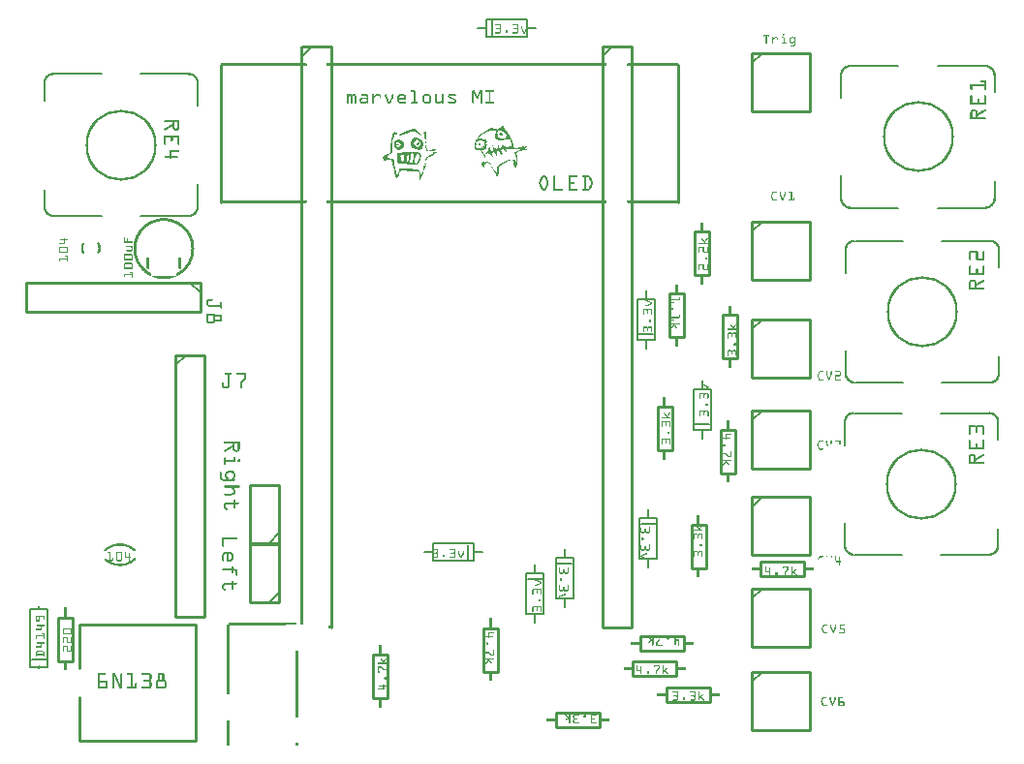
<source format=gto>
G04 MADE WITH FRITZING*
G04 WWW.FRITZING.ORG*
G04 DOUBLE SIDED*
G04 HOLES PLATED*
G04 CONTOUR ON CENTER OF CONTOUR VECTOR*
%FSLAX26Y26*%
%MOIN*%
%ADD10C,0.244220X0.22822*%
%ADD11C,0.010000*%
%ADD12C,0.008000*%
%ADD13C,0.005000*%
%ADD14C,0.010162*%
%ADD15R,0.001000X0.001000*%
G04 SILK1*
%FSLAX26Y26*%
%MOIN*%
D10*
X335435Y2067524D03*
X3092530Y1493150D03*
X3089660Y900310D03*
X3077190Y2095141D03*
D11*
X119221Y291280D02*
X119221Y441280D01*
D02*
X119221Y441280D02*
X169221Y441280D01*
D02*
X169221Y441280D02*
X169221Y291280D01*
D02*
X169221Y291280D02*
X119221Y291280D01*
D02*
X1202270Y162080D02*
X1202270Y312080D01*
D02*
X1202270Y312080D02*
X1252270Y312080D01*
D02*
X1252270Y312080D02*
X1252270Y162080D01*
D02*
X1252270Y162080D02*
X1202270Y162080D01*
D12*
D02*
X82966Y469990D02*
X82966Y269990D01*
D02*
X82966Y269990D02*
X52966Y269990D01*
D02*
X52966Y269990D02*
X22966Y269990D01*
D02*
X22966Y269990D02*
X22966Y469990D01*
D02*
X22966Y469990D02*
X52966Y469990D01*
D02*
X52966Y469990D02*
X82966Y469990D01*
D02*
X77966Y294990D02*
X27966Y294990D01*
D11*
D02*
X192788Y15140D02*
X592788Y15140D01*
D02*
X592788Y15140D02*
X592788Y415140D01*
D02*
X592788Y415140D02*
X192788Y415140D01*
D02*
X192788Y15140D02*
X192788Y165140D01*
D02*
X192788Y265140D02*
X192788Y415140D01*
D12*
D02*
X1590630Y2499871D02*
X1730630Y2499871D01*
D02*
X1730630Y2469871D02*
X1730630Y2439871D01*
D02*
X1730630Y2439871D02*
X1590630Y2439871D01*
D02*
X1590630Y2439871D02*
X1590630Y2469871D01*
D02*
X1590630Y2469871D02*
X1590630Y2499871D01*
D02*
X1730630Y2469871D02*
X1760630Y2469871D01*
D02*
X1590630Y2469871D02*
X1560630Y2469871D01*
D02*
X1730630Y2499871D02*
X1730630Y2469871D01*
D02*
X1610630Y2494871D02*
X1610630Y2444871D01*
D02*
X2110860Y1397540D02*
X2110860Y1537536D01*
D02*
X2140860Y1537536D02*
X2170860Y1537536D01*
D02*
X2170860Y1537536D02*
X2170860Y1397540D01*
D02*
X2170860Y1397540D02*
X2140860Y1397540D01*
D02*
X2140860Y1397540D02*
X2110860Y1397540D01*
D02*
X2140860Y1537536D02*
X2140860Y1567536D01*
D02*
X2140860Y1397540D02*
X2140860Y1367540D01*
D02*
X2110860Y1537536D02*
X2140860Y1537536D01*
D02*
X2115860Y1417540D02*
X2165860Y1417540D01*
D02*
X1789170Y591500D02*
X1789170Y451500D01*
D02*
X1759170Y451500D02*
X1729170Y451500D01*
D02*
X1729170Y451500D02*
X1729170Y591500D01*
D02*
X1729170Y591500D02*
X1759170Y591500D01*
D02*
X1759170Y591500D02*
X1789170Y591500D01*
D02*
X1759170Y451500D02*
X1759170Y421500D01*
D02*
X1759170Y591500D02*
X1759170Y621500D01*
D02*
X1789170Y451500D02*
X1759170Y451500D01*
D02*
X1784170Y571500D02*
X1734170Y571500D01*
D02*
X2305300Y1085700D02*
X2305300Y1225700D01*
D02*
X2335300Y1225700D02*
X2365300Y1225700D01*
D02*
X2365300Y1225700D02*
X2365300Y1085700D01*
D02*
X2365300Y1085700D02*
X2335300Y1085700D01*
D02*
X2335300Y1085700D02*
X2305300Y1085700D01*
D02*
X2335300Y1225700D02*
X2335300Y1255700D01*
D02*
X2335300Y1085700D02*
X2335300Y1055700D01*
D02*
X2305300Y1225700D02*
X2335300Y1225700D01*
D02*
X2310300Y1105700D02*
X2360300Y1105700D01*
D02*
X1548810Y635320D02*
X1408810Y635320D01*
D02*
X1408810Y665320D02*
X1408810Y695320D01*
D02*
X1408810Y695320D02*
X1548810Y695320D01*
D02*
X1548810Y695320D02*
X1548810Y665320D01*
D02*
X1548810Y665320D02*
X1548810Y635320D01*
D02*
X1408810Y665320D02*
X1378810Y665320D01*
D02*
X1548810Y665320D02*
X1578810Y665320D01*
D02*
X1408810Y635320D02*
X1408810Y665320D01*
D02*
X1528810Y640320D02*
X1528810Y690320D01*
D02*
X1891200Y647170D02*
X1891200Y507170D01*
D02*
X1861200Y507170D02*
X1831200Y507170D01*
D02*
X1831200Y507170D02*
X1831200Y647170D01*
D02*
X1831200Y647170D02*
X1861200Y647170D01*
D02*
X1861200Y647170D02*
X1891200Y647170D01*
D02*
X1861200Y507170D02*
X1861200Y477170D01*
D02*
X1861200Y647170D02*
X1861200Y677170D01*
D02*
X1891200Y507170D02*
X1861200Y507170D01*
D02*
X1886200Y627170D02*
X1836200Y627170D01*
D02*
X2179190Y782680D02*
X2179190Y642680D01*
D02*
X2149190Y642680D02*
X2119190Y642680D01*
D02*
X2119190Y642680D02*
X2119190Y782680D01*
D02*
X2119190Y782680D02*
X2149190Y782680D01*
D02*
X2149190Y782680D02*
X2179190Y782680D01*
D02*
X2149190Y642680D02*
X2149190Y612680D01*
D02*
X2149190Y782680D02*
X2149190Y812680D01*
D02*
X2179190Y642680D02*
X2149190Y642680D01*
D02*
X2174190Y762680D02*
X2124190Y762680D01*
D11*
D02*
X522910Y1344250D02*
X522910Y444250D01*
D02*
X522910Y444250D02*
X622910Y444250D01*
D02*
X622910Y444250D02*
X622910Y1344250D01*
D02*
X622910Y1344250D02*
X522910Y1344250D01*
D13*
D02*
X522910Y1309250D02*
X557910Y1344250D01*
D11*
D02*
X879332Y492820D02*
X879332Y692820D01*
D02*
X879332Y692820D02*
X779332Y692820D01*
D02*
X779332Y692820D02*
X779332Y492820D01*
D02*
X779332Y492820D02*
X879332Y492820D01*
D13*
D02*
X879332Y527820D02*
X844332Y492820D01*
D11*
D02*
X879332Y697250D02*
X879332Y897250D01*
D02*
X879332Y897250D02*
X779332Y897250D01*
D02*
X779332Y897250D02*
X779332Y697250D01*
D02*
X779332Y697250D02*
X879332Y697250D01*
D13*
D02*
X879332Y732250D02*
X844332Y697250D01*
D11*
D02*
X2506800Y2384249D02*
X2506800Y2184249D01*
D02*
X2506800Y2184249D02*
X2706800Y2184249D01*
D02*
X2706800Y2184249D02*
X2706800Y2384249D01*
D02*
X2706800Y2384249D02*
X2506800Y2384249D01*
D13*
D02*
X2506800Y2349249D02*
X2541800Y2384249D01*
D11*
D02*
X2506800Y541280D02*
X2506800Y341280D01*
D02*
X2506800Y341280D02*
X2706800Y341280D01*
D02*
X2706800Y341280D02*
X2706800Y541280D01*
D02*
X2706800Y541280D02*
X2506800Y541280D01*
D13*
D02*
X2506800Y506280D02*
X2541800Y541280D01*
D11*
D02*
X2506800Y253800D02*
X2506800Y53800D01*
D02*
X2506800Y53800D02*
X2706800Y53800D01*
D02*
X2706800Y53800D02*
X2706800Y253800D01*
D02*
X2706800Y253800D02*
X2506800Y253800D01*
D13*
D02*
X2506800Y218800D02*
X2541800Y253800D01*
D11*
D02*
X2506800Y855550D02*
X2506800Y655550D01*
D02*
X2506800Y655550D02*
X2706800Y655550D01*
D02*
X2706800Y655550D02*
X2706800Y855550D01*
D02*
X2706800Y855550D02*
X2506800Y855550D01*
D13*
D02*
X2506800Y820550D02*
X2541800Y855550D01*
D11*
D02*
X2506800Y1153470D02*
X2506800Y953470D01*
D02*
X2506800Y953470D02*
X2706800Y953470D01*
D02*
X2706800Y953470D02*
X2706800Y1153470D01*
D02*
X2706800Y1153470D02*
X2506800Y1153470D01*
D13*
D02*
X2506800Y1118470D02*
X2541800Y1153470D01*
D11*
D02*
X2506800Y1466770D02*
X2506800Y1266770D01*
D02*
X2506800Y1266770D02*
X2706800Y1266770D01*
D02*
X2706800Y1266770D02*
X2706800Y1466770D01*
D02*
X2706800Y1466770D02*
X2506800Y1466770D01*
D13*
D02*
X2506800Y1431770D02*
X2541800Y1466770D01*
D11*
D02*
X2506800Y1804249D02*
X2506800Y1604249D01*
D02*
X2506800Y1604249D02*
X2706800Y1604249D01*
D02*
X2706800Y1604249D02*
X2706800Y1804249D01*
D02*
X2706800Y1804249D02*
X2506800Y1804249D01*
D13*
D02*
X2506800Y1769249D02*
X2541800Y1804249D01*
D14*
D02*
X678039Y1870581D02*
X678085Y2342999D01*
D02*
X2252850Y1870592D02*
X2252890Y2343010D01*
D11*
D02*
X607728Y1593508D02*
X7728Y1593508D01*
D02*
X7728Y1593508D02*
X7728Y1493510D01*
D02*
X7728Y1493510D02*
X607728Y1493510D01*
D02*
X607728Y1493510D02*
X607728Y1593508D01*
D13*
D02*
X572728Y1593508D02*
X607728Y1558508D01*
D11*
D02*
X1058070Y407800D02*
X1058070Y2407804D01*
D02*
X1058070Y2407804D02*
X958066Y2407804D01*
D13*
D02*
X958066Y2372804D02*
X993066Y2407804D01*
D12*
D02*
X268506Y1823430D02*
X103396Y1823430D01*
D02*
X71656Y1855170D02*
X71656Y1913981D01*
D02*
X71656Y2279879D02*
X71656Y2221068D01*
D02*
X268506Y2311619D02*
X103396Y2311619D01*
D02*
X402365Y2311619D02*
X567475Y2311619D01*
D02*
X599215Y2279879D02*
X599215Y2201383D01*
D02*
X599215Y1855170D02*
X599215Y1933666D01*
D02*
X402365Y1823430D02*
X567475Y1823430D01*
D02*
X3159460Y1737241D02*
X3324570Y1737241D01*
D02*
X3356310Y1705501D02*
X3356310Y1646690D01*
D02*
X3356310Y1280790D02*
X3356310Y1339600D01*
D02*
X3159460Y1249050D02*
X3324570Y1249050D01*
D02*
X3025600Y1249050D02*
X2860490Y1249050D01*
D02*
X2828750Y1280790D02*
X2828750Y1359290D01*
D02*
X2828750Y1705501D02*
X2828750Y1627005D01*
D02*
X3025600Y1737241D02*
X2860490Y1737241D01*
D02*
X3156590Y1144400D02*
X3321700Y1144400D01*
D02*
X3353440Y1112660D02*
X3353440Y1053850D01*
D02*
X3353440Y687950D02*
X3353440Y746760D01*
D02*
X3156590Y656210D02*
X3321700Y656210D01*
D02*
X3022730Y656210D02*
X2857620Y656210D01*
D02*
X2825880Y687950D02*
X2825880Y766450D01*
D02*
X2825880Y1112660D02*
X2825880Y1034170D01*
D02*
X3022730Y1144400D02*
X2857620Y1144400D01*
D02*
X3144120Y2339235D02*
X3309230Y2339235D01*
D02*
X3340970Y2307495D02*
X3340970Y2248684D01*
D02*
X3340970Y1882786D02*
X3340970Y1941597D01*
D02*
X3144120Y1851046D02*
X3309230Y1851046D01*
D02*
X3010260Y1851046D02*
X2845150Y1851046D01*
D02*
X2813410Y1882786D02*
X2813410Y1961282D01*
D02*
X2813410Y2307495D02*
X2813410Y2228999D01*
D02*
X3010260Y2339235D02*
X2845150Y2339235D01*
D11*
D02*
X2271250Y1555423D02*
X2271250Y1405420D01*
D02*
X2271250Y1405420D02*
X2221250Y1405420D01*
D02*
X2221250Y1405420D02*
X2221250Y1555423D01*
D02*
X2221250Y1555423D02*
X2271250Y1555423D01*
D02*
X2536990Y631640D02*
X2686990Y631640D01*
D02*
X2686990Y631640D02*
X2686990Y581640D01*
D02*
X2686990Y581640D02*
X2536990Y581640D01*
D02*
X2536990Y581640D02*
X2536990Y631640D01*
D02*
X2095980Y289360D02*
X2245980Y289360D01*
D02*
X2245980Y289360D02*
X2245980Y239360D01*
D02*
X2245980Y239360D02*
X2095980Y239360D01*
D02*
X2095980Y239360D02*
X2095980Y289360D01*
D02*
X1983510Y61560D02*
X1833510Y61560D01*
D02*
X1833510Y61560D02*
X1833510Y111560D01*
D02*
X1833510Y111560D02*
X1983510Y111560D01*
D02*
X1983510Y111560D02*
X1983510Y61560D01*
D02*
X1581000Y254570D02*
X1581000Y404570D01*
D02*
X1581000Y404570D02*
X1631000Y404570D01*
D02*
X1631000Y404570D02*
X1631000Y254570D01*
D02*
X1631000Y254570D02*
X1581000Y254570D01*
D02*
X2347180Y761270D02*
X2347180Y611270D01*
D02*
X2347180Y611270D02*
X2297180Y611270D01*
D02*
X2297180Y611270D02*
X2297180Y761270D01*
D02*
X2297180Y761270D02*
X2347180Y761270D01*
D02*
X2273180Y325720D02*
X2123180Y325720D01*
D02*
X2123180Y325720D02*
X2123180Y375720D01*
D02*
X2123180Y375720D02*
X2273180Y375720D01*
D02*
X2273180Y375720D02*
X2273180Y325720D01*
D02*
X2230510Y1166350D02*
X2230510Y1016350D01*
D02*
X2230510Y1016350D02*
X2180510Y1016350D01*
D02*
X2180510Y1016350D02*
X2180510Y1166350D01*
D02*
X2180510Y1166350D02*
X2230510Y1166350D01*
D02*
X2362210Y149520D02*
X2212210Y149520D01*
D02*
X2212210Y149520D02*
X2212210Y199520D01*
D02*
X2212210Y199520D02*
X2362210Y199520D01*
D02*
X2362210Y199520D02*
X2362210Y149520D01*
D02*
X2399100Y936650D02*
X2399100Y1086650D01*
D02*
X2399100Y1086650D02*
X2449100Y1086650D01*
D02*
X2449100Y1086650D02*
X2449100Y936650D01*
D02*
X2449100Y936650D02*
X2399100Y936650D01*
D02*
X2455510Y1481530D02*
X2455510Y1331530D01*
D02*
X2455510Y1331530D02*
X2405510Y1331530D01*
D02*
X2405510Y1331530D02*
X2405510Y1481530D01*
D02*
X2405510Y1481530D02*
X2455510Y1481530D01*
D02*
X2359210Y1768308D02*
X2359210Y1618308D01*
D02*
X2359210Y1618308D02*
X2309210Y1618308D01*
D02*
X2309210Y1618308D02*
X2309210Y1768308D01*
D02*
X2309210Y1768308D02*
X2359210Y1768308D01*
D02*
X1991400Y2407804D02*
X1991400Y407800D01*
D02*
X1991400Y407800D02*
X2091400Y407800D01*
D02*
X2091400Y407800D02*
X2091400Y2407804D01*
D02*
X2091400Y2407804D02*
X1991400Y2407804D01*
D13*
D02*
X1991400Y2372804D02*
X2026400Y2407804D01*
D15*
X1623500Y2483430D02*
X1638500Y2483430D01*
X1683500Y2483430D02*
X1699500Y2483430D01*
X1622500Y2482430D02*
X1640500Y2482430D01*
X1682500Y2482430D02*
X1700500Y2482430D01*
X1622500Y2481430D02*
X1641500Y2481430D01*
X1682500Y2481430D02*
X1701500Y2481430D01*
X1622500Y2480430D02*
X1641500Y2480430D01*
X1682500Y2480430D02*
X1702500Y2480430D01*
X1624500Y2479430D02*
X1642500Y2479430D01*
X1684500Y2479430D02*
X1702500Y2479430D01*
X1638500Y2478430D02*
X1642500Y2478430D01*
X1699500Y2478430D02*
X1702500Y2478430D01*
X1638500Y2477430D02*
X1642500Y2477430D01*
X1699500Y2477430D02*
X1702500Y2477430D01*
X1638500Y2476430D02*
X1642500Y2476430D01*
X1699500Y2476430D02*
X1702500Y2476430D01*
X1638500Y2475430D02*
X1642500Y2475430D01*
X1699500Y2475430D02*
X1702500Y2475430D01*
X1638500Y2474430D02*
X1642500Y2474430D01*
X1699500Y2474430D02*
X1702500Y2474430D01*
X1713500Y2474430D02*
X1714500Y2474430D01*
X1730500Y2474430D02*
X1731500Y2474430D01*
X1638500Y2473430D02*
X1642500Y2473430D01*
X1699500Y2473430D02*
X1702500Y2473430D01*
X1712500Y2473430D02*
X1715500Y2473430D01*
X1729500Y2473430D02*
X1732500Y2473430D01*
X1638500Y2472430D02*
X1642500Y2472430D01*
X1699500Y2472430D02*
X1702500Y2472430D01*
X1712500Y2472430D02*
X1715500Y2472430D01*
X1729500Y2472430D02*
X1732500Y2472430D01*
X1638500Y2471430D02*
X1642500Y2471430D01*
X1699500Y2471430D02*
X1702500Y2471430D01*
X1712500Y2471430D02*
X1715500Y2471430D01*
X1729500Y2471430D02*
X1732500Y2471430D01*
X1638500Y2470430D02*
X1641500Y2470430D01*
X1698500Y2470430D02*
X1702500Y2470430D01*
X1712500Y2470430D02*
X1715500Y2470430D01*
X1729500Y2470430D02*
X1732500Y2470430D01*
X1628500Y2469430D02*
X1641500Y2469430D01*
X1688500Y2469430D02*
X1701500Y2469430D01*
X1712500Y2469430D02*
X1715500Y2469430D01*
X1729500Y2469430D02*
X1732500Y2469430D01*
X1626500Y2468430D02*
X1641500Y2468430D01*
X1686500Y2468430D02*
X1701500Y2468430D01*
X1712500Y2468430D02*
X1716500Y2468430D01*
X1728500Y2468430D02*
X1732500Y2468430D01*
X1626500Y2467430D02*
X1640500Y2467430D01*
X1686500Y2467430D02*
X1700500Y2467430D01*
X1713500Y2467430D02*
X1716500Y2467430D01*
X1728500Y2467430D02*
X1731500Y2467430D01*
X1626500Y2466430D02*
X1640500Y2466430D01*
X1686500Y2466430D02*
X1701500Y2466430D01*
X1713500Y2466430D02*
X1717500Y2466430D01*
X1727500Y2466430D02*
X1731500Y2466430D01*
X1627500Y2465430D02*
X1641500Y2465430D01*
X1688500Y2465430D02*
X1701500Y2465430D01*
X1714500Y2465430D02*
X1717500Y2465430D01*
X1727500Y2465430D02*
X1730500Y2465430D01*
X1638500Y2464430D02*
X1641500Y2464430D01*
X1698500Y2464430D02*
X1702500Y2464430D01*
X1714500Y2464430D02*
X1718500Y2464430D01*
X1726500Y2464430D02*
X1730500Y2464430D01*
X1638500Y2463430D02*
X1642500Y2463430D01*
X1698500Y2463430D02*
X1702500Y2463430D01*
X1714500Y2463430D02*
X1718500Y2463430D01*
X1726500Y2463430D02*
X1730500Y2463430D01*
X1638500Y2462430D02*
X1642500Y2462430D01*
X1699500Y2462430D02*
X1702500Y2462430D01*
X1715500Y2462430D02*
X1718500Y2462430D01*
X1726500Y2462430D02*
X1729500Y2462430D01*
X1638500Y2461430D02*
X1642500Y2461430D01*
X1659500Y2461430D02*
X1665500Y2461430D01*
X1699500Y2461430D02*
X1702500Y2461430D01*
X1715500Y2461430D02*
X1719500Y2461430D01*
X1725500Y2461430D02*
X1729500Y2461430D01*
X1638500Y2460430D02*
X1642500Y2460430D01*
X1658500Y2460430D02*
X1665500Y2460430D01*
X1699500Y2460430D02*
X1702500Y2460430D01*
X1716500Y2460430D02*
X1719500Y2460430D01*
X1725500Y2460430D02*
X1728500Y2460430D01*
X1638500Y2459430D02*
X1642500Y2459430D01*
X1658500Y2459430D02*
X1665500Y2459430D01*
X1699500Y2459430D02*
X1702500Y2459430D01*
X1716500Y2459430D02*
X1720500Y2459430D01*
X1724500Y2459430D02*
X1728500Y2459430D01*
X1638500Y2458430D02*
X1642500Y2458430D01*
X1658500Y2458430D02*
X1665500Y2458430D01*
X1699500Y2458430D02*
X1702500Y2458430D01*
X1717500Y2458430D02*
X1720500Y2458430D01*
X1724500Y2458430D02*
X1727500Y2458430D01*
X1638500Y2457430D02*
X1642500Y2457430D01*
X1658500Y2457430D02*
X1665500Y2457430D01*
X1699500Y2457430D02*
X1702500Y2457430D01*
X1717500Y2457430D02*
X1721500Y2457430D01*
X1723500Y2457430D02*
X1727500Y2457430D01*
X1638500Y2456430D02*
X1642500Y2456430D01*
X1658500Y2456430D02*
X1665500Y2456430D01*
X1699500Y2456430D02*
X1702500Y2456430D01*
X1717500Y2456430D02*
X1721500Y2456430D01*
X1723500Y2456430D02*
X1727500Y2456430D01*
X1638500Y2455430D02*
X1642500Y2455430D01*
X1658500Y2455430D02*
X1665500Y2455430D01*
X1698500Y2455430D02*
X1702500Y2455430D01*
X1718500Y2455430D02*
X1726500Y2455430D01*
X1622500Y2454430D02*
X1641500Y2454430D01*
X1659500Y2454430D02*
X1664500Y2454430D01*
X1682500Y2454430D02*
X1702500Y2454430D01*
X1718500Y2454430D02*
X1726500Y2454430D01*
X1622500Y2453430D02*
X1641500Y2453430D01*
X1682500Y2453430D02*
X1701500Y2453430D01*
X1719500Y2453430D02*
X1725500Y2453430D01*
X1622500Y2452430D02*
X1640500Y2452430D01*
X1682500Y2452430D02*
X1700500Y2452430D01*
X1719500Y2452430D02*
X1725500Y2452430D01*
X1623500Y2451430D02*
X1639500Y2451430D01*
X1683500Y2451430D02*
X1699500Y2451430D01*
X1720500Y2451430D02*
X1724500Y2451430D01*
X2613500Y2449430D02*
X2616500Y2449430D01*
X2612500Y2448430D02*
X2617500Y2448430D01*
X2546500Y2447430D02*
X2564500Y2447430D01*
X2612500Y2447430D02*
X2617500Y2447430D01*
X2545500Y2446430D02*
X2565500Y2446430D01*
X2612500Y2446430D02*
X2617500Y2446430D01*
X2545500Y2445430D02*
X2565500Y2445430D01*
X2612500Y2445430D02*
X2617500Y2445430D01*
X2545500Y2444430D02*
X2565500Y2444430D01*
X2612500Y2444430D02*
X2616500Y2444430D01*
X2545500Y2443430D02*
X2548500Y2443430D01*
X2553500Y2443430D02*
X2557500Y2443430D01*
X2562500Y2443430D02*
X2565500Y2443430D01*
X2545500Y2442430D02*
X2548500Y2442430D01*
X2553500Y2442430D02*
X2557500Y2442430D01*
X2562500Y2442430D02*
X2565500Y2442430D01*
X2545500Y2441430D02*
X2548500Y2441430D01*
X2553500Y2441430D02*
X2557500Y2441430D01*
X2562500Y2441430D02*
X2565500Y2441430D01*
X2546500Y2440430D02*
X2547500Y2440430D01*
X2553500Y2440430D02*
X2557500Y2440430D01*
X2563500Y2440430D02*
X2564500Y2440430D01*
X2553500Y2439430D02*
X2557500Y2439430D01*
X2553500Y2438430D02*
X2557500Y2438430D01*
X2576500Y2438430D02*
X2578500Y2438430D01*
X2584500Y2438430D02*
X2592500Y2438430D01*
X2608500Y2438430D02*
X2616500Y2438430D01*
X2641500Y2438430D02*
X2648500Y2438430D01*
X2653500Y2438430D02*
X2655500Y2438430D01*
X2553500Y2437430D02*
X2557500Y2437430D01*
X2575500Y2437430D02*
X2578500Y2437430D01*
X2583500Y2437430D02*
X2593500Y2437430D01*
X2608500Y2437430D02*
X2617500Y2437430D01*
X2639500Y2437430D02*
X2650500Y2437430D01*
X2652500Y2437430D02*
X2655500Y2437430D01*
X2553500Y2436430D02*
X2557500Y2436430D01*
X2575500Y2436430D02*
X2578500Y2436430D01*
X2582500Y2436430D02*
X2594500Y2436430D01*
X2608500Y2436430D02*
X2617500Y2436430D01*
X2638500Y2436430D02*
X2655500Y2436430D01*
X2553500Y2435430D02*
X2557500Y2435430D01*
X2575500Y2435430D02*
X2578500Y2435430D01*
X2581500Y2435430D02*
X2595500Y2435430D01*
X2608500Y2435430D02*
X2617500Y2435430D01*
X2637500Y2435430D02*
X2655500Y2435430D01*
X2553500Y2434430D02*
X2557500Y2434430D01*
X2575500Y2434430D02*
X2585500Y2434430D01*
X2591500Y2434430D02*
X2595500Y2434430D01*
X2614500Y2434430D02*
X2617500Y2434430D01*
X2636500Y2434430D02*
X2641500Y2434430D01*
X2648500Y2434430D02*
X2655500Y2434430D01*
X2553500Y2433430D02*
X2557500Y2433430D01*
X2575500Y2433430D02*
X2584500Y2433430D01*
X2592500Y2433430D02*
X2595500Y2433430D01*
X2614500Y2433430D02*
X2617500Y2433430D01*
X2636500Y2433430D02*
X2640500Y2433430D01*
X2649500Y2433430D02*
X2655500Y2433430D01*
X2553500Y2432430D02*
X2557500Y2432430D01*
X2575500Y2432430D02*
X2583500Y2432430D01*
X2592500Y2432430D02*
X2595500Y2432430D01*
X2614500Y2432430D02*
X2617500Y2432430D01*
X2636500Y2432430D02*
X2639500Y2432430D01*
X2650500Y2432430D02*
X2655500Y2432430D01*
X2553500Y2431430D02*
X2557500Y2431430D01*
X2575500Y2431430D02*
X2581500Y2431430D01*
X2592500Y2431430D02*
X2595500Y2431430D01*
X2614500Y2431430D02*
X2617500Y2431430D01*
X2636500Y2431430D02*
X2639500Y2431430D01*
X2651500Y2431430D02*
X2655500Y2431430D01*
X2553500Y2430430D02*
X2557500Y2430430D01*
X2575500Y2430430D02*
X2580500Y2430430D01*
X2593500Y2430430D02*
X2594500Y2430430D01*
X2614500Y2430430D02*
X2617500Y2430430D01*
X2636500Y2430430D02*
X2639500Y2430430D01*
X2652500Y2430430D02*
X2655500Y2430430D01*
X2553500Y2429430D02*
X2557500Y2429430D01*
X2575500Y2429430D02*
X2579500Y2429430D01*
X2614500Y2429430D02*
X2617500Y2429430D01*
X2636500Y2429430D02*
X2639500Y2429430D01*
X2652500Y2429430D02*
X2655500Y2429430D01*
X2553500Y2428430D02*
X2557500Y2428430D01*
X2575500Y2428430D02*
X2578500Y2428430D01*
X2614500Y2428430D02*
X2617500Y2428430D01*
X2636500Y2428430D02*
X2639500Y2428430D01*
X2652500Y2428430D02*
X2655500Y2428430D01*
X2553500Y2427430D02*
X2557500Y2427430D01*
X2575500Y2427430D02*
X2578500Y2427430D01*
X2614500Y2427430D02*
X2617500Y2427430D01*
X2636500Y2427430D02*
X2639500Y2427430D01*
X2652500Y2427430D02*
X2655500Y2427430D01*
X2553500Y2426430D02*
X2557500Y2426430D01*
X2575500Y2426430D02*
X2578500Y2426430D01*
X2614500Y2426430D02*
X2617500Y2426430D01*
X2636500Y2426430D02*
X2639500Y2426430D01*
X2652500Y2426430D02*
X2655500Y2426430D01*
X2553500Y2425430D02*
X2557500Y2425430D01*
X2575500Y2425430D02*
X2578500Y2425430D01*
X2614500Y2425430D02*
X2617500Y2425430D01*
X2636500Y2425430D02*
X2639500Y2425430D01*
X2652500Y2425430D02*
X2655500Y2425430D01*
X2553500Y2424430D02*
X2557500Y2424430D01*
X2575500Y2424430D02*
X2578500Y2424430D01*
X2614500Y2424430D02*
X2617500Y2424430D01*
X2636500Y2424430D02*
X2639500Y2424430D01*
X2651500Y2424430D02*
X2655500Y2424430D01*
X2553500Y2423430D02*
X2557500Y2423430D01*
X2575500Y2423430D02*
X2578500Y2423430D01*
X2614500Y2423430D02*
X2617500Y2423430D01*
X2636500Y2423430D02*
X2639500Y2423430D01*
X2650500Y2423430D02*
X2655500Y2423430D01*
X2553500Y2422430D02*
X2557500Y2422430D01*
X2575500Y2422430D02*
X2578500Y2422430D01*
X2614500Y2422430D02*
X2617500Y2422430D01*
X2636500Y2422430D02*
X2640500Y2422430D01*
X2648500Y2422430D02*
X2655500Y2422430D01*
X2553500Y2421430D02*
X2557500Y2421430D01*
X2575500Y2421430D02*
X2578500Y2421430D01*
X2614500Y2421430D02*
X2617500Y2421430D01*
X2636500Y2421430D02*
X2642500Y2421430D01*
X2647500Y2421430D02*
X2655500Y2421430D01*
X2553500Y2420430D02*
X2557500Y2420430D01*
X2575500Y2420430D02*
X2578500Y2420430D01*
X2614500Y2420430D02*
X2617500Y2420430D01*
X2637500Y2420430D02*
X2655500Y2420430D01*
X2553500Y2419430D02*
X2557500Y2419430D01*
X2575500Y2419430D02*
X2578500Y2419430D01*
X2609500Y2419430D02*
X2622500Y2419430D01*
X2638500Y2419430D02*
X2650500Y2419430D01*
X2652500Y2419430D02*
X2655500Y2419430D01*
X2553500Y2418430D02*
X2557500Y2418430D01*
X2575500Y2418430D02*
X2578500Y2418430D01*
X2608500Y2418430D02*
X2623500Y2418430D01*
X2640500Y2418430D02*
X2649500Y2418430D01*
X2652500Y2418430D02*
X2655500Y2418430D01*
X2553500Y2417430D02*
X2557500Y2417430D01*
X2575500Y2417430D02*
X2578500Y2417430D01*
X2607500Y2417430D02*
X2623500Y2417430D01*
X2642500Y2417430D02*
X2647500Y2417430D01*
X2652500Y2417430D02*
X2655500Y2417430D01*
X2554500Y2416430D02*
X2556500Y2416430D01*
X2576500Y2416430D02*
X2578500Y2416430D01*
X2608500Y2416430D02*
X2623500Y2416430D01*
X2652500Y2416430D02*
X2655500Y2416430D01*
X2609500Y2415430D02*
X2621500Y2415430D01*
X2652500Y2415430D02*
X2655500Y2415430D01*
X2652500Y2414430D02*
X2655500Y2414430D01*
X2652500Y2413430D02*
X2655500Y2413430D01*
X2651500Y2412430D02*
X2655500Y2412430D01*
X2650500Y2411430D02*
X2655500Y2411430D01*
X2639500Y2410430D02*
X2654500Y2410430D01*
X2638500Y2409430D02*
X2653500Y2409430D01*
X2638500Y2408430D02*
X2652500Y2408430D01*
X953500Y2407430D02*
X962500Y2407430D01*
X2638500Y2407430D02*
X2651500Y2407430D01*
X953500Y2406430D02*
X962500Y2406430D01*
X953500Y2405430D02*
X962500Y2405430D01*
X953500Y2404430D02*
X962500Y2404430D01*
X953500Y2403430D02*
X962500Y2403430D01*
X953500Y2402430D02*
X962500Y2402430D01*
X953500Y2401430D02*
X962500Y2401430D01*
X953500Y2400430D02*
X962500Y2400430D01*
X953500Y2399430D02*
X962500Y2399430D01*
X953500Y2398430D02*
X962500Y2398430D01*
X953500Y2397430D02*
X962500Y2397430D01*
X953500Y2396430D02*
X962500Y2396430D01*
X953500Y2395430D02*
X962500Y2395430D01*
X953500Y2394430D02*
X962500Y2394430D01*
X953500Y2393430D02*
X962500Y2393430D01*
X953500Y2392430D02*
X962500Y2392430D01*
X953500Y2391430D02*
X962500Y2391430D01*
X953500Y2390430D02*
X962500Y2390430D01*
X953500Y2389430D02*
X962500Y2389430D01*
X953500Y2388430D02*
X962500Y2388430D01*
X953500Y2387430D02*
X962500Y2387430D01*
X953500Y2386430D02*
X962500Y2386430D01*
X953500Y2385430D02*
X962500Y2385430D01*
X953500Y2384430D02*
X962500Y2384430D01*
X953500Y2383430D02*
X962500Y2383430D01*
X953500Y2382430D02*
X962500Y2382430D01*
X953500Y2381430D02*
X962500Y2381430D01*
X953500Y2380430D02*
X962500Y2380430D01*
X953500Y2379430D02*
X962500Y2379430D01*
X953500Y2378430D02*
X962500Y2378430D01*
X953500Y2377430D02*
X962500Y2377430D01*
X953500Y2376430D02*
X962500Y2376430D01*
X953500Y2375430D02*
X962500Y2375430D01*
X953500Y2374430D02*
X962500Y2374430D01*
X953500Y2373430D02*
X962500Y2373430D01*
X953500Y2372430D02*
X962500Y2372430D01*
X953500Y2371430D02*
X962500Y2371430D01*
X953500Y2370430D02*
X962500Y2370430D01*
X953500Y2369430D02*
X962500Y2369430D01*
X953500Y2368430D02*
X962500Y2368430D01*
X953500Y2367430D02*
X962500Y2367430D01*
X953500Y2366430D02*
X962500Y2366430D01*
X953500Y2365430D02*
X962500Y2365430D01*
X953500Y2364430D02*
X962500Y2364430D01*
X953500Y2363430D02*
X962500Y2363430D01*
X953500Y2362430D02*
X962500Y2362430D01*
X953500Y2361430D02*
X962500Y2361430D01*
X953500Y2360430D02*
X962500Y2360430D01*
X953500Y2359430D02*
X962500Y2359430D01*
X953500Y2358430D02*
X962500Y2358430D01*
X953500Y2357430D02*
X962500Y2357430D01*
X953500Y2356430D02*
X962500Y2356430D01*
X953500Y2355430D02*
X962500Y2355430D01*
X953500Y2354430D02*
X962500Y2354430D01*
X953500Y2353430D02*
X962500Y2353430D01*
X953500Y2352430D02*
X962500Y2352430D01*
X953500Y2351430D02*
X962500Y2351430D01*
X953500Y2350430D02*
X962500Y2350430D01*
X953500Y2349430D02*
X962500Y2349430D01*
X678500Y2348430D02*
X972500Y2348430D01*
X1043500Y2348430D02*
X2003500Y2348430D01*
X2079500Y2348430D02*
X2252500Y2348430D01*
X678500Y2347430D02*
X972500Y2347430D01*
X1043500Y2347430D02*
X2003500Y2347430D01*
X2078500Y2347430D02*
X2252500Y2347430D01*
X678500Y2346430D02*
X972500Y2346430D01*
X1043500Y2346430D02*
X2003500Y2346430D01*
X2078500Y2346430D02*
X2252500Y2346430D01*
X678500Y2345430D02*
X973500Y2345430D01*
X1042500Y2345430D02*
X2004500Y2345430D01*
X2078500Y2345430D02*
X2252500Y2345430D01*
X678500Y2344430D02*
X973500Y2344430D01*
X1042500Y2344430D02*
X2004500Y2344430D01*
X2077500Y2344430D02*
X2252500Y2344430D01*
X678500Y2343430D02*
X973500Y2343430D01*
X1042500Y2343430D02*
X2004500Y2343430D01*
X2077500Y2343430D02*
X2252500Y2343430D01*
X678500Y2342430D02*
X974500Y2342430D01*
X1041500Y2342430D02*
X2005500Y2342430D01*
X2076500Y2342430D02*
X2252500Y2342430D01*
X2837500Y2342430D02*
X2844500Y2342430D01*
X3309500Y2342430D02*
X3316500Y2342430D01*
X678500Y2341430D02*
X974500Y2341430D01*
X1041500Y2341430D02*
X2005500Y2341430D01*
X2076500Y2341430D02*
X2252500Y2341430D01*
X2834500Y2341430D02*
X2844500Y2341430D01*
X3309500Y2341430D02*
X3319500Y2341430D01*
X678500Y2340430D02*
X975500Y2340430D01*
X1040500Y2340430D02*
X2006500Y2340430D01*
X2076500Y2340430D02*
X2252500Y2340430D01*
X2831500Y2340430D02*
X2844500Y2340430D01*
X3309500Y2340430D02*
X3322500Y2340430D01*
X678500Y2339430D02*
X975500Y2339430D01*
X1040500Y2339430D02*
X2006500Y2339430D01*
X2075500Y2339430D02*
X2252500Y2339430D01*
X2829500Y2339430D02*
X2844500Y2339430D01*
X3309500Y2339430D02*
X3324500Y2339430D01*
X953500Y2338430D02*
X962500Y2338430D01*
X2827500Y2338430D02*
X2844500Y2338430D01*
X3309500Y2338430D02*
X3326500Y2338430D01*
X953500Y2337430D02*
X962500Y2337430D01*
X2825500Y2337430D02*
X2844500Y2337430D01*
X3309500Y2337430D02*
X3327500Y2337430D01*
X953500Y2336430D02*
X962500Y2336430D01*
X2824500Y2336430D02*
X2844500Y2336430D01*
X3309500Y2336430D02*
X3329500Y2336430D01*
X953500Y2335430D02*
X962500Y2335430D01*
X2823500Y2335430D02*
X2844500Y2335430D01*
X3309500Y2335430D02*
X3330500Y2335430D01*
X953500Y2334430D02*
X962500Y2334430D01*
X2821500Y2334430D02*
X2837500Y2334430D01*
X3316500Y2334430D02*
X3331500Y2334430D01*
X953500Y2333430D02*
X962500Y2333430D01*
X2820500Y2333430D02*
X2834500Y2333430D01*
X3319500Y2333430D02*
X3333500Y2333430D01*
X953500Y2332430D02*
X962500Y2332430D01*
X2819500Y2332430D02*
X2831500Y2332430D01*
X3321500Y2332430D02*
X3334500Y2332430D01*
X953500Y2331430D02*
X962500Y2331430D01*
X2818500Y2331430D02*
X2830500Y2331430D01*
X3323500Y2331430D02*
X3334500Y2331430D01*
X953500Y2330430D02*
X962500Y2330430D01*
X2817500Y2330430D02*
X2828500Y2330430D01*
X3325500Y2330430D02*
X3335500Y2330430D01*
X953500Y2329430D02*
X962500Y2329430D01*
X2817500Y2329430D02*
X2827500Y2329430D01*
X3326500Y2329430D02*
X3336500Y2329430D01*
X953500Y2328430D02*
X962500Y2328430D01*
X2816500Y2328430D02*
X2826500Y2328430D01*
X3327500Y2328430D02*
X3337500Y2328430D01*
X953500Y2327430D02*
X962500Y2327430D01*
X2815500Y2327430D02*
X2825500Y2327430D01*
X3328500Y2327430D02*
X3338500Y2327430D01*
X953500Y2326430D02*
X962500Y2326430D01*
X2815500Y2326430D02*
X2824500Y2326430D01*
X3329500Y2326430D02*
X3338500Y2326430D01*
X953500Y2325430D02*
X962500Y2325430D01*
X2814500Y2325430D02*
X2823500Y2325430D01*
X3330500Y2325430D02*
X3339500Y2325430D01*
X953500Y2324430D02*
X962500Y2324430D01*
X2813500Y2324430D02*
X2822500Y2324430D01*
X3331500Y2324430D02*
X3339500Y2324430D01*
X953500Y2323430D02*
X962500Y2323430D01*
X2813500Y2323430D02*
X2821500Y2323430D01*
X3332500Y2323430D02*
X3340500Y2323430D01*
X953500Y2322430D02*
X962500Y2322430D01*
X2812500Y2322430D02*
X2820500Y2322430D01*
X3332500Y2322430D02*
X3340500Y2322430D01*
X953500Y2321430D02*
X962500Y2321430D01*
X2812500Y2321430D02*
X2820500Y2321430D01*
X3333500Y2321430D02*
X3341500Y2321430D01*
X953500Y2320430D02*
X962500Y2320430D01*
X2812500Y2320430D02*
X2819500Y2320430D01*
X3334500Y2320430D02*
X3341500Y2320430D01*
X953500Y2319430D02*
X962500Y2319430D01*
X2811500Y2319430D02*
X2819500Y2319430D01*
X3334500Y2319430D02*
X3342500Y2319430D01*
X953500Y2318430D02*
X962500Y2318430D01*
X2811500Y2318430D02*
X2818500Y2318430D01*
X3334500Y2318430D02*
X3342500Y2318430D01*
X953500Y2317430D02*
X962500Y2317430D01*
X2811500Y2317430D02*
X2818500Y2317430D01*
X3335500Y2317430D02*
X3342500Y2317430D01*
X953500Y2316430D02*
X962500Y2316430D01*
X2810500Y2316430D02*
X2818500Y2316430D01*
X3335500Y2316430D02*
X3342500Y2316430D01*
X99500Y2315430D02*
X102500Y2315430D01*
X568500Y2315430D02*
X571500Y2315430D01*
X953500Y2315430D02*
X962500Y2315430D01*
X2810500Y2315430D02*
X2817500Y2315430D01*
X3336500Y2315430D02*
X3343500Y2315430D01*
X94500Y2314430D02*
X102500Y2314430D01*
X567500Y2314430D02*
X576500Y2314430D01*
X953500Y2314430D02*
X962500Y2314430D01*
X2810500Y2314430D02*
X2817500Y2314430D01*
X3336500Y2314430D02*
X3343500Y2314430D01*
X91500Y2313430D02*
X102500Y2313430D01*
X567500Y2313430D02*
X579500Y2313430D01*
X953500Y2313430D02*
X962500Y2313430D01*
X2810500Y2313430D02*
X2817500Y2313430D01*
X3336500Y2313430D02*
X3343500Y2313430D01*
X89500Y2312430D02*
X102500Y2312430D01*
X567500Y2312430D02*
X581500Y2312430D01*
X953500Y2312430D02*
X962500Y2312430D01*
X2810500Y2312430D02*
X2817500Y2312430D01*
X3336500Y2312430D02*
X3343500Y2312430D01*
X87500Y2311430D02*
X102500Y2311430D01*
X567500Y2311430D02*
X583500Y2311430D01*
X953500Y2311430D02*
X962500Y2311430D01*
X2809500Y2311430D02*
X2816500Y2311430D01*
X3336500Y2311430D02*
X3343500Y2311430D01*
X85500Y2310430D02*
X102500Y2310430D01*
X567500Y2310430D02*
X585500Y2310430D01*
X953500Y2310430D02*
X962500Y2310430D01*
X2809500Y2310430D02*
X2816500Y2310430D01*
X3336500Y2310430D02*
X3343500Y2310430D01*
X83500Y2309430D02*
X102500Y2309430D01*
X567500Y2309430D02*
X587500Y2309430D01*
X953500Y2309430D02*
X962500Y2309430D01*
X2809500Y2309430D02*
X2816500Y2309430D01*
X3337500Y2309430D02*
X3344500Y2309430D01*
X82500Y2308430D02*
X102500Y2308430D01*
X567500Y2308430D02*
X588500Y2308430D01*
X953500Y2308430D02*
X962500Y2308430D01*
X2809500Y2308430D02*
X2816500Y2308430D01*
X3337500Y2308430D02*
X3344500Y2308430D01*
X81500Y2307430D02*
X99500Y2307430D01*
X571500Y2307430D02*
X589500Y2307430D01*
X953500Y2307430D02*
X962500Y2307430D01*
X79500Y2306430D02*
X94500Y2306430D01*
X576500Y2306430D02*
X590500Y2306430D01*
X953500Y2306430D02*
X962500Y2306430D01*
X78500Y2305430D02*
X91500Y2305430D01*
X579500Y2305430D02*
X591500Y2305430D01*
X953500Y2305430D02*
X962500Y2305430D01*
X77500Y2304430D02*
X89500Y2304430D01*
X581500Y2304430D02*
X592500Y2304430D01*
X953500Y2304430D02*
X962500Y2304430D01*
X76500Y2303430D02*
X88500Y2303430D01*
X582500Y2303430D02*
X593500Y2303430D01*
X953500Y2303430D02*
X962500Y2303430D01*
X76500Y2302430D02*
X86500Y2302430D01*
X584500Y2302430D02*
X594500Y2302430D01*
X953500Y2302430D02*
X962500Y2302430D01*
X75500Y2301430D02*
X85500Y2301430D01*
X585500Y2301430D02*
X595500Y2301430D01*
X953500Y2301430D02*
X962500Y2301430D01*
X74500Y2300430D02*
X84500Y2300430D01*
X586500Y2300430D02*
X596500Y2300430D01*
X953500Y2300430D02*
X962500Y2300430D01*
X73500Y2299430D02*
X83500Y2299430D01*
X587500Y2299430D02*
X596500Y2299430D01*
X953500Y2299430D02*
X962500Y2299430D01*
X73500Y2298430D02*
X82500Y2298430D01*
X588500Y2298430D02*
X597500Y2298430D01*
X953500Y2298430D02*
X962500Y2298430D01*
X72500Y2297430D02*
X81500Y2297430D01*
X589500Y2297430D02*
X598500Y2297430D01*
X953500Y2297430D02*
X962500Y2297430D01*
X72500Y2296430D02*
X80500Y2296430D01*
X590500Y2296430D02*
X598500Y2296430D01*
X953500Y2296430D02*
X962500Y2296430D01*
X71500Y2295430D02*
X79500Y2295430D01*
X590500Y2295430D02*
X599500Y2295430D01*
X953500Y2295430D02*
X962500Y2295430D01*
X71500Y2294430D02*
X79500Y2294430D01*
X591500Y2294430D02*
X599500Y2294430D01*
X953500Y2294430D02*
X962500Y2294430D01*
X70500Y2293430D02*
X78500Y2293430D01*
X592500Y2293430D02*
X599500Y2293430D01*
X953500Y2293430D02*
X962500Y2293430D01*
X70500Y2292430D02*
X78500Y2292430D01*
X592500Y2292430D02*
X600500Y2292430D01*
X953500Y2292430D02*
X962500Y2292430D01*
X70500Y2291430D02*
X77500Y2291430D01*
X593500Y2291430D02*
X600500Y2291430D01*
X953500Y2291430D02*
X962500Y2291430D01*
X69500Y2290430D02*
X77500Y2290430D01*
X593500Y2290430D02*
X601500Y2290430D01*
X953500Y2290430D02*
X962500Y2290430D01*
X69500Y2289430D02*
X76500Y2289430D01*
X594500Y2289430D02*
X601500Y2289430D01*
X953500Y2289430D02*
X962500Y2289430D01*
X3292500Y2289430D02*
X3309500Y2289430D01*
X69500Y2288430D02*
X76500Y2288430D01*
X594500Y2288430D02*
X601500Y2288430D01*
X953500Y2288430D02*
X962500Y2288430D01*
X3291500Y2288430D02*
X3310500Y2288430D01*
X68500Y2287430D02*
X76500Y2287430D01*
X594500Y2287430D02*
X601500Y2287430D01*
X953500Y2287430D02*
X962500Y2287430D01*
X3291500Y2287430D02*
X3310500Y2287430D01*
X68500Y2286430D02*
X75500Y2286430D01*
X594500Y2286430D02*
X602500Y2286430D01*
X953500Y2286430D02*
X962500Y2286430D01*
X3291500Y2286430D02*
X3311500Y2286430D01*
X68500Y2285430D02*
X75500Y2285430D01*
X595500Y2285430D02*
X602500Y2285430D01*
X953500Y2285430D02*
X962500Y2285430D01*
X3291500Y2285430D02*
X3311500Y2285430D01*
X68500Y2284430D02*
X75500Y2284430D01*
X595500Y2284430D02*
X602500Y2284430D01*
X953500Y2284430D02*
X962500Y2284430D01*
X3292500Y2284430D02*
X3311500Y2284430D01*
X68500Y2283430D02*
X75500Y2283430D01*
X595500Y2283430D02*
X602500Y2283430D01*
X953500Y2283430D02*
X962500Y2283430D01*
X3294500Y2283430D02*
X3311500Y2283430D01*
X68500Y2282430D02*
X75500Y2282430D01*
X595500Y2282430D02*
X602500Y2282430D01*
X953500Y2282430D02*
X962500Y2282430D01*
X3304500Y2282430D02*
X3311500Y2282430D01*
X68500Y2281430D02*
X75500Y2281430D01*
X595500Y2281430D02*
X602500Y2281430D01*
X953500Y2281430D02*
X962500Y2281430D01*
X3304500Y2281430D02*
X3311500Y2281430D01*
X68500Y2280430D02*
X75500Y2280430D01*
X595500Y2280430D02*
X602500Y2280430D01*
X953500Y2280430D02*
X962500Y2280430D01*
X3304500Y2280430D02*
X3311500Y2280430D01*
X953500Y2279430D02*
X962500Y2279430D01*
X3304500Y2279430D02*
X3311500Y2279430D01*
X953500Y2278430D02*
X962500Y2278430D01*
X3304500Y2278430D02*
X3311500Y2278430D01*
X953500Y2277430D02*
X962500Y2277430D01*
X3304500Y2277430D02*
X3311500Y2277430D01*
X953500Y2276430D02*
X962500Y2276430D01*
X3258500Y2276430D02*
X3311500Y2276430D01*
X953500Y2275430D02*
X962500Y2275430D01*
X3257500Y2275430D02*
X3311500Y2275430D01*
X953500Y2274430D02*
X962500Y2274430D01*
X3257500Y2274430D02*
X3311500Y2274430D01*
X953500Y2273430D02*
X962500Y2273430D01*
X3257500Y2273430D02*
X3311500Y2273430D01*
X953500Y2272430D02*
X962500Y2272430D01*
X3257500Y2272430D02*
X3311500Y2272430D01*
X953500Y2271430D02*
X962500Y2271430D01*
X3257500Y2271430D02*
X3311500Y2271430D01*
X953500Y2270430D02*
X962500Y2270430D01*
X3257500Y2270430D02*
X3311500Y2270430D01*
X953500Y2269430D02*
X962500Y2269430D01*
X3257500Y2269430D02*
X3264500Y2269430D01*
X3304500Y2269430D02*
X3311500Y2269430D01*
X953500Y2268430D02*
X962500Y2268430D01*
X3257500Y2268430D02*
X3263500Y2268430D01*
X3304500Y2268430D02*
X3311500Y2268430D01*
X953500Y2267430D02*
X962500Y2267430D01*
X3257500Y2267430D02*
X3263500Y2267430D01*
X3304500Y2267430D02*
X3311500Y2267430D01*
X953500Y2266430D02*
X962500Y2266430D01*
X3257500Y2266430D02*
X3263500Y2266430D01*
X3304500Y2266430D02*
X3311500Y2266430D01*
X953500Y2265430D02*
X962500Y2265430D01*
X3257500Y2265430D02*
X3263500Y2265430D01*
X3304500Y2265430D02*
X3311500Y2265430D01*
X953500Y2264430D02*
X962500Y2264430D01*
X3257500Y2264430D02*
X3263500Y2264430D01*
X3304500Y2264430D02*
X3311500Y2264430D01*
X953500Y2263430D02*
X962500Y2263430D01*
X3257500Y2263430D02*
X3263500Y2263430D01*
X3304500Y2263430D02*
X3311500Y2263430D01*
X953500Y2262430D02*
X962500Y2262430D01*
X3257500Y2262430D02*
X3263500Y2262430D01*
X3304500Y2262430D02*
X3311500Y2262430D01*
X953500Y2261430D02*
X962500Y2261430D01*
X3257500Y2261430D02*
X3263500Y2261430D01*
X3304500Y2261430D02*
X3311500Y2261430D01*
X953500Y2260430D02*
X962500Y2260430D01*
X3257500Y2260430D02*
X3263500Y2260430D01*
X3304500Y2260430D02*
X3311500Y2260430D01*
X953500Y2259430D02*
X962500Y2259430D01*
X3257500Y2259430D02*
X3263500Y2259430D01*
X3305500Y2259430D02*
X3311500Y2259430D01*
X953500Y2258430D02*
X962500Y2258430D01*
X3258500Y2258430D02*
X3263500Y2258430D01*
X3305500Y2258430D02*
X3310500Y2258430D01*
X953500Y2257430D02*
X962500Y2257430D01*
X3258500Y2257430D02*
X3263500Y2257430D01*
X3305500Y2257430D02*
X3310500Y2257430D01*
X953500Y2256430D02*
X962500Y2256430D01*
X3259500Y2256430D02*
X3262500Y2256430D01*
X3306500Y2256430D02*
X3309500Y2256430D01*
X953500Y2255430D02*
X962500Y2255430D01*
X1335500Y2255430D02*
X1345500Y2255430D01*
X1544500Y2255430D02*
X1550500Y2255430D01*
X1571500Y2255430D02*
X1577500Y2255430D01*
X1591500Y2255430D02*
X1616500Y2255430D01*
X953500Y2254430D02*
X962500Y2254430D01*
X1333500Y2254430D02*
X1346500Y2254430D01*
X1544500Y2254430D02*
X1551500Y2254430D01*
X1570500Y2254430D02*
X1577500Y2254430D01*
X1590500Y2254430D02*
X1617500Y2254430D01*
X953500Y2253430D02*
X962500Y2253430D01*
X1333500Y2253430D02*
X1347500Y2253430D01*
X1543500Y2253430D02*
X1551500Y2253430D01*
X1569500Y2253430D02*
X1577500Y2253430D01*
X1589500Y2253430D02*
X1618500Y2253430D01*
X953500Y2252430D02*
X962500Y2252430D01*
X1333500Y2252430D02*
X1347500Y2252430D01*
X1543500Y2252430D02*
X1552500Y2252430D01*
X1569500Y2252430D02*
X1577500Y2252430D01*
X1589500Y2252430D02*
X1618500Y2252430D01*
X953500Y2251430D02*
X962500Y2251430D01*
X1333500Y2251430D02*
X1347500Y2251430D01*
X1543500Y2251430D02*
X1552500Y2251430D01*
X1568500Y2251430D02*
X1577500Y2251430D01*
X1590500Y2251430D02*
X1618500Y2251430D01*
X953500Y2250430D02*
X962500Y2250430D01*
X1334500Y2250430D02*
X1347500Y2250430D01*
X1543500Y2250430D02*
X1553500Y2250430D01*
X1568500Y2250430D02*
X1577500Y2250430D01*
X1590500Y2250430D02*
X1617500Y2250430D01*
X953500Y2249430D02*
X962500Y2249430D01*
X1341500Y2249430D02*
X1347500Y2249430D01*
X1543500Y2249430D02*
X1553500Y2249430D01*
X1567500Y2249430D02*
X1577500Y2249430D01*
X1601500Y2249430D02*
X1606500Y2249430D01*
X953500Y2248430D02*
X962500Y2248430D01*
X1342500Y2248430D02*
X1347500Y2248430D01*
X1543500Y2248430D02*
X1554500Y2248430D01*
X1567500Y2248430D02*
X1577500Y2248430D01*
X1601500Y2248430D02*
X1606500Y2248430D01*
X953500Y2247430D02*
X962500Y2247430D01*
X1342500Y2247430D02*
X1347500Y2247430D01*
X1543500Y2247430D02*
X1554500Y2247430D01*
X1566500Y2247430D02*
X1577500Y2247430D01*
X1601500Y2247430D02*
X1606500Y2247430D01*
X953500Y2246430D02*
X962500Y2246430D01*
X1342500Y2246430D02*
X1347500Y2246430D01*
X1543500Y2246430D02*
X1555500Y2246430D01*
X1566500Y2246430D02*
X1577500Y2246430D01*
X1601500Y2246430D02*
X1606500Y2246430D01*
X953500Y2245430D02*
X962500Y2245430D01*
X1342500Y2245430D02*
X1347500Y2245430D01*
X1543500Y2245430D02*
X1555500Y2245430D01*
X1566500Y2245430D02*
X1577500Y2245430D01*
X1601500Y2245430D02*
X1606500Y2245430D01*
X953500Y2244430D02*
X962500Y2244430D01*
X1342500Y2244430D02*
X1347500Y2244430D01*
X1543500Y2244430D02*
X1556500Y2244430D01*
X1565500Y2244430D02*
X1577500Y2244430D01*
X1601500Y2244430D02*
X1606500Y2244430D01*
X953500Y2243430D02*
X962500Y2243430D01*
X1342500Y2243430D02*
X1347500Y2243430D01*
X1543500Y2243430D02*
X1548500Y2243430D01*
X1551500Y2243430D02*
X1556500Y2243430D01*
X1565500Y2243430D02*
X1570500Y2243430D01*
X1572500Y2243430D02*
X1577500Y2243430D01*
X1601500Y2243430D02*
X1606500Y2243430D01*
X953500Y2242430D02*
X962500Y2242430D01*
X1114500Y2242430D02*
X1117500Y2242430D01*
X1121500Y2242430D02*
X1126500Y2242430D01*
X1134500Y2242430D02*
X1138500Y2242430D01*
X1162500Y2242430D02*
X1179500Y2242430D01*
X1201500Y2242430D02*
X1204500Y2242430D01*
X1213500Y2242430D02*
X1224500Y2242430D01*
X1245500Y2242430D02*
X1247500Y2242430D01*
X1268500Y2242430D02*
X1271500Y2242430D01*
X1295500Y2242430D02*
X1307500Y2242430D01*
X1342500Y2242430D02*
X1347500Y2242430D01*
X1381500Y2242430D02*
X1394500Y2242430D01*
X1418500Y2242430D02*
X1420500Y2242430D01*
X1441500Y2242430D02*
X1443500Y2242430D01*
X1465500Y2242430D02*
X1483500Y2242430D01*
X1543500Y2242430D02*
X1548500Y2242430D01*
X1551500Y2242430D02*
X1557500Y2242430D01*
X1564500Y2242430D02*
X1570500Y2242430D01*
X1572500Y2242430D02*
X1577500Y2242430D01*
X1601500Y2242430D02*
X1606500Y2242430D01*
X953500Y2241430D02*
X962500Y2241430D01*
X1113500Y2241430D02*
X1118500Y2241430D01*
X1120500Y2241430D02*
X1127500Y2241430D01*
X1132500Y2241430D02*
X1140500Y2241430D01*
X1161500Y2241430D02*
X1181500Y2241430D01*
X1200500Y2241430D02*
X1204500Y2241430D01*
X1212500Y2241430D02*
X1226500Y2241430D01*
X1244500Y2241430D02*
X1248500Y2241430D01*
X1268500Y2241430D02*
X1272500Y2241430D01*
X1293500Y2241430D02*
X1309500Y2241430D01*
X1342500Y2241430D02*
X1347500Y2241430D01*
X1379500Y2241430D02*
X1396500Y2241430D01*
X1417500Y2241430D02*
X1421500Y2241430D01*
X1440500Y2241430D02*
X1444500Y2241430D01*
X1463500Y2241430D02*
X1485500Y2241430D01*
X1543500Y2241430D02*
X1548500Y2241430D01*
X1551500Y2241430D02*
X1557500Y2241430D01*
X1564500Y2241430D02*
X1569500Y2241430D01*
X1572500Y2241430D02*
X1577500Y2241430D01*
X1601500Y2241430D02*
X1606500Y2241430D01*
X953500Y2240430D02*
X962500Y2240430D01*
X1113500Y2240430D02*
X1128500Y2240430D01*
X1130500Y2240430D02*
X1141500Y2240430D01*
X1161500Y2240430D02*
X1183500Y2240430D01*
X1200500Y2240430D02*
X1205500Y2240430D01*
X1211500Y2240430D02*
X1227500Y2240430D01*
X1243500Y2240430D02*
X1248500Y2240430D01*
X1267500Y2240430D02*
X1272500Y2240430D01*
X1291500Y2240430D02*
X1311500Y2240430D01*
X1342500Y2240430D02*
X1347500Y2240430D01*
X1378500Y2240430D02*
X1397500Y2240430D01*
X1417500Y2240430D02*
X1422500Y2240430D01*
X1440500Y2240430D02*
X1445500Y2240430D01*
X1462500Y2240430D02*
X1486500Y2240430D01*
X1543500Y2240430D02*
X1548500Y2240430D01*
X1552500Y2240430D02*
X1558500Y2240430D01*
X1563500Y2240430D02*
X1569500Y2240430D01*
X1572500Y2240430D02*
X1577500Y2240430D01*
X1601500Y2240430D02*
X1606500Y2240430D01*
X953500Y2239430D02*
X962500Y2239430D01*
X1113500Y2239430D02*
X1142500Y2239430D01*
X1161500Y2239430D02*
X1184500Y2239430D01*
X1200500Y2239430D02*
X1205500Y2239430D01*
X1209500Y2239430D02*
X1228500Y2239430D01*
X1243500Y2239430D02*
X1248500Y2239430D01*
X1267500Y2239430D02*
X1272500Y2239430D01*
X1290500Y2239430D02*
X1312500Y2239430D01*
X1342500Y2239430D02*
X1347500Y2239430D01*
X1377500Y2239430D02*
X1398500Y2239430D01*
X1417500Y2239430D02*
X1422500Y2239430D01*
X1440500Y2239430D02*
X1445500Y2239430D01*
X1461500Y2239430D02*
X1487500Y2239430D01*
X1543500Y2239430D02*
X1548500Y2239430D01*
X1552500Y2239430D02*
X1558500Y2239430D01*
X1563500Y2239430D02*
X1568500Y2239430D01*
X1572500Y2239430D02*
X1577500Y2239430D01*
X1601500Y2239430D02*
X1606500Y2239430D01*
X953500Y2238430D02*
X962500Y2238430D01*
X1113500Y2238430D02*
X1142500Y2238430D01*
X1162500Y2238430D02*
X1184500Y2238430D01*
X1200500Y2238430D02*
X1205500Y2238430D01*
X1208500Y2238430D02*
X1228500Y2238430D01*
X1243500Y2238430D02*
X1248500Y2238430D01*
X1267500Y2238430D02*
X1272500Y2238430D01*
X1289500Y2238430D02*
X1313500Y2238430D01*
X1342500Y2238430D02*
X1347500Y2238430D01*
X1376500Y2238430D02*
X1399500Y2238430D01*
X1417500Y2238430D02*
X1422500Y2238430D01*
X1440500Y2238430D02*
X1445500Y2238430D01*
X1461500Y2238430D02*
X1487500Y2238430D01*
X1543500Y2238430D02*
X1548500Y2238430D01*
X1553500Y2238430D02*
X1558500Y2238430D01*
X1562500Y2238430D02*
X1568500Y2238430D01*
X1572500Y2238430D02*
X1577500Y2238430D01*
X1601500Y2238430D02*
X1606500Y2238430D01*
X3259500Y2238430D02*
X3262500Y2238430D01*
X3306500Y2238430D02*
X3309500Y2238430D01*
X953500Y2237430D02*
X962500Y2237430D01*
X1113500Y2237430D02*
X1142500Y2237430D01*
X1163500Y2237430D02*
X1185500Y2237430D01*
X1200500Y2237430D02*
X1205500Y2237430D01*
X1207500Y2237430D02*
X1228500Y2237430D01*
X1243500Y2237430D02*
X1248500Y2237430D01*
X1267500Y2237430D02*
X1272500Y2237430D01*
X1288500Y2237430D02*
X1314500Y2237430D01*
X1342500Y2237430D02*
X1347500Y2237430D01*
X1375500Y2237430D02*
X1400500Y2237430D01*
X1417500Y2237430D02*
X1422500Y2237430D01*
X1440500Y2237430D02*
X1445500Y2237430D01*
X1460500Y2237430D02*
X1488500Y2237430D01*
X1543500Y2237430D02*
X1548500Y2237430D01*
X1553500Y2237430D02*
X1559500Y2237430D01*
X1562500Y2237430D02*
X1567500Y2237430D01*
X1572500Y2237430D02*
X1577500Y2237430D01*
X1601500Y2237430D02*
X1606500Y2237430D01*
X3258500Y2237430D02*
X3263500Y2237430D01*
X3305500Y2237430D02*
X3310500Y2237430D01*
X953500Y2236430D02*
X962500Y2236430D01*
X1113500Y2236430D02*
X1122500Y2236430D01*
X1125500Y2236430D02*
X1134500Y2236430D01*
X1137500Y2236430D02*
X1142500Y2236430D01*
X1179500Y2236430D02*
X1185500Y2236430D01*
X1200500Y2236430D02*
X1214500Y2236430D01*
X1223500Y2236430D02*
X1229500Y2236430D01*
X1243500Y2236430D02*
X1248500Y2236430D01*
X1267500Y2236430D02*
X1272500Y2236430D01*
X1288500Y2236430D02*
X1295500Y2236430D01*
X1307500Y2236430D02*
X1314500Y2236430D01*
X1342500Y2236430D02*
X1347500Y2236430D01*
X1374500Y2236430D02*
X1381500Y2236430D01*
X1393500Y2236430D02*
X1401500Y2236430D01*
X1417500Y2236430D02*
X1422500Y2236430D01*
X1440500Y2236430D02*
X1445500Y2236430D01*
X1460500Y2236430D02*
X1466500Y2236430D01*
X1482500Y2236430D02*
X1487500Y2236430D01*
X1543500Y2236430D02*
X1548500Y2236430D01*
X1554500Y2236430D02*
X1559500Y2236430D01*
X1561500Y2236430D02*
X1567500Y2236430D01*
X1572500Y2236430D02*
X1577500Y2236430D01*
X1601500Y2236430D02*
X1606500Y2236430D01*
X3257500Y2236430D02*
X3263500Y2236430D01*
X3305500Y2236430D02*
X3310500Y2236430D01*
X953500Y2235430D02*
X962500Y2235430D01*
X1113500Y2235430D02*
X1121500Y2235430D01*
X1125500Y2235430D02*
X1133500Y2235430D01*
X1137500Y2235430D02*
X1142500Y2235430D01*
X1180500Y2235430D02*
X1185500Y2235430D01*
X1200500Y2235430D02*
X1213500Y2235430D01*
X1223500Y2235430D02*
X1229500Y2235430D01*
X1243500Y2235430D02*
X1248500Y2235430D01*
X1267500Y2235430D02*
X1272500Y2235430D01*
X1287500Y2235430D02*
X1294500Y2235430D01*
X1308500Y2235430D02*
X1315500Y2235430D01*
X1342500Y2235430D02*
X1347500Y2235430D01*
X1374500Y2235430D02*
X1380500Y2235430D01*
X1395500Y2235430D02*
X1401500Y2235430D01*
X1417500Y2235430D02*
X1422500Y2235430D01*
X1440500Y2235430D02*
X1445500Y2235430D01*
X1460500Y2235430D02*
X1465500Y2235430D01*
X1484500Y2235430D02*
X1487500Y2235430D01*
X1543500Y2235430D02*
X1548500Y2235430D01*
X1554500Y2235430D02*
X1566500Y2235430D01*
X1572500Y2235430D02*
X1577500Y2235430D01*
X1601500Y2235430D02*
X1606500Y2235430D01*
X3257500Y2235430D02*
X3263500Y2235430D01*
X3304500Y2235430D02*
X3311500Y2235430D01*
X953500Y2234430D02*
X962500Y2234430D01*
X1113500Y2234430D02*
X1120500Y2234430D01*
X1125500Y2234430D02*
X1132500Y2234430D01*
X1138500Y2234430D02*
X1143500Y2234430D01*
X1180500Y2234430D02*
X1186500Y2234430D01*
X1200500Y2234430D02*
X1212500Y2234430D01*
X1224500Y2234430D02*
X1229500Y2234430D01*
X1243500Y2234430D02*
X1249500Y2234430D01*
X1266500Y2234430D02*
X1272500Y2234430D01*
X1287500Y2234430D02*
X1293500Y2234430D01*
X1309500Y2234430D02*
X1315500Y2234430D01*
X1342500Y2234430D02*
X1347500Y2234430D01*
X1373500Y2234430D02*
X1379500Y2234430D01*
X1396500Y2234430D02*
X1401500Y2234430D01*
X1417500Y2234430D02*
X1422500Y2234430D01*
X1440500Y2234430D02*
X1445500Y2234430D01*
X1460500Y2234430D02*
X1466500Y2234430D01*
X1543500Y2234430D02*
X1548500Y2234430D01*
X1555500Y2234430D02*
X1566500Y2234430D01*
X1572500Y2234430D02*
X1577500Y2234430D01*
X1601500Y2234430D02*
X1606500Y2234430D01*
X3257500Y2234430D02*
X3263500Y2234430D01*
X3304500Y2234430D02*
X3311500Y2234430D01*
X953500Y2233430D02*
X962500Y2233430D01*
X1113500Y2233430D02*
X1118500Y2233430D01*
X1125500Y2233430D02*
X1131500Y2233430D01*
X1138500Y2233430D02*
X1143500Y2233430D01*
X1181500Y2233430D02*
X1186500Y2233430D01*
X1200500Y2233430D02*
X1211500Y2233430D01*
X1224500Y2233430D02*
X1229500Y2233430D01*
X1244500Y2233430D02*
X1249500Y2233430D01*
X1266500Y2233430D02*
X1272500Y2233430D01*
X1287500Y2233430D02*
X1292500Y2233430D01*
X1310500Y2233430D02*
X1315500Y2233430D01*
X1342500Y2233430D02*
X1347500Y2233430D01*
X1373500Y2233430D02*
X1378500Y2233430D01*
X1396500Y2233430D02*
X1402500Y2233430D01*
X1417500Y2233430D02*
X1422500Y2233430D01*
X1440500Y2233430D02*
X1445500Y2233430D01*
X1461500Y2233430D02*
X1467500Y2233430D01*
X1543500Y2233430D02*
X1548500Y2233430D01*
X1555500Y2233430D02*
X1565500Y2233430D01*
X1572500Y2233430D02*
X1577500Y2233430D01*
X1601500Y2233430D02*
X1606500Y2233430D01*
X3257500Y2233430D02*
X3263500Y2233430D01*
X3304500Y2233430D02*
X3311500Y2233430D01*
X953500Y2232430D02*
X962500Y2232430D01*
X1113500Y2232430D02*
X1118500Y2232430D01*
X1125500Y2232430D02*
X1130500Y2232430D01*
X1138500Y2232430D02*
X1143500Y2232430D01*
X1181500Y2232430D02*
X1186500Y2232430D01*
X1200500Y2232430D02*
X1210500Y2232430D01*
X1224500Y2232430D02*
X1229500Y2232430D01*
X1244500Y2232430D02*
X1250500Y2232430D01*
X1266500Y2232430D02*
X1271500Y2232430D01*
X1287500Y2232430D02*
X1292500Y2232430D01*
X1310500Y2232430D02*
X1315500Y2232430D01*
X1342500Y2232430D02*
X1347500Y2232430D01*
X1373500Y2232430D02*
X1378500Y2232430D01*
X1397500Y2232430D02*
X1402500Y2232430D01*
X1417500Y2232430D02*
X1422500Y2232430D01*
X1440500Y2232430D02*
X1445500Y2232430D01*
X1461500Y2232430D02*
X1469500Y2232430D01*
X1543500Y2232430D02*
X1548500Y2232430D01*
X1556500Y2232430D02*
X1565500Y2232430D01*
X1572500Y2232430D02*
X1577500Y2232430D01*
X1601500Y2232430D02*
X1606500Y2232430D01*
X3257500Y2232430D02*
X3263500Y2232430D01*
X3304500Y2232430D02*
X3311500Y2232430D01*
X953500Y2231430D02*
X962500Y2231430D01*
X1113500Y2231430D02*
X1118500Y2231430D01*
X1125500Y2231430D02*
X1130500Y2231430D01*
X1138500Y2231430D02*
X1143500Y2231430D01*
X1181500Y2231430D02*
X1186500Y2231430D01*
X1200500Y2231430D02*
X1208500Y2231430D01*
X1224500Y2231430D02*
X1228500Y2231430D01*
X1245500Y2231430D02*
X1250500Y2231430D01*
X1265500Y2231430D02*
X1271500Y2231430D01*
X1287500Y2231430D02*
X1292500Y2231430D01*
X1310500Y2231430D02*
X1315500Y2231430D01*
X1342500Y2231430D02*
X1347500Y2231430D01*
X1373500Y2231430D02*
X1378500Y2231430D01*
X1397500Y2231430D02*
X1402500Y2231430D01*
X1417500Y2231430D02*
X1422500Y2231430D01*
X1440500Y2231430D02*
X1445500Y2231430D01*
X1461500Y2231430D02*
X1472500Y2231430D01*
X1543500Y2231430D02*
X1548500Y2231430D01*
X1556500Y2231430D02*
X1564500Y2231430D01*
X1572500Y2231430D02*
X1577500Y2231430D01*
X1601500Y2231430D02*
X1606500Y2231430D01*
X3257500Y2231430D02*
X3263500Y2231430D01*
X3304500Y2231430D02*
X3311500Y2231430D01*
X953500Y2230430D02*
X962500Y2230430D01*
X1113500Y2230430D02*
X1118500Y2230430D01*
X1125500Y2230430D02*
X1130500Y2230430D01*
X1138500Y2230430D02*
X1143500Y2230430D01*
X1181500Y2230430D02*
X1186500Y2230430D01*
X1200500Y2230430D02*
X1207500Y2230430D01*
X1225500Y2230430D02*
X1228500Y2230430D01*
X1245500Y2230430D02*
X1251500Y2230430D01*
X1265500Y2230430D02*
X1270500Y2230430D01*
X1287500Y2230430D02*
X1292500Y2230430D01*
X1310500Y2230430D02*
X1315500Y2230430D01*
X1342500Y2230430D02*
X1347500Y2230430D01*
X1373500Y2230430D02*
X1378500Y2230430D01*
X1397500Y2230430D02*
X1402500Y2230430D01*
X1417500Y2230430D02*
X1422500Y2230430D01*
X1440500Y2230430D02*
X1445500Y2230430D01*
X1462500Y2230430D02*
X1474500Y2230430D01*
X1543500Y2230430D02*
X1548500Y2230430D01*
X1557500Y2230430D02*
X1564500Y2230430D01*
X1572500Y2230430D02*
X1577500Y2230430D01*
X1601500Y2230430D02*
X1606500Y2230430D01*
X3257500Y2230430D02*
X3263500Y2230430D01*
X3304500Y2230430D02*
X3311500Y2230430D01*
X953500Y2229430D02*
X962500Y2229430D01*
X1113500Y2229430D02*
X1118500Y2229430D01*
X1125500Y2229430D02*
X1130500Y2229430D01*
X1138500Y2229430D02*
X1143500Y2229430D01*
X1162500Y2229430D02*
X1186500Y2229430D01*
X1200500Y2229430D02*
X1206500Y2229430D01*
X1245500Y2229430D02*
X1251500Y2229430D01*
X1264500Y2229430D02*
X1270500Y2229430D01*
X1287500Y2229430D02*
X1292500Y2229430D01*
X1310500Y2229430D02*
X1315500Y2229430D01*
X1342500Y2229430D02*
X1347500Y2229430D01*
X1373500Y2229430D02*
X1378500Y2229430D01*
X1397500Y2229430D02*
X1402500Y2229430D01*
X1417500Y2229430D02*
X1422500Y2229430D01*
X1440500Y2229430D02*
X1445500Y2229430D01*
X1463500Y2229430D02*
X1476500Y2229430D01*
X1543500Y2229430D02*
X1548500Y2229430D01*
X1557500Y2229430D02*
X1563500Y2229430D01*
X1572500Y2229430D02*
X1577500Y2229430D01*
X1601500Y2229430D02*
X1606500Y2229430D01*
X3257500Y2229430D02*
X3263500Y2229430D01*
X3304500Y2229430D02*
X3311500Y2229430D01*
X953500Y2228430D02*
X962500Y2228430D01*
X1113500Y2228430D02*
X1118500Y2228430D01*
X1125500Y2228430D02*
X1130500Y2228430D01*
X1138500Y2228430D02*
X1143500Y2228430D01*
X1160500Y2228430D02*
X1186500Y2228430D01*
X1200500Y2228430D02*
X1205500Y2228430D01*
X1246500Y2228430D02*
X1251500Y2228430D01*
X1264500Y2228430D02*
X1270500Y2228430D01*
X1287500Y2228430D02*
X1315500Y2228430D01*
X1342500Y2228430D02*
X1347500Y2228430D01*
X1373500Y2228430D02*
X1378500Y2228430D01*
X1397500Y2228430D02*
X1402500Y2228430D01*
X1417500Y2228430D02*
X1422500Y2228430D01*
X1440500Y2228430D02*
X1445500Y2228430D01*
X1465500Y2228430D02*
X1479500Y2228430D01*
X1543500Y2228430D02*
X1548500Y2228430D01*
X1558500Y2228430D02*
X1563500Y2228430D01*
X1572500Y2228430D02*
X1577500Y2228430D01*
X1601500Y2228430D02*
X1606500Y2228430D01*
X3257500Y2228430D02*
X3263500Y2228430D01*
X3304500Y2228430D02*
X3311500Y2228430D01*
X953500Y2227430D02*
X962500Y2227430D01*
X1113500Y2227430D02*
X1118500Y2227430D01*
X1125500Y2227430D02*
X1130500Y2227430D01*
X1138500Y2227430D02*
X1143500Y2227430D01*
X1159500Y2227430D02*
X1186500Y2227430D01*
X1200500Y2227430D02*
X1205500Y2227430D01*
X1246500Y2227430D02*
X1252500Y2227430D01*
X1263500Y2227430D02*
X1269500Y2227430D01*
X1287500Y2227430D02*
X1315500Y2227430D01*
X1342500Y2227430D02*
X1347500Y2227430D01*
X1373500Y2227430D02*
X1378500Y2227430D01*
X1397500Y2227430D02*
X1402500Y2227430D01*
X1417500Y2227430D02*
X1422500Y2227430D01*
X1440500Y2227430D02*
X1445500Y2227430D01*
X1467500Y2227430D02*
X1481500Y2227430D01*
X1543500Y2227430D02*
X1548500Y2227430D01*
X1558500Y2227430D02*
X1562500Y2227430D01*
X1572500Y2227430D02*
X1577500Y2227430D01*
X1601500Y2227430D02*
X1606500Y2227430D01*
X3257500Y2227430D02*
X3263500Y2227430D01*
X3283500Y2227430D02*
X3285500Y2227430D01*
X3304500Y2227430D02*
X3311500Y2227430D01*
X953500Y2226430D02*
X962500Y2226430D01*
X1113500Y2226430D02*
X1118500Y2226430D01*
X1125500Y2226430D02*
X1130500Y2226430D01*
X1138500Y2226430D02*
X1143500Y2226430D01*
X1158500Y2226430D02*
X1186500Y2226430D01*
X1200500Y2226430D02*
X1205500Y2226430D01*
X1247500Y2226430D02*
X1252500Y2226430D01*
X1263500Y2226430D02*
X1269500Y2226430D01*
X1287500Y2226430D02*
X1315500Y2226430D01*
X1342500Y2226430D02*
X1347500Y2226430D01*
X1373500Y2226430D02*
X1378500Y2226430D01*
X1397500Y2226430D02*
X1402500Y2226430D01*
X1417500Y2226430D02*
X1422500Y2226430D01*
X1440500Y2226430D02*
X1445500Y2226430D01*
X1469500Y2226430D02*
X1483500Y2226430D01*
X1543500Y2226430D02*
X1548500Y2226430D01*
X1559500Y2226430D02*
X1562500Y2226430D01*
X1572500Y2226430D02*
X1577500Y2226430D01*
X1601500Y2226430D02*
X1606500Y2226430D01*
X3257500Y2226430D02*
X3263500Y2226430D01*
X3282500Y2226430D02*
X3286500Y2226430D01*
X3304500Y2226430D02*
X3311500Y2226430D01*
X953500Y2225430D02*
X962500Y2225430D01*
X1113500Y2225430D02*
X1118500Y2225430D01*
X1125500Y2225430D02*
X1130500Y2225430D01*
X1138500Y2225430D02*
X1143500Y2225430D01*
X1158500Y2225430D02*
X1186500Y2225430D01*
X1200500Y2225430D02*
X1205500Y2225430D01*
X1247500Y2225430D02*
X1253500Y2225430D01*
X1263500Y2225430D02*
X1268500Y2225430D01*
X1287500Y2225430D02*
X1315500Y2225430D01*
X1342500Y2225430D02*
X1347500Y2225430D01*
X1373500Y2225430D02*
X1378500Y2225430D01*
X1397500Y2225430D02*
X1402500Y2225430D01*
X1417500Y2225430D02*
X1422500Y2225430D01*
X1440500Y2225430D02*
X1445500Y2225430D01*
X1471500Y2225430D02*
X1485500Y2225430D01*
X1543500Y2225430D02*
X1548500Y2225430D01*
X1560500Y2225430D02*
X1560500Y2225430D01*
X1572500Y2225430D02*
X1577500Y2225430D01*
X1601500Y2225430D02*
X1606500Y2225430D01*
X3257500Y2225430D02*
X3263500Y2225430D01*
X3281500Y2225430D02*
X3287500Y2225430D01*
X3304500Y2225430D02*
X3311500Y2225430D01*
X953500Y2224430D02*
X962500Y2224430D01*
X1113500Y2224430D02*
X1118500Y2224430D01*
X1125500Y2224430D02*
X1130500Y2224430D01*
X1138500Y2224430D02*
X1143500Y2224430D01*
X1157500Y2224430D02*
X1164500Y2224430D01*
X1178500Y2224430D02*
X1186500Y2224430D01*
X1200500Y2224430D02*
X1205500Y2224430D01*
X1248500Y2224430D02*
X1253500Y2224430D01*
X1262500Y2224430D02*
X1268500Y2224430D01*
X1287500Y2224430D02*
X1315500Y2224430D01*
X1342500Y2224430D02*
X1347500Y2224430D01*
X1373500Y2224430D02*
X1378500Y2224430D01*
X1397500Y2224430D02*
X1402500Y2224430D01*
X1417500Y2224430D02*
X1422500Y2224430D01*
X1440500Y2224430D02*
X1445500Y2224430D01*
X1474500Y2224430D02*
X1486500Y2224430D01*
X1543500Y2224430D02*
X1548500Y2224430D01*
X1572500Y2224430D02*
X1577500Y2224430D01*
X1601500Y2224430D02*
X1606500Y2224430D01*
X3257500Y2224430D02*
X3263500Y2224430D01*
X3281500Y2224430D02*
X3287500Y2224430D01*
X3304500Y2224430D02*
X3311500Y2224430D01*
X953500Y2223430D02*
X962500Y2223430D01*
X1113500Y2223430D02*
X1118500Y2223430D01*
X1125500Y2223430D02*
X1130500Y2223430D01*
X1138500Y2223430D02*
X1143500Y2223430D01*
X1157500Y2223430D02*
X1162500Y2223430D01*
X1180500Y2223430D02*
X1186500Y2223430D01*
X1200500Y2223430D02*
X1205500Y2223430D01*
X1248500Y2223430D02*
X1254500Y2223430D01*
X1262500Y2223430D02*
X1267500Y2223430D01*
X1287500Y2223430D02*
X1314500Y2223430D01*
X1342500Y2223430D02*
X1347500Y2223430D01*
X1373500Y2223430D02*
X1378500Y2223430D01*
X1397500Y2223430D02*
X1402500Y2223430D01*
X1417500Y2223430D02*
X1422500Y2223430D01*
X1440500Y2223430D02*
X1445500Y2223430D01*
X1476500Y2223430D02*
X1487500Y2223430D01*
X1543500Y2223430D02*
X1548500Y2223430D01*
X1572500Y2223430D02*
X1577500Y2223430D01*
X1601500Y2223430D02*
X1606500Y2223430D01*
X3257500Y2223430D02*
X3263500Y2223430D01*
X3281500Y2223430D02*
X3287500Y2223430D01*
X3304500Y2223430D02*
X3311500Y2223430D01*
X953500Y2222430D02*
X962500Y2222430D01*
X1113500Y2222430D02*
X1118500Y2222430D01*
X1125500Y2222430D02*
X1130500Y2222430D01*
X1138500Y2222430D02*
X1143500Y2222430D01*
X1157500Y2222430D02*
X1162500Y2222430D01*
X1180500Y2222430D02*
X1186500Y2222430D01*
X1200500Y2222430D02*
X1205500Y2222430D01*
X1248500Y2222430D02*
X1254500Y2222430D01*
X1261500Y2222430D02*
X1267500Y2222430D01*
X1287500Y2222430D02*
X1292500Y2222430D01*
X1342500Y2222430D02*
X1347500Y2222430D01*
X1373500Y2222430D02*
X1378500Y2222430D01*
X1397500Y2222430D02*
X1402500Y2222430D01*
X1417500Y2222430D02*
X1422500Y2222430D01*
X1440500Y2222430D02*
X1445500Y2222430D01*
X1478500Y2222430D02*
X1487500Y2222430D01*
X1543500Y2222430D02*
X1548500Y2222430D01*
X1572500Y2222430D02*
X1577500Y2222430D01*
X1601500Y2222430D02*
X1606500Y2222430D01*
X3257500Y2222430D02*
X3263500Y2222430D01*
X3281500Y2222430D02*
X3287500Y2222430D01*
X3304500Y2222430D02*
X3311500Y2222430D01*
X953500Y2221430D02*
X962500Y2221430D01*
X1113500Y2221430D02*
X1118500Y2221430D01*
X1125500Y2221430D02*
X1130500Y2221430D01*
X1138500Y2221430D02*
X1143500Y2221430D01*
X1157500Y2221430D02*
X1161500Y2221430D01*
X1181500Y2221430D02*
X1186500Y2221430D01*
X1200500Y2221430D02*
X1205500Y2221430D01*
X1249500Y2221430D02*
X1254500Y2221430D01*
X1261500Y2221430D02*
X1266500Y2221430D01*
X1287500Y2221430D02*
X1292500Y2221430D01*
X1342500Y2221430D02*
X1347500Y2221430D01*
X1373500Y2221430D02*
X1378500Y2221430D01*
X1397500Y2221430D02*
X1402500Y2221430D01*
X1417500Y2221430D02*
X1422500Y2221430D01*
X1439500Y2221430D02*
X1445500Y2221430D01*
X1481500Y2221430D02*
X1488500Y2221430D01*
X1543500Y2221430D02*
X1548500Y2221430D01*
X1572500Y2221430D02*
X1577500Y2221430D01*
X1601500Y2221430D02*
X1606500Y2221430D01*
X3257500Y2221430D02*
X3263500Y2221430D01*
X3281500Y2221430D02*
X3287500Y2221430D01*
X3304500Y2221430D02*
X3311500Y2221430D01*
X953500Y2220430D02*
X962500Y2220430D01*
X1113500Y2220430D02*
X1118500Y2220430D01*
X1125500Y2220430D02*
X1130500Y2220430D01*
X1138500Y2220430D02*
X1143500Y2220430D01*
X1157500Y2220430D02*
X1161500Y2220430D01*
X1181500Y2220430D02*
X1186500Y2220430D01*
X1200500Y2220430D02*
X1205500Y2220430D01*
X1249500Y2220430D02*
X1255500Y2220430D01*
X1260500Y2220430D02*
X1266500Y2220430D01*
X1287500Y2220430D02*
X1292500Y2220430D01*
X1342500Y2220430D02*
X1347500Y2220430D01*
X1373500Y2220430D02*
X1378500Y2220430D01*
X1397500Y2220430D02*
X1402500Y2220430D01*
X1417500Y2220430D02*
X1422500Y2220430D01*
X1438500Y2220430D02*
X1445500Y2220430D01*
X1482500Y2220430D02*
X1488500Y2220430D01*
X1543500Y2220430D02*
X1548500Y2220430D01*
X1572500Y2220430D02*
X1577500Y2220430D01*
X1601500Y2220430D02*
X1606500Y2220430D01*
X3257500Y2220430D02*
X3263500Y2220430D01*
X3281500Y2220430D02*
X3287500Y2220430D01*
X3304500Y2220430D02*
X3311500Y2220430D01*
X953500Y2219430D02*
X962500Y2219430D01*
X1113500Y2219430D02*
X1118500Y2219430D01*
X1125500Y2219430D02*
X1130500Y2219430D01*
X1138500Y2219430D02*
X1143500Y2219430D01*
X1157500Y2219430D02*
X1161500Y2219430D01*
X1181500Y2219430D02*
X1186500Y2219430D01*
X1200500Y2219430D02*
X1205500Y2219430D01*
X1250500Y2219430D02*
X1255500Y2219430D01*
X1260500Y2219430D02*
X1266500Y2219430D01*
X1287500Y2219430D02*
X1292500Y2219430D01*
X1342500Y2219430D02*
X1347500Y2219430D01*
X1373500Y2219430D02*
X1378500Y2219430D01*
X1397500Y2219430D02*
X1402500Y2219430D01*
X1417500Y2219430D02*
X1422500Y2219430D01*
X1437500Y2219430D02*
X1445500Y2219430D01*
X1483500Y2219430D02*
X1488500Y2219430D01*
X1543500Y2219430D02*
X1548500Y2219430D01*
X1572500Y2219430D02*
X1577500Y2219430D01*
X1601500Y2219430D02*
X1606500Y2219430D01*
X3257500Y2219430D02*
X3263500Y2219430D01*
X3281500Y2219430D02*
X3287500Y2219430D01*
X3304500Y2219430D02*
X3311500Y2219430D01*
X953500Y2218430D02*
X962500Y2218430D01*
X1113500Y2218430D02*
X1118500Y2218430D01*
X1125500Y2218430D02*
X1130500Y2218430D01*
X1138500Y2218430D02*
X1143500Y2218430D01*
X1157500Y2218430D02*
X1161500Y2218430D01*
X1180500Y2218430D02*
X1186500Y2218430D01*
X1200500Y2218430D02*
X1205500Y2218430D01*
X1250500Y2218430D02*
X1256500Y2218430D01*
X1259500Y2218430D02*
X1265500Y2218430D01*
X1287500Y2218430D02*
X1292500Y2218430D01*
X1342500Y2218430D02*
X1347500Y2218430D01*
X1373500Y2218430D02*
X1379500Y2218430D01*
X1396500Y2218430D02*
X1402500Y2218430D01*
X1417500Y2218430D02*
X1422500Y2218430D01*
X1435500Y2218430D02*
X1445500Y2218430D01*
X1483500Y2218430D02*
X1488500Y2218430D01*
X1543500Y2218430D02*
X1548500Y2218430D01*
X1572500Y2218430D02*
X1577500Y2218430D01*
X1601500Y2218430D02*
X1606500Y2218430D01*
X3257500Y2218430D02*
X3263500Y2218430D01*
X3281500Y2218430D02*
X3287500Y2218430D01*
X3304500Y2218430D02*
X3311500Y2218430D01*
X953500Y2217430D02*
X962500Y2217430D01*
X1113500Y2217430D02*
X1118500Y2217430D01*
X1125500Y2217430D02*
X1130500Y2217430D01*
X1138500Y2217430D02*
X1143500Y2217430D01*
X1157500Y2217430D02*
X1162500Y2217430D01*
X1178500Y2217430D02*
X1186500Y2217430D01*
X1200500Y2217430D02*
X1205500Y2217430D01*
X1251500Y2217430D02*
X1256500Y2217430D01*
X1259500Y2217430D02*
X1265500Y2217430D01*
X1287500Y2217430D02*
X1293500Y2217430D01*
X1342500Y2217430D02*
X1347500Y2217430D01*
X1373500Y2217430D02*
X1379500Y2217430D01*
X1395500Y2217430D02*
X1401500Y2217430D01*
X1417500Y2217430D02*
X1422500Y2217430D01*
X1433500Y2217430D02*
X1445500Y2217430D01*
X1461500Y2217430D02*
X1462500Y2217430D01*
X1483500Y2217430D02*
X1488500Y2217430D01*
X1543500Y2217430D02*
X1548500Y2217430D01*
X1572500Y2217430D02*
X1577500Y2217430D01*
X1601500Y2217430D02*
X1606500Y2217430D01*
X3257500Y2217430D02*
X3263500Y2217430D01*
X3281500Y2217430D02*
X3287500Y2217430D01*
X3304500Y2217430D02*
X3311500Y2217430D01*
X953500Y2216430D02*
X962500Y2216430D01*
X1113500Y2216430D02*
X1118500Y2216430D01*
X1125500Y2216430D02*
X1130500Y2216430D01*
X1138500Y2216430D02*
X1143500Y2216430D01*
X1157500Y2216430D02*
X1162500Y2216430D01*
X1177500Y2216430D02*
X1186500Y2216430D01*
X1200500Y2216430D02*
X1205500Y2216430D01*
X1251500Y2216430D02*
X1257500Y2216430D01*
X1259500Y2216430D02*
X1264500Y2216430D01*
X1287500Y2216430D02*
X1294500Y2216430D01*
X1342500Y2216430D02*
X1347500Y2216430D01*
X1374500Y2216430D02*
X1380500Y2216430D01*
X1394500Y2216430D02*
X1401500Y2216430D01*
X1417500Y2216430D02*
X1422500Y2216430D01*
X1432500Y2216430D02*
X1445500Y2216430D01*
X1460500Y2216430D02*
X1464500Y2216430D01*
X1482500Y2216430D02*
X1488500Y2216430D01*
X1543500Y2216430D02*
X1548500Y2216430D01*
X1572500Y2216430D02*
X1577500Y2216430D01*
X1601500Y2216430D02*
X1606500Y2216430D01*
X3257500Y2216430D02*
X3263500Y2216430D01*
X3281500Y2216430D02*
X3287500Y2216430D01*
X3304500Y2216430D02*
X3311500Y2216430D01*
X953500Y2215430D02*
X962500Y2215430D01*
X1113500Y2215430D02*
X1118500Y2215430D01*
X1125500Y2215430D02*
X1130500Y2215430D01*
X1138500Y2215430D02*
X1143500Y2215430D01*
X1157500Y2215430D02*
X1163500Y2215430D01*
X1175500Y2215430D02*
X1186500Y2215430D01*
X1200500Y2215430D02*
X1205500Y2215430D01*
X1252500Y2215430D02*
X1264500Y2215430D01*
X1288500Y2215430D02*
X1296500Y2215430D01*
X1341500Y2215430D02*
X1347500Y2215430D01*
X1374500Y2215430D02*
X1382500Y2215430D01*
X1393500Y2215430D02*
X1401500Y2215430D01*
X1417500Y2215430D02*
X1423500Y2215430D01*
X1430500Y2215430D02*
X1445500Y2215430D01*
X1460500Y2215430D02*
X1466500Y2215430D01*
X1481500Y2215430D02*
X1488500Y2215430D01*
X1543500Y2215430D02*
X1548500Y2215430D01*
X1572500Y2215430D02*
X1577500Y2215430D01*
X1601500Y2215430D02*
X1606500Y2215430D01*
X3257500Y2215430D02*
X3263500Y2215430D01*
X3281500Y2215430D02*
X3287500Y2215430D01*
X3304500Y2215430D02*
X3311500Y2215430D01*
X953500Y2214430D02*
X962500Y2214430D01*
X1113500Y2214430D02*
X1118500Y2214430D01*
X1125500Y2214430D02*
X1130500Y2214430D01*
X1138500Y2214430D02*
X1143500Y2214430D01*
X1158500Y2214430D02*
X1186500Y2214430D01*
X1200500Y2214430D02*
X1205500Y2214430D01*
X1252500Y2214430D02*
X1263500Y2214430D01*
X1288500Y2214430D02*
X1314500Y2214430D01*
X1334500Y2214430D02*
X1354500Y2214430D01*
X1375500Y2214430D02*
X1400500Y2214430D01*
X1417500Y2214430D02*
X1445500Y2214430D01*
X1460500Y2214430D02*
X1487500Y2214430D01*
X1543500Y2214430D02*
X1548500Y2214430D01*
X1572500Y2214430D02*
X1577500Y2214430D01*
X1590500Y2214430D02*
X1617500Y2214430D01*
X3257500Y2214430D02*
X3263500Y2214430D01*
X3281500Y2214430D02*
X3287500Y2214430D01*
X3304500Y2214430D02*
X3311500Y2214430D01*
X953500Y2213430D02*
X962500Y2213430D01*
X1113500Y2213430D02*
X1118500Y2213430D01*
X1125500Y2213430D02*
X1130500Y2213430D01*
X1138500Y2213430D02*
X1143500Y2213430D01*
X1158500Y2213430D02*
X1186500Y2213430D01*
X1200500Y2213430D02*
X1205500Y2213430D01*
X1252500Y2213430D02*
X1263500Y2213430D01*
X1289500Y2213430D02*
X1315500Y2213430D01*
X1333500Y2213430D02*
X1355500Y2213430D01*
X1376500Y2213430D02*
X1399500Y2213430D01*
X1418500Y2213430D02*
X1437500Y2213430D01*
X1440500Y2213430D02*
X1445500Y2213430D01*
X1460500Y2213430D02*
X1487500Y2213430D01*
X1543500Y2213430D02*
X1548500Y2213430D01*
X1572500Y2213430D02*
X1577500Y2213430D01*
X1590500Y2213430D02*
X1618500Y2213430D01*
X3257500Y2213430D02*
X3311500Y2213430D01*
X953500Y2212430D02*
X962500Y2212430D01*
X1113500Y2212430D02*
X1118500Y2212430D01*
X1125500Y2212430D02*
X1130500Y2212430D01*
X1138500Y2212430D02*
X1143500Y2212430D01*
X1159500Y2212430D02*
X1186500Y2212430D01*
X1200500Y2212430D02*
X1205500Y2212430D01*
X1253500Y2212430D02*
X1262500Y2212430D01*
X1290500Y2212430D02*
X1315500Y2212430D01*
X1333500Y2212430D02*
X1356500Y2212430D01*
X1377500Y2212430D02*
X1398500Y2212430D01*
X1418500Y2212430D02*
X1436500Y2212430D01*
X1440500Y2212430D02*
X1445500Y2212430D01*
X1460500Y2212430D02*
X1486500Y2212430D01*
X1543500Y2212430D02*
X1548500Y2212430D01*
X1572500Y2212430D02*
X1577500Y2212430D01*
X1589500Y2212430D02*
X1618500Y2212430D01*
X3257500Y2212430D02*
X3311500Y2212430D01*
X953500Y2211430D02*
X962500Y2211430D01*
X1113500Y2211430D02*
X1118500Y2211430D01*
X1125500Y2211430D02*
X1130500Y2211430D01*
X1138500Y2211430D02*
X1143500Y2211430D01*
X1160500Y2211430D02*
X1179500Y2211430D01*
X1181500Y2211430D02*
X1185500Y2211430D01*
X1200500Y2211430D02*
X1205500Y2211430D01*
X1253500Y2211430D02*
X1262500Y2211430D01*
X1292500Y2211430D02*
X1315500Y2211430D01*
X1333500Y2211430D02*
X1355500Y2211430D01*
X1378500Y2211430D02*
X1397500Y2211430D01*
X1419500Y2211430D02*
X1434500Y2211430D01*
X1440500Y2211430D02*
X1445500Y2211430D01*
X1462500Y2211430D02*
X1485500Y2211430D01*
X1544500Y2211430D02*
X1548500Y2211430D01*
X1572500Y2211430D02*
X1577500Y2211430D01*
X1589500Y2211430D02*
X1618500Y2211430D01*
X3257500Y2211430D02*
X3311500Y2211430D01*
X953500Y2210430D02*
X962500Y2210430D01*
X1114500Y2210430D02*
X1117500Y2210430D01*
X1126500Y2210430D02*
X1130500Y2210430D01*
X1138500Y2210430D02*
X1142500Y2210430D01*
X1161500Y2210430D02*
X1177500Y2210430D01*
X1181500Y2210430D02*
X1185500Y2210430D01*
X1201500Y2210430D02*
X1204500Y2210430D01*
X1254500Y2210430D02*
X1261500Y2210430D01*
X1293500Y2210430D02*
X1315500Y2210430D01*
X1333500Y2210430D02*
X1355500Y2210430D01*
X1380500Y2210430D02*
X1395500Y2210430D01*
X1421500Y2210430D02*
X1433500Y2210430D01*
X1440500Y2210430D02*
X1444500Y2210430D01*
X1463500Y2210430D02*
X1484500Y2210430D01*
X1544500Y2210430D02*
X1548500Y2210430D01*
X1573500Y2210430D02*
X1577500Y2210430D01*
X1590500Y2210430D02*
X1617500Y2210430D01*
X3257500Y2210430D02*
X3311500Y2210430D01*
X953500Y2209430D02*
X962500Y2209430D01*
X1115500Y2209430D02*
X1116500Y2209430D01*
X1127500Y2209430D02*
X1129500Y2209430D01*
X1139500Y2209430D02*
X1141500Y2209430D01*
X1163500Y2209430D02*
X1175500Y2209430D01*
X1182500Y2209430D02*
X1184500Y2209430D01*
X1202500Y2209430D02*
X1203500Y2209430D01*
X1255500Y2209430D02*
X1260500Y2209430D01*
X1295500Y2209430D02*
X1314500Y2209430D01*
X1334500Y2209430D02*
X1354500Y2209430D01*
X1382500Y2209430D02*
X1393500Y2209430D01*
X1423500Y2209430D02*
X1430500Y2209430D01*
X1441500Y2209430D02*
X1443500Y2209430D01*
X1466500Y2209430D02*
X1481500Y2209430D01*
X1545500Y2209430D02*
X1547500Y2209430D01*
X1574500Y2209430D02*
X1576500Y2209430D01*
X1591500Y2209430D02*
X1616500Y2209430D01*
X3257500Y2209430D02*
X3311500Y2209430D01*
X953500Y2208430D02*
X962500Y2208430D01*
X3257500Y2208430D02*
X3311500Y2208430D01*
X953500Y2207430D02*
X962500Y2207430D01*
X3258500Y2207430D02*
X3310500Y2207430D01*
X953500Y2206430D02*
X962500Y2206430D01*
X953500Y2205430D02*
X962500Y2205430D01*
X953500Y2204430D02*
X962500Y2204430D01*
X953500Y2203430D02*
X962500Y2203430D01*
X953500Y2202430D02*
X962500Y2202430D01*
X953500Y2201430D02*
X962500Y2201430D01*
X953500Y2200430D02*
X962500Y2200430D01*
X953500Y2199430D02*
X962500Y2199430D01*
X953500Y2198430D02*
X962500Y2198430D01*
X953500Y2197430D02*
X962500Y2197430D01*
X953500Y2196430D02*
X962500Y2196430D01*
X953500Y2195430D02*
X962500Y2195430D01*
X953500Y2194430D02*
X962500Y2194430D01*
X953500Y2193430D02*
X962500Y2193430D01*
X953500Y2192430D02*
X962500Y2192430D01*
X953500Y2191430D02*
X962500Y2191430D01*
X953500Y2190430D02*
X962500Y2190430D01*
X953500Y2189430D02*
X962500Y2189430D01*
X3264500Y2189430D02*
X3274500Y2189430D01*
X3306500Y2189430D02*
X3309500Y2189430D01*
X953500Y2188430D02*
X962500Y2188430D01*
X3262500Y2188430D02*
X3276500Y2188430D01*
X3304500Y2188430D02*
X3310500Y2188430D01*
X953500Y2187430D02*
X962500Y2187430D01*
X3261500Y2187430D02*
X3277500Y2187430D01*
X3303500Y2187430D02*
X3310500Y2187430D01*
X953500Y2186430D02*
X962500Y2186430D01*
X3260500Y2186430D02*
X3278500Y2186430D01*
X3301500Y2186430D02*
X3310500Y2186430D01*
X953500Y2185430D02*
X962500Y2185430D01*
X3259500Y2185430D02*
X3279500Y2185430D01*
X3299500Y2185430D02*
X3310500Y2185430D01*
X953500Y2184430D02*
X962500Y2184430D01*
X3259500Y2184430D02*
X3280500Y2184430D01*
X3297500Y2184430D02*
X3310500Y2184430D01*
X953500Y2183430D02*
X962500Y2183430D01*
X3258500Y2183430D02*
X3280500Y2183430D01*
X3296500Y2183430D02*
X3309500Y2183430D01*
X953500Y2182430D02*
X962500Y2182430D01*
X3258500Y2182430D02*
X3265500Y2182430D01*
X3273500Y2182430D02*
X3281500Y2182430D01*
X3294500Y2182430D02*
X3307500Y2182430D01*
X953500Y2181430D02*
X962500Y2181430D01*
X3258500Y2181430D02*
X3264500Y2181430D01*
X3274500Y2181430D02*
X3281500Y2181430D01*
X3292500Y2181430D02*
X3305500Y2181430D01*
X953500Y2180430D02*
X962500Y2180430D01*
X3257500Y2180430D02*
X3264500Y2180430D01*
X3275500Y2180430D02*
X3281500Y2180430D01*
X3291500Y2180430D02*
X3304500Y2180430D01*
X953500Y2179430D02*
X962500Y2179430D01*
X3257500Y2179430D02*
X3263500Y2179430D01*
X3275500Y2179430D02*
X3281500Y2179430D01*
X3289500Y2179430D02*
X3302500Y2179430D01*
X953500Y2178430D02*
X962500Y2178430D01*
X3257500Y2178430D02*
X3263500Y2178430D01*
X3275500Y2178430D02*
X3281500Y2178430D01*
X3287500Y2178430D02*
X3300500Y2178430D01*
X953500Y2177430D02*
X962500Y2177430D01*
X3257500Y2177430D02*
X3263500Y2177430D01*
X3275500Y2177430D02*
X3281500Y2177430D01*
X3285500Y2177430D02*
X3298500Y2177430D01*
X953500Y2176430D02*
X962500Y2176430D01*
X3257500Y2176430D02*
X3263500Y2176430D01*
X3275500Y2176430D02*
X3281500Y2176430D01*
X3284500Y2176430D02*
X3297500Y2176430D01*
X953500Y2175430D02*
X962500Y2175430D01*
X3257500Y2175430D02*
X3263500Y2175430D01*
X3275500Y2175430D02*
X3295500Y2175430D01*
X953500Y2174430D02*
X962500Y2174430D01*
X3257500Y2174430D02*
X3263500Y2174430D01*
X3275500Y2174430D02*
X3293500Y2174430D01*
X953500Y2173430D02*
X962500Y2173430D01*
X3257500Y2173430D02*
X3263500Y2173430D01*
X3275500Y2173430D02*
X3292500Y2173430D01*
X953500Y2172430D02*
X962500Y2172430D01*
X3257500Y2172430D02*
X3263500Y2172430D01*
X3275500Y2172430D02*
X3290500Y2172430D01*
X953500Y2171430D02*
X962500Y2171430D01*
X3257500Y2171430D02*
X3263500Y2171430D01*
X3275500Y2171430D02*
X3288500Y2171430D01*
X953500Y2170430D02*
X962500Y2170430D01*
X3257500Y2170430D02*
X3263500Y2170430D01*
X3275500Y2170430D02*
X3286500Y2170430D01*
X953500Y2169430D02*
X962500Y2169430D01*
X3257500Y2169430D02*
X3263500Y2169430D01*
X3275500Y2169430D02*
X3285500Y2169430D01*
X953500Y2168430D02*
X962500Y2168430D01*
X3257500Y2168430D02*
X3263500Y2168430D01*
X3275500Y2168430D02*
X3283500Y2168430D01*
X953500Y2167430D02*
X962500Y2167430D01*
X3257500Y2167430D02*
X3263500Y2167430D01*
X3275500Y2167430D02*
X3281500Y2167430D01*
X953500Y2166430D02*
X962500Y2166430D01*
X3257500Y2166430D02*
X3263500Y2166430D01*
X3275500Y2166430D02*
X3281500Y2166430D01*
X953500Y2165430D02*
X962500Y2165430D01*
X3257500Y2165430D02*
X3263500Y2165430D01*
X3275500Y2165430D02*
X3281500Y2165430D01*
X953500Y2164430D02*
X962500Y2164430D01*
X3257500Y2164430D02*
X3263500Y2164430D01*
X3275500Y2164430D02*
X3281500Y2164430D01*
X953500Y2163430D02*
X962500Y2163430D01*
X3257500Y2163430D02*
X3263500Y2163430D01*
X3275500Y2163430D02*
X3281500Y2163430D01*
X953500Y2162430D02*
X962500Y2162430D01*
X3257500Y2162430D02*
X3307500Y2162430D01*
X953500Y2161430D02*
X962500Y2161430D01*
X3257500Y2161430D02*
X3309500Y2161430D01*
X953500Y2160430D02*
X962500Y2160430D01*
X3257500Y2160430D02*
X3310500Y2160430D01*
X953500Y2159430D02*
X962500Y2159430D01*
X3257500Y2159430D02*
X3310500Y2159430D01*
X953500Y2158430D02*
X962500Y2158430D01*
X3257500Y2158430D02*
X3310500Y2158430D01*
X953500Y2157430D02*
X962500Y2157430D01*
X3257500Y2157430D02*
X3310500Y2157430D01*
X953500Y2156430D02*
X962500Y2156430D01*
X3257500Y2156430D02*
X3309500Y2156430D01*
X953500Y2155430D02*
X962500Y2155430D01*
X953500Y2154430D02*
X962500Y2154430D01*
X953500Y2153430D02*
X962500Y2153430D01*
X953500Y2152430D02*
X962500Y2152430D01*
X485500Y2151430D02*
X536500Y2151430D01*
X953500Y2151430D02*
X962500Y2151430D01*
X484500Y2150430D02*
X536500Y2150430D01*
X953500Y2150430D02*
X962500Y2150430D01*
X483500Y2149430D02*
X536500Y2149430D01*
X953500Y2149430D02*
X962500Y2149430D01*
X483500Y2148430D02*
X536500Y2148430D01*
X953500Y2148430D02*
X962500Y2148430D01*
X483500Y2147430D02*
X536500Y2147430D01*
X953500Y2147430D02*
X962500Y2147430D01*
X484500Y2146430D02*
X536500Y2146430D01*
X953500Y2146430D02*
X962500Y2146430D01*
X485500Y2145430D02*
X536500Y2145430D01*
X953500Y2145430D02*
X962500Y2145430D01*
X513500Y2144430D02*
X519500Y2144430D01*
X530500Y2144430D02*
X536500Y2144430D01*
X953500Y2144430D02*
X962500Y2144430D01*
X513500Y2143430D02*
X519500Y2143430D01*
X530500Y2143430D02*
X536500Y2143430D01*
X953500Y2143430D02*
X962500Y2143430D01*
X513500Y2142430D02*
X519500Y2142430D01*
X530500Y2142430D02*
X536500Y2142430D01*
X953500Y2142430D02*
X962500Y2142430D01*
X513500Y2141430D02*
X519500Y2141430D01*
X530500Y2141430D02*
X536500Y2141430D01*
X953500Y2141430D02*
X962500Y2141430D01*
X513500Y2140430D02*
X519500Y2140430D01*
X530500Y2140430D02*
X536500Y2140430D01*
X953500Y2140430D02*
X962500Y2140430D01*
X511500Y2139430D02*
X519500Y2139430D01*
X530500Y2139430D02*
X536500Y2139430D01*
X953500Y2139430D02*
X962500Y2139430D01*
X510500Y2138430D02*
X519500Y2138430D01*
X530500Y2138430D02*
X536500Y2138430D01*
X953500Y2138430D02*
X962500Y2138430D01*
X508500Y2137430D02*
X519500Y2137430D01*
X530500Y2137430D02*
X536500Y2137430D01*
X953500Y2137430D02*
X962500Y2137430D01*
X506500Y2136430D02*
X519500Y2136430D01*
X530500Y2136430D02*
X536500Y2136430D01*
X953500Y2136430D02*
X962500Y2136430D01*
X505500Y2135430D02*
X519500Y2135430D01*
X530500Y2135430D02*
X536500Y2135430D01*
X953500Y2135430D02*
X962500Y2135430D01*
X503500Y2134430D02*
X519500Y2134430D01*
X530500Y2134430D02*
X536500Y2134430D01*
X953500Y2134430D02*
X962500Y2134430D01*
X501500Y2133430D02*
X519500Y2133430D01*
X530500Y2133430D02*
X536500Y2133430D01*
X953500Y2133430D02*
X962500Y2133430D01*
X499500Y2132430D02*
X519500Y2132430D01*
X530500Y2132430D02*
X536500Y2132430D01*
X953500Y2132430D02*
X962500Y2132430D01*
X1649500Y2132430D02*
X1651500Y2132430D01*
X498500Y2131430D02*
X519500Y2131430D01*
X530500Y2131430D02*
X536500Y2131430D01*
X953500Y2131430D02*
X962500Y2131430D01*
X1646500Y2131430D02*
X1652500Y2131430D01*
X496500Y2130430D02*
X509500Y2130430D01*
X513500Y2130430D02*
X519500Y2130430D01*
X530500Y2130430D02*
X536500Y2130430D01*
X953500Y2130430D02*
X962500Y2130430D01*
X1644500Y2130430D02*
X1652500Y2130430D01*
X494500Y2129430D02*
X507500Y2129430D01*
X513500Y2129430D02*
X519500Y2129430D01*
X530500Y2129430D02*
X536500Y2129430D01*
X953500Y2129430D02*
X962500Y2129430D01*
X1643500Y2129430D02*
X1652500Y2129430D01*
X493500Y2128430D02*
X506500Y2128430D01*
X513500Y2128430D02*
X519500Y2128430D01*
X530500Y2128430D02*
X536500Y2128430D01*
X953500Y2128430D02*
X962500Y2128430D01*
X1642500Y2128430D02*
X1652500Y2128430D01*
X491500Y2127430D02*
X504500Y2127430D01*
X513500Y2127430D02*
X519500Y2127430D01*
X530500Y2127430D02*
X536500Y2127430D01*
X953500Y2127430D02*
X962500Y2127430D01*
X1640500Y2127430D02*
X1652500Y2127430D01*
X489500Y2126430D02*
X502500Y2126430D01*
X513500Y2126430D02*
X519500Y2126430D01*
X530500Y2126430D02*
X536500Y2126430D01*
X953500Y2126430D02*
X962500Y2126430D01*
X1639500Y2126430D02*
X1652500Y2126430D01*
X487500Y2125430D02*
X501500Y2125430D01*
X513500Y2125430D02*
X520500Y2125430D01*
X529500Y2125430D02*
X536500Y2125430D01*
X953500Y2125430D02*
X962500Y2125430D01*
X1638500Y2125430D02*
X1653500Y2125430D01*
X486500Y2124430D02*
X499500Y2124430D01*
X513500Y2124430D02*
X522500Y2124430D01*
X527500Y2124430D02*
X536500Y2124430D01*
X953500Y2124430D02*
X962500Y2124430D01*
X1607500Y2124430D02*
X1615500Y2124430D01*
X1637500Y2124430D02*
X1653500Y2124430D01*
X484500Y2123430D02*
X497500Y2123430D01*
X514500Y2123430D02*
X535500Y2123430D01*
X953500Y2123430D02*
X962500Y2123430D01*
X1343500Y2123430D02*
X1344500Y2123430D01*
X1603500Y2123430D02*
X1621500Y2123430D01*
X1636500Y2123430D02*
X1654500Y2123430D01*
X484500Y2122430D02*
X495500Y2122430D01*
X514500Y2122430D02*
X535500Y2122430D01*
X953500Y2122430D02*
X962500Y2122430D01*
X1339500Y2122430D02*
X1346500Y2122430D01*
X1601500Y2122430D02*
X1626500Y2122430D01*
X1635500Y2122430D02*
X1654500Y2122430D01*
X483500Y2121430D02*
X494500Y2121430D01*
X515500Y2121430D02*
X534500Y2121430D01*
X953500Y2121430D02*
X962500Y2121430D01*
X1336500Y2121430D02*
X1347500Y2121430D01*
X1600500Y2121430D02*
X1629500Y2121430D01*
X1633500Y2121430D02*
X1655500Y2121430D01*
X483500Y2120430D02*
X492500Y2120430D01*
X516500Y2120430D02*
X533500Y2120430D01*
X953500Y2120430D02*
X962500Y2120430D01*
X1333500Y2120430D02*
X1348500Y2120430D01*
X1599500Y2120430D02*
X1656500Y2120430D01*
X483500Y2119430D02*
X490500Y2119430D01*
X517500Y2119430D02*
X532500Y2119430D01*
X953500Y2119430D02*
X962500Y2119430D01*
X1330500Y2119430D02*
X1349500Y2119430D01*
X1597500Y2119430D02*
X1656500Y2119430D01*
X484500Y2118430D02*
X489500Y2118430D01*
X518500Y2118430D02*
X530500Y2118430D01*
X953500Y2118430D02*
X962500Y2118430D01*
X1327500Y2118430D02*
X1350500Y2118430D01*
X1596500Y2118430D02*
X1657500Y2118430D01*
X486500Y2117430D02*
X487500Y2117430D01*
X522500Y2117430D02*
X527500Y2117430D01*
X953500Y2117430D02*
X962500Y2117430D01*
X1324500Y2117430D02*
X1351500Y2117430D01*
X1595500Y2117430D02*
X1614500Y2117430D01*
X1624500Y2117430D02*
X1658500Y2117430D01*
X953500Y2116430D02*
X962500Y2116430D01*
X1321500Y2116430D02*
X1353500Y2116430D01*
X1593500Y2116430D02*
X1609500Y2116430D01*
X1626500Y2116430D02*
X1659500Y2116430D01*
X953500Y2115430D02*
X962500Y2115430D01*
X1319500Y2115430D02*
X1354500Y2115430D01*
X1592500Y2115430D02*
X1605500Y2115430D01*
X1626500Y2115430D02*
X1635500Y2115430D01*
X1642500Y2115430D02*
X1660500Y2115430D01*
X953500Y2114430D02*
X962500Y2114430D01*
X1316500Y2114430D02*
X1355500Y2114430D01*
X1590500Y2114430D02*
X1601500Y2114430D01*
X1626500Y2114430D02*
X1632500Y2114430D01*
X1646500Y2114430D02*
X1661500Y2114430D01*
X953500Y2113430D02*
X962500Y2113430D01*
X1313500Y2113430D02*
X1356500Y2113430D01*
X1588500Y2113430D02*
X1598500Y2113430D01*
X1626500Y2113430D02*
X1631500Y2113430D01*
X1649500Y2113430D02*
X1661500Y2113430D01*
X953500Y2112430D02*
X962500Y2112430D01*
X1310500Y2112430D02*
X1332500Y2112430D01*
X1345500Y2112430D02*
X1357500Y2112430D01*
X1382500Y2112430D02*
X1385500Y2112430D01*
X1586500Y2112430D02*
X1595500Y2112430D01*
X1626500Y2112430D02*
X1630500Y2112430D01*
X1651500Y2112430D02*
X1662500Y2112430D01*
X953500Y2111430D02*
X962500Y2111430D01*
X1276500Y2111430D02*
X1279500Y2111430D01*
X1308500Y2111430D02*
X1328500Y2111430D01*
X1348500Y2111430D02*
X1358500Y2111430D01*
X1380500Y2111430D02*
X1385500Y2111430D01*
X1584500Y2111430D02*
X1592500Y2111430D01*
X1626500Y2111430D02*
X1630500Y2111430D01*
X1653500Y2111430D02*
X1663500Y2111430D01*
X953500Y2110430D02*
X962500Y2110430D01*
X1274500Y2110430D02*
X1282500Y2110430D01*
X1306500Y2110430D02*
X1325500Y2110430D01*
X1350500Y2110430D02*
X1360500Y2110430D01*
X1378500Y2110430D02*
X1386500Y2110430D01*
X1582500Y2110430D02*
X1590500Y2110430D01*
X1625500Y2110430D02*
X1629500Y2110430D01*
X1654500Y2110430D02*
X1664500Y2110430D01*
X953500Y2109430D02*
X962500Y2109430D01*
X1273500Y2109430D02*
X1283500Y2109430D01*
X1303500Y2109430D02*
X1322500Y2109430D01*
X1352500Y2109430D02*
X1361500Y2109430D01*
X1377500Y2109430D02*
X1386500Y2109430D01*
X1580500Y2109430D02*
X1589500Y2109430D01*
X1625500Y2109430D02*
X1629500Y2109430D01*
X1641500Y2109430D02*
X1642500Y2109430D01*
X1656500Y2109430D02*
X1664500Y2109430D01*
X953500Y2108430D02*
X962500Y2108430D01*
X1272500Y2108430D02*
X1284500Y2108430D01*
X1301500Y2108430D02*
X1320500Y2108430D01*
X1354500Y2108430D02*
X1362500Y2108430D01*
X1376500Y2108430D02*
X1386500Y2108430D01*
X1579500Y2108430D02*
X1587500Y2108430D01*
X1624500Y2108430D02*
X1629500Y2108430D01*
X1639500Y2108430D02*
X1645500Y2108430D01*
X1657500Y2108430D02*
X1665500Y2108430D01*
X953500Y2107430D02*
X962500Y2107430D01*
X1272500Y2107430D02*
X1284500Y2107430D01*
X1299500Y2107430D02*
X1317500Y2107430D01*
X1356500Y2107430D02*
X1363500Y2107430D01*
X1376500Y2107430D02*
X1386500Y2107430D01*
X1577500Y2107430D02*
X1585500Y2107430D01*
X1624500Y2107430D02*
X1629500Y2107430D01*
X1638500Y2107430D02*
X1646500Y2107430D01*
X1658500Y2107430D02*
X1666500Y2107430D01*
X953500Y2106430D02*
X962500Y2106430D01*
X1271500Y2106430D02*
X1285500Y2106430D01*
X1297500Y2106430D02*
X1315500Y2106430D01*
X1357500Y2106430D02*
X1364500Y2106430D01*
X1377500Y2106430D02*
X1386500Y2106430D01*
X1576500Y2106430D02*
X1583500Y2106430D01*
X1623500Y2106430D02*
X1629500Y2106430D01*
X1637500Y2106430D02*
X1647500Y2106430D01*
X1658500Y2106430D02*
X1667500Y2106430D01*
X953500Y2105430D02*
X962500Y2105430D01*
X1271500Y2105430D02*
X1285500Y2105430D01*
X1295500Y2105430D02*
X1312500Y2105430D01*
X1359500Y2105430D02*
X1365500Y2105430D01*
X1378500Y2105430D02*
X1386500Y2105430D01*
X1575500Y2105430D02*
X1580500Y2105430D01*
X1623500Y2105430D02*
X1629500Y2105430D01*
X1637500Y2105430D02*
X1648500Y2105430D01*
X1659500Y2105430D02*
X1667500Y2105430D01*
X953500Y2104430D02*
X962500Y2104430D01*
X1270500Y2104430D02*
X1285500Y2104430D01*
X1294500Y2104430D02*
X1310500Y2104430D01*
X1360500Y2104430D02*
X1366500Y2104430D01*
X1379500Y2104430D02*
X1386500Y2104430D01*
X1573500Y2104430D02*
X1578500Y2104430D01*
X1623500Y2104430D02*
X1630500Y2104430D01*
X1637500Y2104430D02*
X1648500Y2104430D01*
X1660500Y2104430D02*
X1668500Y2104430D01*
X953500Y2103430D02*
X962500Y2103430D01*
X1270500Y2103430D02*
X1285500Y2103430D01*
X1293500Y2103430D02*
X1307500Y2103430D01*
X1362500Y2103430D02*
X1367500Y2103430D01*
X1379500Y2103430D02*
X1386500Y2103430D01*
X1572500Y2103430D02*
X1577500Y2103430D01*
X1622500Y2103430D02*
X1630500Y2103430D01*
X1637500Y2103430D02*
X1648500Y2103430D01*
X1660500Y2103430D02*
X1668500Y2103430D01*
X953500Y2102430D02*
X962500Y2102430D01*
X1270500Y2102430D02*
X1279500Y2102430D01*
X1291500Y2102430D02*
X1304500Y2102430D01*
X1364500Y2102430D02*
X1368500Y2102430D01*
X1379500Y2102430D02*
X1386500Y2102430D01*
X1571500Y2102430D02*
X1575500Y2102430D01*
X1622500Y2102430D02*
X1630500Y2102430D01*
X1638500Y2102430D02*
X1648500Y2102430D01*
X1660500Y2102430D02*
X1669500Y2102430D01*
X953500Y2101430D02*
X962500Y2101430D01*
X1269500Y2101430D02*
X1275500Y2101430D01*
X1291500Y2101430D02*
X1300500Y2101430D01*
X1366500Y2101430D02*
X1369500Y2101430D01*
X1379500Y2101430D02*
X1386500Y2101430D01*
X1570500Y2101430D02*
X1574500Y2101430D01*
X1622500Y2101430D02*
X1630500Y2101430D01*
X1640500Y2101430D02*
X1647500Y2101430D01*
X1661500Y2101430D02*
X1670500Y2101430D01*
X484500Y2100430D02*
X536500Y2100430D01*
X953500Y2100430D02*
X962500Y2100430D01*
X1269500Y2100430D02*
X1275500Y2100430D01*
X1291500Y2100430D02*
X1295500Y2100430D01*
X1368500Y2100430D02*
X1369500Y2100430D01*
X1380500Y2100430D02*
X1386500Y2100430D01*
X1569500Y2100430D02*
X1573500Y2100430D01*
X1622500Y2100430D02*
X1630500Y2100430D01*
X1641500Y2100430D02*
X1647500Y2100430D01*
X1661500Y2100430D02*
X1670500Y2100430D01*
X483500Y2099430D02*
X536500Y2099430D01*
X953500Y2099430D02*
X962500Y2099430D01*
X1269500Y2099430D02*
X1274500Y2099430D01*
X1380500Y2099430D02*
X1385500Y2099430D01*
X1568500Y2099430D02*
X1572500Y2099430D01*
X1621500Y2099430D02*
X1630500Y2099430D01*
X1643500Y2099430D02*
X1646500Y2099430D01*
X1661500Y2099430D02*
X1671500Y2099430D01*
X483500Y2098430D02*
X536500Y2098430D01*
X953500Y2098430D02*
X962500Y2098430D01*
X1269500Y2098430D02*
X1274500Y2098430D01*
X1380500Y2098430D02*
X1385500Y2098430D01*
X1567500Y2098430D02*
X1572500Y2098430D01*
X1621500Y2098430D02*
X1630500Y2098430D01*
X1661500Y2098430D02*
X1672500Y2098430D01*
X483500Y2097430D02*
X536500Y2097430D01*
X953500Y2097430D02*
X962500Y2097430D01*
X1268500Y2097430D02*
X1273500Y2097430D01*
X1380500Y2097430D02*
X1384500Y2097430D01*
X1566500Y2097430D02*
X1571500Y2097430D01*
X1621500Y2097430D02*
X1630500Y2097430D01*
X1661500Y2097430D02*
X1672500Y2097430D01*
X483500Y2096430D02*
X536500Y2096430D01*
X953500Y2096430D02*
X962500Y2096430D01*
X1268500Y2096430D02*
X1273500Y2096430D01*
X1380500Y2096430D02*
X1383500Y2096430D01*
X1565500Y2096430D02*
X1571500Y2096430D01*
X1621500Y2096430D02*
X1630500Y2096430D01*
X1660500Y2096430D02*
X1673500Y2096430D01*
X483500Y2095430D02*
X536500Y2095430D01*
X953500Y2095430D02*
X962500Y2095430D01*
X1268500Y2095430D02*
X1273500Y2095430D01*
X1380500Y2095430D02*
X1383500Y2095430D01*
X1564500Y2095430D02*
X1570500Y2095430D01*
X1622500Y2095430D02*
X1631500Y2095430D01*
X1660500Y2095430D02*
X1673500Y2095430D01*
X483500Y2094430D02*
X536500Y2094430D01*
X953500Y2094430D02*
X962500Y2094430D01*
X1268500Y2094430D02*
X1273500Y2094430D01*
X1380500Y2094430D02*
X1383500Y2094430D01*
X1564500Y2094430D02*
X1569500Y2094430D01*
X1622500Y2094430D02*
X1631500Y2094430D01*
X1660500Y2094430D02*
X1674500Y2094430D01*
X483500Y2093430D02*
X489500Y2093430D01*
X507500Y2093430D02*
X513500Y2093430D01*
X530500Y2093430D02*
X536500Y2093430D01*
X953500Y2093430D02*
X962500Y2093430D01*
X1267500Y2093430D02*
X1273500Y2093430D01*
X1380500Y2093430D02*
X1383500Y2093430D01*
X1563500Y2093430D02*
X1568500Y2093430D01*
X1622500Y2093430D02*
X1632500Y2093430D01*
X1659500Y2093430D02*
X1674500Y2093430D01*
X483500Y2092430D02*
X489500Y2092430D01*
X507500Y2092430D02*
X513500Y2092430D01*
X530500Y2092430D02*
X536500Y2092430D01*
X953500Y2092430D02*
X962500Y2092430D01*
X1267500Y2092430D02*
X1272500Y2092430D01*
X1347500Y2092430D02*
X1351500Y2092430D01*
X1380500Y2092430D02*
X1383500Y2092430D01*
X1562500Y2092430D02*
X1567500Y2092430D01*
X1622500Y2092430D02*
X1635500Y2092430D01*
X1659500Y2092430D02*
X1675500Y2092430D01*
X483500Y2091430D02*
X489500Y2091430D01*
X507500Y2091430D02*
X513500Y2091430D01*
X530500Y2091430D02*
X536500Y2091430D01*
X953500Y2091430D02*
X962500Y2091430D01*
X1267500Y2091430D02*
X1272500Y2091430D01*
X1343500Y2091430D02*
X1355500Y2091430D01*
X1380500Y2091430D02*
X1383500Y2091430D01*
X1562500Y2091430D02*
X1566500Y2091430D01*
X1623500Y2091430D02*
X1639500Y2091430D01*
X1658500Y2091430D02*
X1675500Y2091430D01*
X483500Y2090430D02*
X489500Y2090430D01*
X507500Y2090430D02*
X513500Y2090430D01*
X530500Y2090430D02*
X536500Y2090430D01*
X953500Y2090430D02*
X962500Y2090430D01*
X1267500Y2090430D02*
X1271500Y2090430D01*
X1341500Y2090430D02*
X1358500Y2090430D01*
X1380500Y2090430D02*
X1383500Y2090430D01*
X1562500Y2090430D02*
X1565500Y2090430D01*
X1623500Y2090430D02*
X1649500Y2090430D01*
X1653500Y2090430D02*
X1676500Y2090430D01*
X483500Y2089430D02*
X489500Y2089430D01*
X507500Y2089430D02*
X513500Y2089430D01*
X530500Y2089430D02*
X536500Y2089430D01*
X953500Y2089430D02*
X962500Y2089430D01*
X1266500Y2089430D02*
X1271500Y2089430D01*
X1340500Y2089430D02*
X1360500Y2089430D01*
X1381500Y2089430D02*
X1383500Y2089430D01*
X1562500Y2089430D02*
X1565500Y2089430D01*
X1624500Y2089430D02*
X1676500Y2089430D01*
X483500Y2088430D02*
X489500Y2088430D01*
X507500Y2088430D02*
X513500Y2088430D01*
X530500Y2088430D02*
X536500Y2088430D01*
X953500Y2088430D02*
X962500Y2088430D01*
X1266500Y2088430D02*
X1270500Y2088430D01*
X1339500Y2088430D02*
X1362500Y2088430D01*
X1381500Y2088430D02*
X1384500Y2088430D01*
X1562500Y2088430D02*
X1578500Y2088430D01*
X1625500Y2088430D02*
X1677500Y2088430D01*
X483500Y2087430D02*
X489500Y2087430D01*
X507500Y2087430D02*
X513500Y2087430D01*
X530500Y2087430D02*
X536500Y2087430D01*
X953500Y2087430D02*
X962500Y2087430D01*
X1266500Y2087430D02*
X1269500Y2087430D01*
X1338500Y2087430D02*
X1354500Y2087430D01*
X1356500Y2087430D02*
X1363500Y2087430D01*
X1382500Y2087430D02*
X1384500Y2087430D01*
X1561500Y2087430D02*
X1582500Y2087430D01*
X1626500Y2087430D02*
X1663500Y2087430D01*
X1671500Y2087430D02*
X1677500Y2087430D01*
X483500Y2086430D02*
X489500Y2086430D01*
X507500Y2086430D02*
X513500Y2086430D01*
X530500Y2086430D02*
X536500Y2086430D01*
X953500Y2086430D02*
X962500Y2086430D01*
X1266500Y2086430D02*
X1269500Y2086430D01*
X1337500Y2086430D02*
X1353500Y2086430D01*
X1356500Y2086430D02*
X1365500Y2086430D01*
X1383500Y2086430D02*
X1383500Y2086430D01*
X1560500Y2086430D02*
X1585500Y2086430D01*
X1627500Y2086430D02*
X1659500Y2086430D01*
X1673500Y2086430D02*
X1678500Y2086430D01*
X483500Y2085430D02*
X489500Y2085430D01*
X507500Y2085430D02*
X513500Y2085430D01*
X530500Y2085430D02*
X536500Y2085430D01*
X953500Y2085430D02*
X962500Y2085430D01*
X1266500Y2085430D02*
X1268500Y2085430D01*
X1287500Y2085430D02*
X1291500Y2085430D01*
X1336500Y2085430D02*
X1352500Y2085430D01*
X1356500Y2085430D02*
X1366500Y2085430D01*
X1558500Y2085430D02*
X1588500Y2085430D01*
X1629500Y2085430D02*
X1655500Y2085430D01*
X1674500Y2085430D02*
X1678500Y2085430D01*
X483500Y2084430D02*
X489500Y2084430D01*
X507500Y2084430D02*
X513500Y2084430D01*
X530500Y2084430D02*
X536500Y2084430D01*
X953500Y2084430D02*
X962500Y2084430D01*
X1265500Y2084430D02*
X1268500Y2084430D01*
X1284500Y2084430D02*
X1295500Y2084430D01*
X1336500Y2084430D02*
X1350500Y2084430D01*
X1357500Y2084430D02*
X1368500Y2084430D01*
X1557500Y2084430D02*
X1590500Y2084430D01*
X1631500Y2084430D02*
X1651500Y2084430D01*
X1674500Y2084430D02*
X1679500Y2084430D01*
X483500Y2083430D02*
X489500Y2083430D01*
X507500Y2083430D02*
X513500Y2083430D01*
X530500Y2083430D02*
X536500Y2083430D01*
X953500Y2083430D02*
X962500Y2083430D01*
X1265500Y2083430D02*
X1268500Y2083430D01*
X1282500Y2083430D02*
X1298500Y2083430D01*
X1335500Y2083430D02*
X1349500Y2083430D01*
X1357500Y2083430D02*
X1369500Y2083430D01*
X1556500Y2083430D02*
X1568500Y2083430D01*
X1574500Y2083430D02*
X1591500Y2083430D01*
X1634500Y2083430D02*
X1647500Y2083430D01*
X1675500Y2083430D02*
X1679500Y2083430D01*
X483500Y2082430D02*
X489500Y2082430D01*
X507500Y2082430D02*
X513500Y2082430D01*
X530500Y2082430D02*
X536500Y2082430D01*
X953500Y2082430D02*
X962500Y2082430D01*
X1265500Y2082430D02*
X1268500Y2082430D01*
X1280500Y2082430D02*
X1299500Y2082430D01*
X1334500Y2082430D02*
X1348500Y2082430D01*
X1358500Y2082430D02*
X1370500Y2082430D01*
X1556500Y2082430D02*
X1566500Y2082430D01*
X1577500Y2082430D02*
X1592500Y2082430D01*
X1676500Y2082430D02*
X1680500Y2082430D01*
X483500Y2081430D02*
X489500Y2081430D01*
X507500Y2081430D02*
X512500Y2081430D01*
X530500Y2081430D02*
X536500Y2081430D01*
X953500Y2081430D02*
X962500Y2081430D01*
X1265500Y2081430D02*
X1268500Y2081430D01*
X1279500Y2081430D02*
X1301500Y2081430D01*
X1334500Y2081430D02*
X1347500Y2081430D01*
X1359500Y2081430D02*
X1371500Y2081430D01*
X1555500Y2081430D02*
X1564500Y2081430D01*
X1580500Y2081430D02*
X1592500Y2081430D01*
X1676500Y2081430D02*
X1680500Y2081430D01*
X483500Y2080430D02*
X489500Y2080430D01*
X508500Y2080430D02*
X512500Y2080430D01*
X530500Y2080430D02*
X536500Y2080430D01*
X953500Y2080430D02*
X962500Y2080430D01*
X1265500Y2080430D02*
X1268500Y2080430D01*
X1278500Y2080430D02*
X1302500Y2080430D01*
X1334500Y2080430D02*
X1346500Y2080430D01*
X1360500Y2080430D02*
X1372500Y2080430D01*
X1383500Y2080430D02*
X1383500Y2080430D01*
X1555500Y2080430D02*
X1562500Y2080430D01*
X1582500Y2080430D02*
X1593500Y2080430D01*
X1676500Y2080430D02*
X1680500Y2080430D01*
X483500Y2079430D02*
X489500Y2079430D01*
X510500Y2079430D02*
X510500Y2079430D01*
X530500Y2079430D02*
X536500Y2079430D01*
X953500Y2079430D02*
X962500Y2079430D01*
X1265500Y2079430D02*
X1267500Y2079430D01*
X1277500Y2079430D02*
X1303500Y2079430D01*
X1333500Y2079430D02*
X1345500Y2079430D01*
X1361500Y2079430D02*
X1372500Y2079430D01*
X1383500Y2079430D02*
X1383500Y2079430D01*
X1554500Y2079430D02*
X1561500Y2079430D01*
X1584500Y2079430D02*
X1593500Y2079430D01*
X1677500Y2079430D02*
X1681500Y2079430D01*
X483500Y2078430D02*
X489500Y2078430D01*
X530500Y2078430D02*
X536500Y2078430D01*
X953500Y2078430D02*
X962500Y2078430D01*
X1264500Y2078430D02*
X1267500Y2078430D01*
X1276500Y2078430D02*
X1304500Y2078430D01*
X1333500Y2078430D02*
X1344500Y2078430D01*
X1362500Y2078430D02*
X1372500Y2078430D01*
X1383500Y2078430D02*
X1383500Y2078430D01*
X1554500Y2078430D02*
X1559500Y2078430D01*
X1586500Y2078430D02*
X1593500Y2078430D01*
X1677500Y2078430D02*
X1681500Y2078430D01*
X483500Y2077430D02*
X489500Y2077430D01*
X530500Y2077430D02*
X536500Y2077430D01*
X953500Y2077430D02*
X962500Y2077430D01*
X1264500Y2077430D02*
X1267500Y2077430D01*
X1276500Y2077430D02*
X1305500Y2077430D01*
X1332500Y2077430D02*
X1344500Y2077430D01*
X1363500Y2077430D02*
X1373500Y2077430D01*
X1383500Y2077430D02*
X1383500Y2077430D01*
X1553500Y2077430D02*
X1558500Y2077430D01*
X1587500Y2077430D02*
X1593500Y2077430D01*
X1677500Y2077430D02*
X1682500Y2077430D01*
X483500Y2076430D02*
X489500Y2076430D01*
X530500Y2076430D02*
X536500Y2076430D01*
X953500Y2076430D02*
X962500Y2076430D01*
X1264500Y2076430D02*
X1267500Y2076430D01*
X1275500Y2076430D02*
X1284500Y2076430D01*
X1288500Y2076430D02*
X1306500Y2076430D01*
X1332500Y2076430D02*
X1343500Y2076430D01*
X1364500Y2076430D02*
X1373500Y2076430D01*
X1383500Y2076430D02*
X1383500Y2076430D01*
X1553500Y2076430D02*
X1557500Y2076430D01*
X1587500Y2076430D02*
X1592500Y2076430D01*
X1678500Y2076430D02*
X1682500Y2076430D01*
X483500Y2075430D02*
X489500Y2075430D01*
X530500Y2075430D02*
X536500Y2075430D01*
X953500Y2075430D02*
X962500Y2075430D01*
X1264500Y2075430D02*
X1267500Y2075430D01*
X1275500Y2075430D02*
X1282500Y2075430D01*
X1291500Y2075430D02*
X1307500Y2075430D01*
X1332500Y2075430D02*
X1343500Y2075430D01*
X1365500Y2075430D02*
X1373500Y2075430D01*
X1383500Y2075430D02*
X1383500Y2075430D01*
X1553500Y2075430D02*
X1557500Y2075430D01*
X1587500Y2075430D02*
X1592500Y2075430D01*
X1678500Y2075430D02*
X1682500Y2075430D01*
X483500Y2074430D02*
X489500Y2074430D01*
X530500Y2074430D02*
X536500Y2074430D01*
X953500Y2074430D02*
X962500Y2074430D01*
X1264500Y2074430D02*
X1267500Y2074430D01*
X1275500Y2074430D02*
X1281500Y2074430D01*
X1293500Y2074430D02*
X1307500Y2074430D01*
X1331500Y2074430D02*
X1342500Y2074430D01*
X1356500Y2074430D02*
X1360500Y2074430D01*
X1366500Y2074430D02*
X1373500Y2074430D01*
X1383500Y2074430D02*
X1383500Y2074430D01*
X1553500Y2074430D02*
X1556500Y2074430D01*
X1586500Y2074430D02*
X1592500Y2074430D01*
X1678500Y2074430D02*
X1682500Y2074430D01*
X483500Y2073430D02*
X489500Y2073430D01*
X530500Y2073430D02*
X536500Y2073430D01*
X953500Y2073430D02*
X962500Y2073430D01*
X1264500Y2073430D02*
X1267500Y2073430D01*
X1274500Y2073430D02*
X1281500Y2073430D01*
X1294500Y2073430D02*
X1308500Y2073430D01*
X1331500Y2073430D02*
X1342500Y2073430D01*
X1354500Y2073430D02*
X1361500Y2073430D01*
X1366500Y2073430D02*
X1373500Y2073430D01*
X1383500Y2073430D02*
X1383500Y2073430D01*
X1552500Y2073430D02*
X1556500Y2073430D01*
X1568500Y2073430D02*
X1571500Y2073430D01*
X1585500Y2073430D02*
X1591500Y2073430D01*
X1678500Y2073430D02*
X1683500Y2073430D01*
X483500Y2072430D02*
X489500Y2072430D01*
X530500Y2072430D02*
X536500Y2072430D01*
X953500Y2072430D02*
X962500Y2072430D01*
X1264500Y2072430D02*
X1267500Y2072430D01*
X1274500Y2072430D02*
X1281500Y2072430D01*
X1296500Y2072430D02*
X1308500Y2072430D01*
X1331500Y2072430D02*
X1342500Y2072430D01*
X1353500Y2072430D02*
X1361500Y2072430D01*
X1366500Y2072430D02*
X1373500Y2072430D01*
X1383500Y2072430D02*
X1383500Y2072430D01*
X1552500Y2072430D02*
X1556500Y2072430D01*
X1566500Y2072430D02*
X1572500Y2072430D01*
X1584500Y2072430D02*
X1591500Y2072430D01*
X1679500Y2072430D02*
X1683500Y2072430D01*
X483500Y2071430D02*
X489500Y2071430D01*
X530500Y2071430D02*
X536500Y2071430D01*
X953500Y2071430D02*
X962500Y2071430D01*
X1263500Y2071430D02*
X1267500Y2071430D01*
X1274500Y2071430D02*
X1282500Y2071430D01*
X1297500Y2071430D02*
X1309500Y2071430D01*
X1331500Y2071430D02*
X1342500Y2071430D01*
X1352500Y2071430D02*
X1361500Y2071430D01*
X1366500Y2071430D02*
X1373500Y2071430D01*
X1552500Y2071430D02*
X1557500Y2071430D01*
X1564500Y2071430D02*
X1572500Y2071430D01*
X1584500Y2071430D02*
X1589500Y2071430D01*
X1679500Y2071430D02*
X1683500Y2071430D01*
X483500Y2070430D02*
X489500Y2070430D01*
X531500Y2070430D02*
X536500Y2070430D01*
X953500Y2070430D02*
X962500Y2070430D01*
X1263500Y2070430D02*
X1267500Y2070430D01*
X1274500Y2070430D02*
X1286500Y2070430D01*
X1298500Y2070430D02*
X1309500Y2070430D01*
X1331500Y2070430D02*
X1342500Y2070430D01*
X1351500Y2070430D02*
X1360500Y2070430D01*
X1366500Y2070430D02*
X1373500Y2070430D01*
X1551500Y2070430D02*
X1557500Y2070430D01*
X1564500Y2070430D02*
X1573500Y2070430D01*
X1584500Y2070430D02*
X1589500Y2070430D01*
X1679500Y2070430D02*
X1683500Y2070430D01*
X484500Y2069430D02*
X488500Y2069430D01*
X531500Y2069430D02*
X535500Y2069430D01*
X953500Y2069430D02*
X962500Y2069430D01*
X1263500Y2069430D02*
X1267500Y2069430D01*
X1274500Y2069430D02*
X1290500Y2069430D01*
X1299500Y2069430D02*
X1309500Y2069430D01*
X1331500Y2069430D02*
X1343500Y2069430D01*
X1352500Y2069430D02*
X1359500Y2069430D01*
X1366500Y2069430D02*
X1373500Y2069430D01*
X1551500Y2069430D02*
X1557500Y2069430D01*
X1564500Y2069430D02*
X1572500Y2069430D01*
X1584500Y2069430D02*
X1593500Y2069430D01*
X1679500Y2069430D02*
X1683500Y2069430D01*
X485500Y2068430D02*
X487500Y2068430D01*
X532500Y2068430D02*
X534500Y2068430D01*
X953500Y2068430D02*
X962500Y2068430D01*
X1263500Y2068430D02*
X1267500Y2068430D01*
X1274500Y2068430D02*
X1291500Y2068430D01*
X1299500Y2068430D02*
X1309500Y2068430D01*
X1331500Y2068430D02*
X1343500Y2068430D01*
X1353500Y2068430D02*
X1358500Y2068430D01*
X1365500Y2068430D02*
X1373500Y2068430D01*
X1551500Y2068430D02*
X1557500Y2068430D01*
X1565500Y2068430D02*
X1572500Y2068430D01*
X1584500Y2068430D02*
X1595500Y2068430D01*
X1679500Y2068430D02*
X1683500Y2068430D01*
X953500Y2067430D02*
X962500Y2067430D01*
X1263500Y2067430D02*
X1267500Y2067430D01*
X1274500Y2067430D02*
X1291500Y2067430D01*
X1299500Y2067430D02*
X1309500Y2067430D01*
X1331500Y2067430D02*
X1344500Y2067430D01*
X1365500Y2067430D02*
X1373500Y2067430D01*
X1551500Y2067430D02*
X1555500Y2067430D01*
X1584500Y2067430D02*
X1595500Y2067430D01*
X1680500Y2067430D02*
X1683500Y2067430D01*
X953500Y2066430D02*
X962500Y2066430D01*
X1263500Y2066430D02*
X1267500Y2066430D01*
X1274500Y2066430D02*
X1290500Y2066430D01*
X1299500Y2066430D02*
X1309500Y2066430D01*
X1331500Y2066430D02*
X1345500Y2066430D01*
X1364500Y2066430D02*
X1373500Y2066430D01*
X1382500Y2066430D02*
X1383500Y2066430D01*
X1551500Y2066430D02*
X1553500Y2066430D01*
X1585500Y2066430D02*
X1595500Y2066430D01*
X1632500Y2066430D02*
X1632500Y2066430D01*
X1648500Y2066430D02*
X1649500Y2066430D01*
X1680500Y2066430D02*
X1683500Y2066430D01*
X953500Y2065430D02*
X962500Y2065430D01*
X1263500Y2065430D02*
X1267500Y2065430D01*
X1275500Y2065430D02*
X1281500Y2065430D01*
X1298500Y2065430D02*
X1309500Y2065430D01*
X1332500Y2065430D02*
X1346500Y2065430D01*
X1363500Y2065430D02*
X1373500Y2065430D01*
X1382500Y2065430D02*
X1384500Y2065430D01*
X1551500Y2065430D02*
X1553500Y2065430D01*
X1585500Y2065430D02*
X1595500Y2065430D01*
X1613500Y2065430D02*
X1613500Y2065430D01*
X1632500Y2065430D02*
X1632500Y2065430D01*
X1647500Y2065430D02*
X1650500Y2065430D01*
X1680500Y2065430D02*
X1683500Y2065430D01*
X953500Y2064430D02*
X962500Y2064430D01*
X1263500Y2064430D02*
X1267500Y2064430D01*
X1275500Y2064430D02*
X1281500Y2064430D01*
X1296500Y2064430D02*
X1309500Y2064430D01*
X1332500Y2064430D02*
X1347500Y2064430D01*
X1363500Y2064430D02*
X1373500Y2064430D01*
X1382500Y2064430D02*
X1384500Y2064430D01*
X1551500Y2064430D02*
X1553500Y2064430D01*
X1585500Y2064430D02*
X1592500Y2064430D01*
X1613500Y2064430D02*
X1613500Y2064430D01*
X1632500Y2064430D02*
X1633500Y2064430D01*
X1647500Y2064430D02*
X1651500Y2064430D01*
X1680500Y2064430D02*
X1684500Y2064430D01*
X953500Y2063430D02*
X962500Y2063430D01*
X1263500Y2063430D02*
X1267500Y2063430D01*
X1275500Y2063430D02*
X1281500Y2063430D01*
X1295500Y2063430D02*
X1308500Y2063430D01*
X1333500Y2063430D02*
X1348500Y2063430D01*
X1362500Y2063430D02*
X1373500Y2063430D01*
X1382500Y2063430D02*
X1385500Y2063430D01*
X1551500Y2063430D02*
X1554500Y2063430D01*
X1584500Y2063430D02*
X1592500Y2063430D01*
X1613500Y2063430D02*
X1614500Y2063430D01*
X1632500Y2063430D02*
X1633500Y2063430D01*
X1646500Y2063430D02*
X1653500Y2063430D01*
X1679500Y2063430D02*
X1684500Y2063430D01*
X1720500Y2063430D02*
X1720500Y2063430D01*
X953500Y2062430D02*
X962500Y2062430D01*
X1263500Y2062430D02*
X1267500Y2062430D01*
X1276500Y2062430D02*
X1282500Y2062430D01*
X1293500Y2062430D02*
X1308500Y2062430D01*
X1333500Y2062430D02*
X1349500Y2062430D01*
X1361500Y2062430D02*
X1373500Y2062430D01*
X1383500Y2062430D02*
X1385500Y2062430D01*
X1551500Y2062430D02*
X1554500Y2062430D01*
X1581500Y2062430D02*
X1592500Y2062430D01*
X1614500Y2062430D02*
X1615500Y2062430D01*
X1632500Y2062430D02*
X1633500Y2062430D01*
X1646500Y2062430D02*
X1654500Y2062430D01*
X1678500Y2062430D02*
X1684500Y2062430D01*
X1718500Y2062430D02*
X1721500Y2062430D01*
X953500Y2061430D02*
X962500Y2061430D01*
X1263500Y2061430D02*
X1267500Y2061430D01*
X1276500Y2061430D02*
X1283500Y2061430D01*
X1292500Y2061430D02*
X1307500Y2061430D01*
X1334500Y2061430D02*
X1351500Y2061430D01*
X1359500Y2061430D02*
X1372500Y2061430D01*
X1383500Y2061430D02*
X1385500Y2061430D01*
X1551500Y2061430D02*
X1555500Y2061430D01*
X1579500Y2061430D02*
X1592500Y2061430D01*
X1614500Y2061430D02*
X1616500Y2061430D01*
X1632500Y2061430D02*
X1634500Y2061430D01*
X1645500Y2061430D02*
X1657500Y2061430D01*
X1668500Y2061430D02*
X1685500Y2061430D01*
X1716500Y2061430D02*
X1721500Y2061430D01*
X1727500Y2061430D02*
X1730500Y2061430D01*
X953500Y2060430D02*
X962500Y2060430D01*
X1263500Y2060430D02*
X1267500Y2060430D01*
X1277500Y2060430D02*
X1285500Y2060430D01*
X1289500Y2060430D02*
X1307500Y2060430D01*
X1335500Y2060430D02*
X1372500Y2060430D01*
X1383500Y2060430D02*
X1385500Y2060430D01*
X1551500Y2060430D02*
X1556500Y2060430D01*
X1580500Y2060430D02*
X1592500Y2060430D01*
X1614500Y2060430D02*
X1617500Y2060430D01*
X1631500Y2060430D02*
X1634500Y2060430D01*
X1644500Y2060430D02*
X1685500Y2060430D01*
X1713500Y2060430D02*
X1721500Y2060430D01*
X1726500Y2060430D02*
X1729500Y2060430D01*
X953500Y2059430D02*
X962500Y2059430D01*
X1263500Y2059430D02*
X1267500Y2059430D01*
X1277500Y2059430D02*
X1306500Y2059430D01*
X1336500Y2059430D02*
X1372500Y2059430D01*
X1383500Y2059430D02*
X1386500Y2059430D01*
X1551500Y2059430D02*
X1557500Y2059430D01*
X1582500Y2059430D02*
X1592500Y2059430D01*
X1614500Y2059430D02*
X1618500Y2059430D01*
X1631500Y2059430D02*
X1635500Y2059430D01*
X1644500Y2059430D02*
X1686500Y2059430D01*
X1708500Y2059430D02*
X1721500Y2059430D01*
X1725500Y2059430D02*
X1729500Y2059430D01*
X953500Y2058430D02*
X962500Y2058430D01*
X1263500Y2058430D02*
X1267500Y2058430D01*
X1278500Y2058430D02*
X1305500Y2058430D01*
X1337500Y2058430D02*
X1372500Y2058430D01*
X1383500Y2058430D02*
X1386500Y2058430D01*
X1551500Y2058430D02*
X1559500Y2058430D01*
X1574500Y2058430D02*
X1579500Y2058430D01*
X1583500Y2058430D02*
X1592500Y2058430D01*
X1601500Y2058430D02*
X1603500Y2058430D01*
X1614500Y2058430D02*
X1619500Y2058430D01*
X1631500Y2058430D02*
X1635500Y2058430D01*
X1643500Y2058430D02*
X1689500Y2058430D01*
X1701500Y2058430D02*
X1721500Y2058430D01*
X1723500Y2058430D02*
X1728500Y2058430D01*
X953500Y2057430D02*
X962500Y2057430D01*
X1263500Y2057430D02*
X1267500Y2057430D01*
X1279500Y2057430D02*
X1305500Y2057430D01*
X1339500Y2057430D02*
X1372500Y2057430D01*
X1384500Y2057430D02*
X1386500Y2057430D01*
X1551500Y2057430D02*
X1560500Y2057430D01*
X1572500Y2057430D02*
X1592500Y2057430D01*
X1600500Y2057430D02*
X1604500Y2057430D01*
X1614500Y2057430D02*
X1620500Y2057430D01*
X1631500Y2057430D02*
X1636500Y2057430D01*
X1642500Y2057430D02*
X1727500Y2057430D01*
X953500Y2056430D02*
X962500Y2056430D01*
X1263500Y2056430D02*
X1267500Y2056430D01*
X1280500Y2056430D02*
X1304500Y2056430D01*
X1340500Y2056430D02*
X1371500Y2056430D01*
X1384500Y2056430D02*
X1386500Y2056430D01*
X1551500Y2056430D02*
X1562500Y2056430D01*
X1571500Y2056430D02*
X1591500Y2056430D01*
X1600500Y2056430D02*
X1605500Y2056430D01*
X1615500Y2056430D02*
X1621500Y2056430D01*
X1631500Y2056430D02*
X1637500Y2056430D01*
X1641500Y2056430D02*
X1726500Y2056430D01*
X953500Y2055430D02*
X962500Y2055430D01*
X1262500Y2055430D02*
X1267500Y2055430D01*
X1281500Y2055430D02*
X1302500Y2055430D01*
X1342500Y2055430D02*
X1371500Y2055430D01*
X1384500Y2055430D02*
X1386500Y2055430D01*
X1551500Y2055430D02*
X1565500Y2055430D01*
X1570500Y2055430D02*
X1591500Y2055430D01*
X1599500Y2055430D02*
X1605500Y2055430D01*
X1615500Y2055430D02*
X1622500Y2055430D01*
X1630500Y2055430D02*
X1726500Y2055430D01*
X953500Y2054430D02*
X962500Y2054430D01*
X1262500Y2054430D02*
X1267500Y2054430D01*
X1282500Y2054430D02*
X1301500Y2054430D01*
X1344500Y2054430D02*
X1370500Y2054430D01*
X1385500Y2054430D02*
X1387500Y2054430D01*
X1551500Y2054430D02*
X1590500Y2054430D01*
X1599500Y2054430D02*
X1606500Y2054430D01*
X1615500Y2054430D02*
X1623500Y2054430D01*
X1629500Y2054430D02*
X1726500Y2054430D01*
X953500Y2053430D02*
X962500Y2053430D01*
X1262500Y2053430D02*
X1267500Y2053430D01*
X1283500Y2053430D02*
X1299500Y2053430D01*
X1346500Y2053430D02*
X1370500Y2053430D01*
X1385500Y2053430D02*
X1387500Y2053430D01*
X1413500Y2053430D02*
X1417500Y2053430D01*
X1552500Y2053430D02*
X1589500Y2053430D01*
X1599500Y2053430D02*
X1606500Y2053430D01*
X1615500Y2053430D02*
X1689500Y2053430D01*
X1706500Y2053430D02*
X1727500Y2053430D01*
X953500Y2052430D02*
X962500Y2052430D01*
X1262500Y2052430D02*
X1267500Y2052430D01*
X1284500Y2052430D02*
X1297500Y2052430D01*
X1350500Y2052430D02*
X1368500Y2052430D01*
X1385500Y2052430D02*
X1387500Y2052430D01*
X1410500Y2052430D02*
X1417500Y2052430D01*
X1553500Y2052430D02*
X1588500Y2052430D01*
X1599500Y2052430D02*
X1606500Y2052430D01*
X1615500Y2052430D02*
X1660500Y2052430D01*
X1710500Y2052430D02*
X1728500Y2052430D01*
X953500Y2051430D02*
X962500Y2051430D01*
X1262500Y2051430D02*
X1267500Y2051430D01*
X1286500Y2051430D02*
X1294500Y2051430D01*
X1355500Y2051430D02*
X1366500Y2051430D01*
X1386500Y2051430D02*
X1387500Y2051430D01*
X1406500Y2051430D02*
X1417500Y2051430D01*
X1554500Y2051430D02*
X1586500Y2051430D01*
X1599500Y2051430D02*
X1606500Y2051430D01*
X1615500Y2051430D02*
X1643500Y2051430D01*
X1652500Y2051430D02*
X1659500Y2051430D01*
X1709500Y2051430D02*
X1730500Y2051430D01*
X953500Y2050430D02*
X962500Y2050430D01*
X1262500Y2050430D02*
X1267500Y2050430D01*
X1361500Y2050430D02*
X1364500Y2050430D01*
X1386500Y2050430D02*
X1388500Y2050430D01*
X1403500Y2050430D02*
X1417500Y2050430D01*
X1558500Y2050430D02*
X1584500Y2050430D01*
X1599500Y2050430D02*
X1607500Y2050430D01*
X1615500Y2050430D02*
X1642500Y2050430D01*
X1653500Y2050430D02*
X1659500Y2050430D01*
X1707500Y2050430D02*
X1728500Y2050430D01*
X501500Y2049430D02*
X535500Y2049430D01*
X953500Y2049430D02*
X962500Y2049430D01*
X1262500Y2049430D02*
X1268500Y2049430D01*
X1386500Y2049430D02*
X1388500Y2049430D01*
X1399500Y2049430D02*
X1417500Y2049430D01*
X1565500Y2049430D02*
X1576500Y2049430D01*
X1598500Y2049430D02*
X1608500Y2049430D01*
X1615500Y2049430D02*
X1641500Y2049430D01*
X1654500Y2049430D02*
X1660500Y2049430D01*
X1705500Y2049430D02*
X1722500Y2049430D01*
X501500Y2048430D02*
X536500Y2048430D01*
X953500Y2048430D02*
X962500Y2048430D01*
X1262500Y2048430D02*
X1268500Y2048430D01*
X1387500Y2048430D02*
X1390500Y2048430D01*
X1395500Y2048430D02*
X1416500Y2048430D01*
X1571500Y2048430D02*
X1576500Y2048430D01*
X1598500Y2048430D02*
X1609500Y2048430D01*
X1615500Y2048430D02*
X1641500Y2048430D01*
X1655500Y2048430D02*
X1661500Y2048430D01*
X1703500Y2048430D02*
X1715500Y2048430D01*
X501500Y2047430D02*
X536500Y2047430D01*
X953500Y2047430D02*
X962500Y2047430D01*
X1262500Y2047430D02*
X1268500Y2047430D01*
X1388500Y2047430D02*
X1415500Y2047430D01*
X1573500Y2047430D02*
X1578500Y2047430D01*
X1598500Y2047430D02*
X1629500Y2047430D01*
X1634500Y2047430D02*
X1641500Y2047430D01*
X1656500Y2047430D02*
X1661500Y2047430D01*
X1701500Y2047430D02*
X1709500Y2047430D01*
X501500Y2046430D02*
X536500Y2046430D01*
X953500Y2046430D02*
X962500Y2046430D01*
X1262500Y2046430D02*
X1268500Y2046430D01*
X1389500Y2046430D02*
X1406500Y2046430D01*
X1574500Y2046430D02*
X1579500Y2046430D01*
X1597500Y2046430D02*
X1628500Y2046430D01*
X1635500Y2046430D02*
X1642500Y2046430D01*
X1657500Y2046430D02*
X1662500Y2046430D01*
X1699500Y2046430D02*
X1704500Y2046430D01*
X501500Y2045430D02*
X536500Y2045430D01*
X953500Y2045430D02*
X962500Y2045430D01*
X1262500Y2045430D02*
X1268500Y2045430D01*
X1574500Y2045430D02*
X1580500Y2045430D01*
X1597500Y2045430D02*
X1628500Y2045430D01*
X1636500Y2045430D02*
X1642500Y2045430D01*
X1657500Y2045430D02*
X1662500Y2045430D01*
X1697500Y2045430D02*
X1702500Y2045430D01*
X501500Y2044430D02*
X535500Y2044430D01*
X953500Y2044430D02*
X962500Y2044430D01*
X1262500Y2044430D02*
X1269500Y2044430D01*
X1574500Y2044430D02*
X1579500Y2044430D01*
X1596500Y2044430D02*
X1627500Y2044430D01*
X1636500Y2044430D02*
X1643500Y2044430D01*
X1658500Y2044430D02*
X1662500Y2044430D01*
X1695500Y2044430D02*
X1700500Y2044430D01*
X501500Y2043430D02*
X534500Y2043430D01*
X953500Y2043430D02*
X962500Y2043430D01*
X1262500Y2043430D02*
X1269500Y2043430D01*
X1413500Y2043430D02*
X1420500Y2043430D01*
X1575500Y2043430D02*
X1579500Y2043430D01*
X1595500Y2043430D02*
X1627500Y2043430D01*
X1637500Y2043430D02*
X1644500Y2043430D01*
X1659500Y2043430D02*
X1662500Y2043430D01*
X1693500Y2043430D02*
X1699500Y2043430D01*
X501500Y2042430D02*
X507500Y2042430D01*
X953500Y2042430D02*
X962500Y2042430D01*
X1262500Y2042430D02*
X1269500Y2042430D01*
X1314500Y2042430D02*
X1353500Y2042430D01*
X1412500Y2042430D02*
X1423500Y2042430D01*
X1576500Y2042430D02*
X1580500Y2042430D01*
X1594500Y2042430D02*
X1627500Y2042430D01*
X1638500Y2042430D02*
X1645500Y2042430D01*
X1660500Y2042430D02*
X1662500Y2042430D01*
X1691500Y2042430D02*
X1698500Y2042430D01*
X501500Y2041430D02*
X507500Y2041430D01*
X953500Y2041430D02*
X962500Y2041430D01*
X1262500Y2041430D02*
X1269500Y2041430D01*
X1303500Y2041430D02*
X1359500Y2041430D01*
X1410500Y2041430D02*
X1420500Y2041430D01*
X1577500Y2041430D02*
X1580500Y2041430D01*
X1593500Y2041430D02*
X1614500Y2041430D01*
X1620500Y2041430D02*
X1627500Y2041430D01*
X1638500Y2041430D02*
X1646500Y2041430D01*
X1661500Y2041430D02*
X1661500Y2041430D01*
X1689500Y2041430D02*
X1697500Y2041430D01*
X501500Y2040430D02*
X507500Y2040430D01*
X953500Y2040430D02*
X962500Y2040430D01*
X1262500Y2040430D02*
X1268500Y2040430D01*
X1297500Y2040430D02*
X1361500Y2040430D01*
X1410500Y2040430D02*
X1417500Y2040430D01*
X1577500Y2040430D02*
X1581500Y2040430D01*
X1592500Y2040430D02*
X1613500Y2040430D01*
X1621500Y2040430D02*
X1627500Y2040430D01*
X1639500Y2040430D02*
X1647500Y2040430D01*
X1689500Y2040430D02*
X1697500Y2040430D01*
X501500Y2039430D02*
X507500Y2039430D01*
X953500Y2039430D02*
X962500Y2039430D01*
X1262500Y2039430D02*
X1267500Y2039430D01*
X1292500Y2039430D02*
X1362500Y2039430D01*
X1409500Y2039430D02*
X1415500Y2039430D01*
X1578500Y2039430D02*
X1581500Y2039430D01*
X1591500Y2039430D02*
X1612500Y2039430D01*
X1622500Y2039430D02*
X1627500Y2039430D01*
X1639500Y2039430D02*
X1647500Y2039430D01*
X1690500Y2039430D02*
X1697500Y2039430D01*
X501500Y2038430D02*
X507500Y2038430D01*
X953500Y2038430D02*
X962500Y2038430D01*
X1260500Y2038430D02*
X1266500Y2038430D01*
X1285500Y2038430D02*
X1334500Y2038430D01*
X1340500Y2038430D02*
X1363500Y2038430D01*
X1408500Y2038430D02*
X1414500Y2038430D01*
X1579500Y2038430D02*
X1582500Y2038430D01*
X1590500Y2038430D02*
X1596500Y2038430D01*
X1599500Y2038430D02*
X1612500Y2038430D01*
X1623500Y2038430D02*
X1627500Y2038430D01*
X1640500Y2038430D02*
X1647500Y2038430D01*
X1690500Y2038430D02*
X1696500Y2038430D01*
X501500Y2037430D02*
X507500Y2037430D01*
X953500Y2037430D02*
X962500Y2037430D01*
X1257500Y2037430D02*
X1265500Y2037430D01*
X1284500Y2037430D02*
X1333500Y2037430D01*
X1341500Y2037430D02*
X1364500Y2037430D01*
X1407500Y2037430D02*
X1413500Y2037430D01*
X1580500Y2037430D02*
X1583500Y2037430D01*
X1590500Y2037430D02*
X1594500Y2037430D01*
X1601500Y2037430D02*
X1612500Y2037430D01*
X1623500Y2037430D02*
X1627500Y2037430D01*
X1640500Y2037430D02*
X1646500Y2037430D01*
X1690500Y2037430D02*
X1696500Y2037430D01*
X501500Y2036430D02*
X507500Y2036430D01*
X953500Y2036430D02*
X962500Y2036430D01*
X1254500Y2036430D02*
X1263500Y2036430D01*
X1284500Y2036430D02*
X1332500Y2036430D01*
X1342500Y2036430D02*
X1354500Y2036430D01*
X1358500Y2036430D02*
X1365500Y2036430D01*
X1406500Y2036430D02*
X1414500Y2036430D01*
X1580500Y2036430D02*
X1583500Y2036430D01*
X1589500Y2036430D02*
X1593500Y2036430D01*
X1602500Y2036430D02*
X1611500Y2036430D01*
X1624500Y2036430D02*
X1627500Y2036430D01*
X1641500Y2036430D02*
X1646500Y2036430D01*
X1691500Y2036430D02*
X1696500Y2036430D01*
X501500Y2035430D02*
X507500Y2035430D01*
X953500Y2035430D02*
X962500Y2035430D01*
X1252500Y2035430D02*
X1261500Y2035430D01*
X1284500Y2035430D02*
X1332500Y2035430D01*
X1342500Y2035430D02*
X1353500Y2035430D01*
X1359500Y2035430D02*
X1366500Y2035430D01*
X1405500Y2035430D02*
X1413500Y2035430D01*
X1581500Y2035430D02*
X1584500Y2035430D01*
X1603500Y2035430D02*
X1611500Y2035430D01*
X1624500Y2035430D02*
X1627500Y2035430D01*
X1642500Y2035430D02*
X1645500Y2035430D01*
X1691500Y2035430D02*
X1696500Y2035430D01*
X501500Y2034430D02*
X507500Y2034430D01*
X953500Y2034430D02*
X962500Y2034430D01*
X1249500Y2034430D02*
X1259500Y2034430D01*
X1284500Y2034430D02*
X1331500Y2034430D01*
X1343500Y2034430D02*
X1352500Y2034430D01*
X1360500Y2034430D02*
X1366500Y2034430D01*
X1402500Y2034430D02*
X1412500Y2034430D01*
X1582500Y2034430D02*
X1585500Y2034430D01*
X1604500Y2034430D02*
X1611500Y2034430D01*
X1625500Y2034430D02*
X1627500Y2034430D01*
X1642500Y2034430D02*
X1644500Y2034430D01*
X1691500Y2034430D02*
X1696500Y2034430D01*
X501500Y2033430D02*
X507500Y2033430D01*
X953500Y2033430D02*
X962500Y2033430D01*
X1247500Y2033430D02*
X1258500Y2033430D01*
X1284500Y2033430D02*
X1300500Y2033430D01*
X1309500Y2033430D02*
X1323500Y2033430D01*
X1325500Y2033430D02*
X1331500Y2033430D01*
X1343500Y2033430D02*
X1351500Y2033430D01*
X1361500Y2033430D02*
X1367500Y2033430D01*
X1399500Y2033430D02*
X1411500Y2033430D01*
X1582500Y2033430D02*
X1585500Y2033430D01*
X1605500Y2033430D02*
X1611500Y2033430D01*
X1625500Y2033430D02*
X1628500Y2033430D01*
X1691500Y2033430D02*
X1696500Y2033430D01*
X501500Y2032430D02*
X507500Y2032430D01*
X953500Y2032430D02*
X962500Y2032430D01*
X1245500Y2032430D02*
X1256500Y2032430D01*
X1284500Y2032430D02*
X1298500Y2032430D01*
X1309500Y2032430D02*
X1321500Y2032430D01*
X1326500Y2032430D02*
X1331500Y2032430D01*
X1343500Y2032430D02*
X1351500Y2032430D01*
X1362500Y2032430D02*
X1367500Y2032430D01*
X1397500Y2032430D02*
X1409500Y2032430D01*
X1583500Y2032430D02*
X1586500Y2032430D01*
X1607500Y2032430D02*
X1612500Y2032430D01*
X1626500Y2032430D02*
X1628500Y2032430D01*
X1692500Y2032430D02*
X1697500Y2032430D01*
X501500Y2031430D02*
X507500Y2031430D01*
X953500Y2031430D02*
X962500Y2031430D01*
X1243500Y2031430D02*
X1255500Y2031430D01*
X1284500Y2031430D02*
X1297500Y2031430D01*
X1310500Y2031430D02*
X1320500Y2031430D01*
X1327500Y2031430D02*
X1330500Y2031430D01*
X1343500Y2031430D02*
X1350500Y2031430D01*
X1362500Y2031430D02*
X1367500Y2031430D01*
X1395500Y2031430D02*
X1407500Y2031430D01*
X1583500Y2031430D02*
X1587500Y2031430D01*
X1608500Y2031430D02*
X1612500Y2031430D01*
X1626500Y2031430D02*
X1627500Y2031430D01*
X1692500Y2031430D02*
X1697500Y2031430D01*
X501500Y2030430D02*
X507500Y2030430D01*
X953500Y2030430D02*
X962500Y2030430D01*
X1242500Y2030430D02*
X1253500Y2030430D01*
X1284500Y2030430D02*
X1297500Y2030430D01*
X1310500Y2030430D02*
X1320500Y2030430D01*
X1327500Y2030430D02*
X1330500Y2030430D01*
X1343500Y2030430D02*
X1350500Y2030430D01*
X1362500Y2030430D02*
X1367500Y2030430D01*
X1394500Y2030430D02*
X1405500Y2030430D01*
X1584500Y2030430D02*
X1587500Y2030430D01*
X1609500Y2030430D02*
X1612500Y2030430D01*
X1627500Y2030430D02*
X1627500Y2030430D01*
X1692500Y2030430D02*
X1697500Y2030430D01*
X486500Y2029430D02*
X527500Y2029430D01*
X953500Y2029430D02*
X962500Y2029430D01*
X1240500Y2029430D02*
X1252500Y2029430D01*
X1284500Y2029430D02*
X1297500Y2029430D01*
X1310500Y2029430D02*
X1319500Y2029430D01*
X1327500Y2029430D02*
X1330500Y2029430D01*
X1343500Y2029430D02*
X1349500Y2029430D01*
X1362500Y2029430D02*
X1367500Y2029430D01*
X1393500Y2029430D02*
X1403500Y2029430D01*
X1584500Y2029430D02*
X1588500Y2029430D01*
X1610500Y2029430D02*
X1612500Y2029430D01*
X1693500Y2029430D02*
X1697500Y2029430D01*
X484500Y2028430D02*
X529500Y2028430D01*
X953500Y2028430D02*
X962500Y2028430D01*
X1239500Y2028430D02*
X1251500Y2028430D01*
X1284500Y2028430D02*
X1296500Y2028430D01*
X1310500Y2028430D02*
X1319500Y2028430D01*
X1327500Y2028430D02*
X1330500Y2028430D01*
X1343500Y2028430D02*
X1349500Y2028430D01*
X1362500Y2028430D02*
X1367500Y2028430D01*
X1391500Y2028430D02*
X1401500Y2028430D01*
X1584500Y2028430D02*
X1588500Y2028430D01*
X1611500Y2028430D02*
X1613500Y2028430D01*
X1693500Y2028430D02*
X1697500Y2028430D01*
X484500Y2027430D02*
X530500Y2027430D01*
X953500Y2027430D02*
X962500Y2027430D01*
X1237500Y2027430D02*
X1251500Y2027430D01*
X1285500Y2027430D02*
X1296500Y2027430D01*
X1309500Y2027430D02*
X1318500Y2027430D01*
X1327500Y2027430D02*
X1330500Y2027430D01*
X1343500Y2027430D02*
X1348500Y2027430D01*
X1362500Y2027430D02*
X1367500Y2027430D01*
X1390500Y2027430D02*
X1398500Y2027430D01*
X1584500Y2027430D02*
X1589500Y2027430D01*
X1693500Y2027430D02*
X1697500Y2027430D01*
X483500Y2026430D02*
X530500Y2026430D01*
X953500Y2026430D02*
X962500Y2026430D01*
X1236500Y2026430D02*
X1250500Y2026430D01*
X1285500Y2026430D02*
X1296500Y2026430D01*
X1309500Y2026430D02*
X1318500Y2026430D01*
X1327500Y2026430D02*
X1330500Y2026430D01*
X1343500Y2026430D02*
X1348500Y2026430D01*
X1362500Y2026430D02*
X1366500Y2026430D01*
X1389500Y2026430D02*
X1393500Y2026430D01*
X1585500Y2026430D02*
X1589500Y2026430D01*
X1693500Y2026430D02*
X1697500Y2026430D01*
X483500Y2025430D02*
X530500Y2025430D01*
X953500Y2025430D02*
X962500Y2025430D01*
X1235500Y2025430D02*
X1250500Y2025430D01*
X1285500Y2025430D02*
X1296500Y2025430D01*
X1309500Y2025430D02*
X1318500Y2025430D01*
X1327500Y2025430D02*
X1330500Y2025430D01*
X1343500Y2025430D02*
X1348500Y2025430D01*
X1362500Y2025430D02*
X1366500Y2025430D01*
X1388500Y2025430D02*
X1391500Y2025430D01*
X1585500Y2025430D02*
X1589500Y2025430D01*
X1694500Y2025430D02*
X1697500Y2025430D01*
X484500Y2024430D02*
X530500Y2024430D01*
X953500Y2024430D02*
X962500Y2024430D01*
X1234500Y2024430D02*
X1250500Y2024430D01*
X1285500Y2024430D02*
X1297500Y2024430D01*
X1309500Y2024430D02*
X1317500Y2024430D01*
X1327500Y2024430D02*
X1330500Y2024430D01*
X1343500Y2024430D02*
X1347500Y2024430D01*
X1362500Y2024430D02*
X1366500Y2024430D01*
X1387500Y2024430D02*
X1390500Y2024430D01*
X1585500Y2024430D02*
X1589500Y2024430D01*
X1694500Y2024430D02*
X1697500Y2024430D01*
X484500Y2023430D02*
X529500Y2023430D01*
X953500Y2023430D02*
X962500Y2023430D01*
X1234500Y2023430D02*
X1250500Y2023430D01*
X1285500Y2023430D02*
X1297500Y2023430D01*
X1309500Y2023430D02*
X1317500Y2023430D01*
X1327500Y2023430D02*
X1330500Y2023430D01*
X1343500Y2023430D02*
X1347500Y2023430D01*
X1361500Y2023430D02*
X1366500Y2023430D01*
X1386500Y2023430D02*
X1389500Y2023430D01*
X1586500Y2023430D02*
X1589500Y2023430D01*
X1694500Y2023430D02*
X1697500Y2023430D01*
X500500Y2022430D02*
X507500Y2022430D01*
X953500Y2022430D02*
X962500Y2022430D01*
X1234500Y2022430D02*
X1251500Y2022430D01*
X1285500Y2022430D02*
X1297500Y2022430D01*
X1309500Y2022430D02*
X1317500Y2022430D01*
X1327500Y2022430D02*
X1330500Y2022430D01*
X1342500Y2022430D02*
X1347500Y2022430D01*
X1361500Y2022430D02*
X1366500Y2022430D01*
X1385500Y2022430D02*
X1389500Y2022430D01*
X1694500Y2022430D02*
X1698500Y2022430D01*
X501500Y2021430D02*
X507500Y2021430D01*
X953500Y2021430D02*
X962500Y2021430D01*
X1235500Y2021430D02*
X1259500Y2021430D01*
X1286500Y2021430D02*
X1297500Y2021430D01*
X1309500Y2021430D02*
X1317500Y2021430D01*
X1327500Y2021430D02*
X1330500Y2021430D01*
X1342500Y2021430D02*
X1346500Y2021430D01*
X1361500Y2021430D02*
X1365500Y2021430D01*
X1384500Y2021430D02*
X1388500Y2021430D01*
X1694500Y2021430D02*
X1698500Y2021430D01*
X501500Y2020430D02*
X507500Y2020430D01*
X953500Y2020430D02*
X962500Y2020430D01*
X1238500Y2020430D02*
X1271500Y2020430D01*
X1286500Y2020430D02*
X1297500Y2020430D01*
X1308500Y2020430D02*
X1317500Y2020430D01*
X1326500Y2020430D02*
X1330500Y2020430D01*
X1342500Y2020430D02*
X1346500Y2020430D01*
X1360500Y2020430D02*
X1365500Y2020430D01*
X1384500Y2020430D02*
X1388500Y2020430D01*
X1695500Y2020430D02*
X1698500Y2020430D01*
X502500Y2019430D02*
X506500Y2019430D01*
X953500Y2019430D02*
X962500Y2019430D01*
X1239500Y2019430D02*
X1272500Y2019430D01*
X1286500Y2019430D02*
X1297500Y2019430D01*
X1308500Y2019430D02*
X1317500Y2019430D01*
X1326500Y2019430D02*
X1330500Y2019430D01*
X1342500Y2019430D02*
X1346500Y2019430D01*
X1360500Y2019430D02*
X1365500Y2019430D01*
X1383500Y2019430D02*
X1388500Y2019430D01*
X1695500Y2019430D02*
X1698500Y2019430D01*
X504500Y2018430D02*
X504500Y2018430D01*
X953500Y2018430D02*
X962500Y2018430D01*
X1239500Y2018430D02*
X1272500Y2018430D01*
X1286500Y2018430D02*
X1297500Y2018430D01*
X1308500Y2018430D02*
X1317500Y2018430D01*
X1326500Y2018430D02*
X1330500Y2018430D01*
X1342500Y2018430D02*
X1346500Y2018430D01*
X1360500Y2018430D02*
X1365500Y2018430D01*
X1383500Y2018430D02*
X1387500Y2018430D01*
X1695500Y2018430D02*
X1698500Y2018430D01*
X953500Y2017430D02*
X962500Y2017430D01*
X1238500Y2017430D02*
X1260500Y2017430D01*
X1265500Y2017430D02*
X1273500Y2017430D01*
X1286500Y2017430D02*
X1298500Y2017430D01*
X1308500Y2017430D02*
X1317500Y2017430D01*
X1326500Y2017430D02*
X1330500Y2017430D01*
X1341500Y2017430D02*
X1346500Y2017430D01*
X1359500Y2017430D02*
X1364500Y2017430D01*
X1382500Y2017430D02*
X1387500Y2017430D01*
X1676500Y2017430D02*
X1688500Y2017430D01*
X1695500Y2017430D02*
X1698500Y2017430D01*
X953500Y2016430D02*
X962500Y2016430D01*
X1238500Y2016430D02*
X1257500Y2016430D01*
X1265500Y2016430D02*
X1273500Y2016430D01*
X1286500Y2016430D02*
X1298500Y2016430D01*
X1308500Y2016430D02*
X1317500Y2016430D01*
X1325500Y2016430D02*
X1330500Y2016430D01*
X1341500Y2016430D02*
X1345500Y2016430D01*
X1359500Y2016430D02*
X1364500Y2016430D01*
X1382500Y2016430D02*
X1386500Y2016430D01*
X1672500Y2016430D02*
X1689500Y2016430D01*
X1695500Y2016430D02*
X1698500Y2016430D01*
X953500Y2015430D02*
X962500Y2015430D01*
X1238500Y2015430D02*
X1252500Y2015430D01*
X1266500Y2015430D02*
X1273500Y2015430D01*
X1286500Y2015430D02*
X1298500Y2015430D01*
X1308500Y2015430D02*
X1317500Y2015430D01*
X1325500Y2015430D02*
X1329500Y2015430D01*
X1341500Y2015430D02*
X1345500Y2015430D01*
X1358500Y2015430D02*
X1364500Y2015430D01*
X1383500Y2015430D02*
X1386500Y2015430D01*
X1668500Y2015430D02*
X1689500Y2015430D01*
X1695500Y2015430D02*
X1698500Y2015430D01*
X953500Y2014430D02*
X962500Y2014430D01*
X1238500Y2014430D02*
X1247500Y2014430D01*
X1266500Y2014430D02*
X1273500Y2014430D01*
X1287500Y2014430D02*
X1299500Y2014430D01*
X1308500Y2014430D02*
X1317500Y2014430D01*
X1325500Y2014430D02*
X1329500Y2014430D01*
X1340500Y2014430D02*
X1345500Y2014430D01*
X1358500Y2014430D02*
X1363500Y2014430D01*
X1383500Y2014430D02*
X1385500Y2014430D01*
X1665500Y2014430D02*
X1675500Y2014430D01*
X1681500Y2014430D02*
X1690500Y2014430D01*
X1695500Y2014430D02*
X1698500Y2014430D01*
X953500Y2013430D02*
X962500Y2013430D01*
X1267500Y2013430D02*
X1273500Y2013430D01*
X1287500Y2013430D02*
X1299500Y2013430D01*
X1308500Y2013430D02*
X1317500Y2013430D01*
X1324500Y2013430D02*
X1329500Y2013430D01*
X1340500Y2013430D02*
X1345500Y2013430D01*
X1358500Y2013430D02*
X1363500Y2013430D01*
X1663500Y2013430D02*
X1672500Y2013430D01*
X1682500Y2013430D02*
X1690500Y2013430D01*
X1695500Y2013430D02*
X1699500Y2013430D01*
X953500Y2012430D02*
X962500Y2012430D01*
X1267500Y2012430D02*
X1273500Y2012430D01*
X1287500Y2012430D02*
X1299500Y2012430D01*
X1307500Y2012430D02*
X1317500Y2012430D01*
X1324500Y2012430D02*
X1329500Y2012430D01*
X1340500Y2012430D02*
X1345500Y2012430D01*
X1357500Y2012430D02*
X1363500Y2012430D01*
X1660500Y2012430D02*
X1669500Y2012430D01*
X1683500Y2012430D02*
X1690500Y2012430D01*
X1694500Y2012430D02*
X1699500Y2012430D01*
X953500Y2011430D02*
X962500Y2011430D01*
X1267500Y2011430D02*
X1273500Y2011430D01*
X1287500Y2011430D02*
X1300500Y2011430D01*
X1307500Y2011430D02*
X1318500Y2011430D01*
X1323500Y2011430D02*
X1329500Y2011430D01*
X1339500Y2011430D02*
X1345500Y2011430D01*
X1357500Y2011430D02*
X1362500Y2011430D01*
X1658500Y2011430D02*
X1666500Y2011430D01*
X1684500Y2011430D02*
X1690500Y2011430D01*
X1694500Y2011430D02*
X1699500Y2011430D01*
X953500Y2010430D02*
X962500Y2010430D01*
X1267500Y2010430D02*
X1273500Y2010430D01*
X1287500Y2010430D02*
X1300500Y2010430D01*
X1307500Y2010430D02*
X1318500Y2010430D01*
X1323500Y2010430D02*
X1328500Y2010430D01*
X1339500Y2010430D02*
X1345500Y2010430D01*
X1356500Y2010430D02*
X1362500Y2010430D01*
X1581500Y2010430D02*
X1582500Y2010430D01*
X1656500Y2010430D02*
X1664500Y2010430D01*
X1684500Y2010430D02*
X1690500Y2010430D01*
X1694500Y2010430D02*
X1699500Y2010430D01*
X953500Y2009430D02*
X962500Y2009430D01*
X1267500Y2009430D02*
X1273500Y2009430D01*
X1287500Y2009430D02*
X1301500Y2009430D01*
X1306500Y2009430D02*
X1319500Y2009430D01*
X1322500Y2009430D02*
X1328500Y2009430D01*
X1338500Y2009430D02*
X1345500Y2009430D01*
X1355500Y2009430D02*
X1361500Y2009430D01*
X1580500Y2009430D02*
X1582500Y2009430D01*
X1591500Y2009430D02*
X1596500Y2009430D01*
X1654500Y2009430D02*
X1662500Y2009430D01*
X1684500Y2009430D02*
X1690500Y2009430D01*
X1694500Y2009430D02*
X1699500Y2009430D01*
X953500Y2008430D02*
X962500Y2008430D01*
X1268500Y2008430D02*
X1273500Y2008430D01*
X1287500Y2008430D02*
X1328500Y2008430D01*
X1338500Y2008430D02*
X1345500Y2008430D01*
X1355500Y2008430D02*
X1361500Y2008430D01*
X1579500Y2008430D02*
X1583500Y2008430D01*
X1589500Y2008430D02*
X1599500Y2008430D01*
X1652500Y2008430D02*
X1660500Y2008430D01*
X1685500Y2008430D02*
X1690500Y2008430D01*
X1693500Y2008430D02*
X1699500Y2008430D01*
X953500Y2007430D02*
X962500Y2007430D01*
X1268500Y2007430D02*
X1273500Y2007430D01*
X1288500Y2007430D02*
X1328500Y2007430D01*
X1337500Y2007430D02*
X1346500Y2007430D01*
X1354500Y2007430D02*
X1360500Y2007430D01*
X1579500Y2007430D02*
X1583500Y2007430D01*
X1588500Y2007430D02*
X1601500Y2007430D01*
X1650500Y2007430D02*
X1658500Y2007430D01*
X1685500Y2007430D02*
X1691500Y2007430D01*
X1693500Y2007430D02*
X1699500Y2007430D01*
X953500Y2006430D02*
X962500Y2006430D01*
X1268500Y2006430D02*
X1273500Y2006430D01*
X1288500Y2006430D02*
X1329500Y2006430D01*
X1335500Y2006430D02*
X1346500Y2006430D01*
X1353500Y2006430D02*
X1360500Y2006430D01*
X1578500Y2006430D02*
X1584500Y2006430D01*
X1587500Y2006430D02*
X1594500Y2006430D01*
X1597500Y2006430D02*
X1602500Y2006430D01*
X1648500Y2006430D02*
X1656500Y2006430D01*
X1685500Y2006430D02*
X1699500Y2006430D01*
X953500Y2005430D02*
X962500Y2005430D01*
X1268500Y2005430D02*
X1274500Y2005430D01*
X1288500Y2005430D02*
X1346500Y2005430D01*
X1353500Y2005430D02*
X1359500Y2005430D01*
X1577500Y2005430D02*
X1592500Y2005430D01*
X1599500Y2005430D02*
X1603500Y2005430D01*
X1647500Y2005430D02*
X1654500Y2005430D01*
X1686500Y2005430D02*
X1699500Y2005430D01*
X953500Y2004430D02*
X962500Y2004430D01*
X1268500Y2004430D02*
X1274500Y2004430D01*
X1290500Y2004430D02*
X1347500Y2004430D01*
X1351500Y2004430D02*
X1359500Y2004430D01*
X1577500Y2004430D02*
X1591500Y2004430D01*
X1600500Y2004430D02*
X1604500Y2004430D01*
X1645500Y2004430D02*
X1653500Y2004430D01*
X1686500Y2004430D02*
X1699500Y2004430D01*
X953500Y2003430D02*
X962500Y2003430D01*
X1269500Y2003430D02*
X1274500Y2003430D01*
X1300500Y2003430D02*
X1358500Y2003430D01*
X1576500Y2003430D02*
X1590500Y2003430D01*
X1601500Y2003430D02*
X1605500Y2003430D01*
X1643500Y2003430D02*
X1651500Y2003430D01*
X1686500Y2003430D02*
X1699500Y2003430D01*
X953500Y2002430D02*
X962500Y2002430D01*
X1269500Y2002430D02*
X1274500Y2002430D01*
X1309500Y2002430D02*
X1357500Y2002430D01*
X1380500Y2002430D02*
X1383500Y2002430D01*
X1576500Y2002430D02*
X1589500Y2002430D01*
X1602500Y2002430D02*
X1606500Y2002430D01*
X1642500Y2002430D02*
X1649500Y2002430D01*
X1686500Y2002430D02*
X1699500Y2002430D01*
X953500Y2001430D02*
X962500Y2001430D01*
X1269500Y2001430D02*
X1274500Y2001430D01*
X1318500Y2001430D02*
X1356500Y2001430D01*
X1380500Y2001430D02*
X1384500Y2001430D01*
X1575500Y2001430D02*
X1588500Y2001430D01*
X1604500Y2001430D02*
X1607500Y2001430D01*
X1640500Y2001430D02*
X1648500Y2001430D01*
X1686500Y2001430D02*
X1699500Y2001430D01*
X953500Y2000430D02*
X962500Y2000430D01*
X1269500Y2000430D02*
X1275500Y2000430D01*
X1324500Y2000430D02*
X1355500Y2000430D01*
X1380500Y2000430D02*
X1384500Y2000430D01*
X1575500Y2000430D02*
X1588500Y2000430D01*
X1605500Y2000430D02*
X1607500Y2000430D01*
X1639500Y2000430D02*
X1646500Y2000430D01*
X1687500Y2000430D02*
X1699500Y2000430D01*
X953500Y1999430D02*
X962500Y1999430D01*
X1270500Y1999430D02*
X1275500Y1999430D01*
X1327500Y1999430D02*
X1350500Y1999430D01*
X1380500Y1999430D02*
X1383500Y1999430D01*
X1575500Y1999430D02*
X1587500Y1999430D01*
X1606500Y1999430D02*
X1608500Y1999430D01*
X1637500Y1999430D02*
X1645500Y1999430D01*
X1687500Y1999430D02*
X1699500Y1999430D01*
X953500Y1998430D02*
X962500Y1998430D01*
X1270500Y1998430D02*
X1275500Y1998430D01*
X1381500Y1998430D02*
X1382500Y1998430D01*
X1576500Y1998430D02*
X1586500Y1998430D01*
X1636500Y1998430D02*
X1643500Y1998430D01*
X1687500Y1998430D02*
X1698500Y1998430D01*
X953500Y1997430D02*
X962500Y1997430D01*
X1270500Y1997430D02*
X1275500Y1997430D01*
X1577500Y1997430D02*
X1586500Y1997430D01*
X1635500Y1997430D02*
X1642500Y1997430D01*
X1687500Y1997430D02*
X1698500Y1997430D01*
X953500Y1996430D02*
X962500Y1996430D01*
X1270500Y1996430D02*
X1275500Y1996430D01*
X1578500Y1996430D02*
X1585500Y1996430D01*
X1634500Y1996430D02*
X1641500Y1996430D01*
X1688500Y1996430D02*
X1698500Y1996430D01*
X953500Y1995430D02*
X962500Y1995430D01*
X1271500Y1995430D02*
X1276500Y1995430D01*
X1378500Y1995430D02*
X1382500Y1995430D01*
X1579500Y1995430D02*
X1585500Y1995430D01*
X1633500Y1995430D02*
X1640500Y1995430D01*
X1688500Y1995430D02*
X1694500Y1995430D01*
X953500Y1994430D02*
X962500Y1994430D01*
X1271500Y1994430D02*
X1276500Y1994430D01*
X1377500Y1994430D02*
X1383500Y1994430D01*
X1580500Y1994430D02*
X1585500Y1994430D01*
X1632500Y1994430D02*
X1638500Y1994430D01*
X1688500Y1994430D02*
X1693500Y1994430D01*
X953500Y1993430D02*
X962500Y1993430D01*
X1271500Y1993430D02*
X1276500Y1993430D01*
X1376500Y1993430D02*
X1383500Y1993430D01*
X1581500Y1993430D02*
X1585500Y1993430D01*
X1610500Y1993430D02*
X1610500Y1993430D01*
X1631500Y1993430D02*
X1637500Y1993430D01*
X1689500Y1993430D02*
X1693500Y1993430D01*
X953500Y1992430D02*
X962500Y1992430D01*
X1271500Y1992430D02*
X1277500Y1992430D01*
X1376500Y1992430D02*
X1382500Y1992430D01*
X1582500Y1992430D02*
X1584500Y1992430D01*
X1610500Y1992430D02*
X1611500Y1992430D01*
X1630500Y1992430D02*
X1636500Y1992430D01*
X1689500Y1992430D02*
X1693500Y1992430D01*
X953500Y1991430D02*
X962500Y1991430D01*
X1272500Y1991430D02*
X1277500Y1991430D01*
X1376500Y1991430D02*
X1382500Y1991430D01*
X1583500Y1991430D02*
X1584500Y1991430D01*
X1610500Y1991430D02*
X1611500Y1991430D01*
X1630500Y1991430D02*
X1635500Y1991430D01*
X1689500Y1991430D02*
X1693500Y1991430D01*
X953500Y1990430D02*
X962500Y1990430D01*
X1272500Y1990430D02*
X1277500Y1990430D01*
X1376500Y1990430D02*
X1381500Y1990430D01*
X1611500Y1990430D02*
X1612500Y1990430D01*
X1629500Y1990430D02*
X1634500Y1990430D01*
X1690500Y1990430D02*
X1692500Y1990430D01*
X953500Y1989430D02*
X962500Y1989430D01*
X1272500Y1989430D02*
X1277500Y1989430D01*
X1376500Y1989430D02*
X1381500Y1989430D01*
X1611500Y1989430D02*
X1613500Y1989430D01*
X1629500Y1989430D02*
X1633500Y1989430D01*
X953500Y1988430D02*
X962500Y1988430D01*
X1272500Y1988430D02*
X1278500Y1988430D01*
X1376500Y1988430D02*
X1380500Y1988430D01*
X1612500Y1988430D02*
X1614500Y1988430D01*
X1629500Y1988430D02*
X1633500Y1988430D01*
X953500Y1987430D02*
X962500Y1987430D01*
X1273500Y1987430D02*
X1278500Y1987430D01*
X1376500Y1987430D02*
X1380500Y1987430D01*
X1612500Y1987430D02*
X1614500Y1987430D01*
X1628500Y1987430D02*
X1632500Y1987430D01*
X953500Y1986430D02*
X962500Y1986430D01*
X1273500Y1986430D02*
X1278500Y1986430D01*
X1299500Y1986430D02*
X1313500Y1986430D01*
X1376500Y1986430D02*
X1380500Y1986430D01*
X1613500Y1986430D02*
X1615500Y1986430D01*
X1628500Y1986430D02*
X1632500Y1986430D01*
X953500Y1985430D02*
X962500Y1985430D01*
X1273500Y1985430D02*
X1278500Y1985430D01*
X1294500Y1985430D02*
X1328500Y1985430D01*
X1376500Y1985430D02*
X1379500Y1985430D01*
X1613500Y1985430D02*
X1616500Y1985430D01*
X1628500Y1985430D02*
X1633500Y1985430D01*
X953500Y1984430D02*
X962500Y1984430D01*
X1274500Y1984430D02*
X1279500Y1984430D01*
X1293500Y1984430D02*
X1338500Y1984430D01*
X1376500Y1984430D02*
X1379500Y1984430D01*
X1614500Y1984430D02*
X1616500Y1984430D01*
X1628500Y1984430D02*
X1633500Y1984430D01*
X953500Y1983430D02*
X962500Y1983430D01*
X1274500Y1983430D02*
X1279500Y1983430D01*
X1293500Y1983430D02*
X1347500Y1983430D01*
X1376500Y1983430D02*
X1379500Y1983430D01*
X1615500Y1983430D02*
X1617500Y1983430D01*
X1628500Y1983430D02*
X1633500Y1983430D01*
X953500Y1982430D02*
X962500Y1982430D01*
X1274500Y1982430D02*
X1279500Y1982430D01*
X1292500Y1982430D02*
X1354500Y1982430D01*
X1376500Y1982430D02*
X1379500Y1982430D01*
X1615500Y1982430D02*
X1618500Y1982430D01*
X1628500Y1982430D02*
X1633500Y1982430D01*
X953500Y1981430D02*
X962500Y1981430D01*
X1274500Y1981430D02*
X1279500Y1981430D01*
X1292500Y1981430D02*
X1357500Y1981430D01*
X1377500Y1981430D02*
X1379500Y1981430D01*
X1616500Y1981430D02*
X1619500Y1981430D01*
X1628500Y1981430D02*
X1633500Y1981430D01*
X953500Y1980430D02*
X962500Y1980430D01*
X1275500Y1980430D02*
X1279500Y1980430D01*
X1292500Y1980430D02*
X1304500Y1980430D01*
X1313500Y1980430D02*
X1359500Y1980430D01*
X1377500Y1980430D02*
X1378500Y1980430D01*
X1616500Y1980430D02*
X1619500Y1980430D01*
X1628500Y1980430D02*
X1633500Y1980430D01*
X953500Y1979430D02*
X962500Y1979430D01*
X1275500Y1979430D02*
X1280500Y1979430D01*
X1292500Y1979430D02*
X1301500Y1979430D01*
X1317500Y1979430D02*
X1360500Y1979430D01*
X1617500Y1979430D02*
X1620500Y1979430D01*
X1628500Y1979430D02*
X1633500Y1979430D01*
X953500Y1978430D02*
X962500Y1978430D01*
X1275500Y1978430D02*
X1280500Y1978430D01*
X1292500Y1978430D02*
X1298500Y1978430D01*
X1319500Y1978430D02*
X1361500Y1978430D01*
X1618500Y1978430D02*
X1621500Y1978430D01*
X1628500Y1978430D02*
X1634500Y1978430D01*
X953500Y1977430D02*
X962500Y1977430D01*
X1275500Y1977430D02*
X1280500Y1977430D01*
X1292500Y1977430D02*
X1297500Y1977430D01*
X1322500Y1977430D02*
X1361500Y1977430D01*
X1618500Y1977430D02*
X1622500Y1977430D01*
X1629500Y1977430D02*
X1634500Y1977430D01*
X953500Y1976430D02*
X962500Y1976430D01*
X1276500Y1976430D02*
X1280500Y1976430D01*
X1292500Y1976430D02*
X1296500Y1976430D01*
X1354500Y1976430D02*
X1362500Y1976430D01*
X1373500Y1976430D02*
X1375500Y1976430D01*
X1619500Y1976430D02*
X1622500Y1976430D01*
X1629500Y1976430D02*
X1634500Y1976430D01*
X953500Y1975430D02*
X962500Y1975430D01*
X1276500Y1975430D02*
X1280500Y1975430D01*
X1291500Y1975430D02*
X1295500Y1975430D01*
X1357500Y1975430D02*
X1362500Y1975430D01*
X1373500Y1975430D02*
X1375500Y1975430D01*
X1619500Y1975430D02*
X1623500Y1975430D01*
X1629500Y1975430D02*
X1634500Y1975430D01*
X953500Y1974430D02*
X962500Y1974430D01*
X1276500Y1974430D02*
X1280500Y1974430D01*
X1291500Y1974430D02*
X1294500Y1974430D01*
X1359500Y1974430D02*
X1362500Y1974430D01*
X1372500Y1974430D02*
X1375500Y1974430D01*
X1620500Y1974430D02*
X1625500Y1974430D01*
X1629500Y1974430D02*
X1634500Y1974430D01*
X953500Y1973430D02*
X962500Y1973430D01*
X1276500Y1973430D02*
X1280500Y1973430D01*
X1291500Y1973430D02*
X1293500Y1973430D01*
X1360500Y1973430D02*
X1362500Y1973430D01*
X1372500Y1973430D02*
X1375500Y1973430D01*
X1621500Y1973430D02*
X1626500Y1973430D01*
X1629500Y1973430D02*
X1634500Y1973430D01*
X953500Y1972430D02*
X962500Y1972430D01*
X1277500Y1972430D02*
X1281500Y1972430D01*
X1290500Y1972430D02*
X1292500Y1972430D01*
X1361500Y1972430D02*
X1363500Y1972430D01*
X1371500Y1972430D02*
X1375500Y1972430D01*
X1621500Y1972430D02*
X1634500Y1972430D01*
X953500Y1971430D02*
X962500Y1971430D01*
X1277500Y1971430D02*
X1281500Y1971430D01*
X1290500Y1971430D02*
X1292500Y1971430D01*
X1361500Y1971430D02*
X1363500Y1971430D01*
X1371500Y1971430D02*
X1374500Y1971430D01*
X1622500Y1971430D02*
X1634500Y1971430D01*
X953500Y1970430D02*
X962500Y1970430D01*
X1277500Y1970430D02*
X1281500Y1970430D01*
X1290500Y1970430D02*
X1292500Y1970430D01*
X1361500Y1970430D02*
X1363500Y1970430D01*
X1371500Y1970430D02*
X1374500Y1970430D01*
X1622500Y1970430D02*
X1634500Y1970430D01*
X953500Y1969430D02*
X962500Y1969430D01*
X1277500Y1969430D02*
X1281500Y1969430D01*
X1289500Y1969430D02*
X1291500Y1969430D01*
X1361500Y1969430D02*
X1364500Y1969430D01*
X1370500Y1969430D02*
X1374500Y1969430D01*
X1623500Y1969430D02*
X1634500Y1969430D01*
X953500Y1968430D02*
X962500Y1968430D01*
X1277500Y1968430D02*
X1281500Y1968430D01*
X1288500Y1968430D02*
X1291500Y1968430D01*
X1361500Y1968430D02*
X1365500Y1968430D01*
X1369500Y1968430D02*
X1374500Y1968430D01*
X1624500Y1968430D02*
X1634500Y1968430D01*
X953500Y1967430D02*
X962500Y1967430D01*
X1278500Y1967430D02*
X1281500Y1967430D01*
X1288500Y1967430D02*
X1291500Y1967430D01*
X1361500Y1967430D02*
X1373500Y1967430D01*
X1624500Y1967430D02*
X1634500Y1967430D01*
X953500Y1966430D02*
X962500Y1966430D01*
X1278500Y1966430D02*
X1281500Y1966430D01*
X1287500Y1966430D02*
X1291500Y1966430D01*
X1361500Y1966430D02*
X1373500Y1966430D01*
X1625500Y1966430D02*
X1633500Y1966430D01*
X953500Y1965430D02*
X962500Y1965430D01*
X1278500Y1965430D02*
X1282500Y1965430D01*
X1286500Y1965430D02*
X1291500Y1965430D01*
X1361500Y1965430D02*
X1372500Y1965430D01*
X1625500Y1965430D02*
X1633500Y1965430D01*
X953500Y1964430D02*
X962500Y1964430D01*
X1278500Y1964430D02*
X1291500Y1964430D01*
X1361500Y1964430D02*
X1372500Y1964430D01*
X1626500Y1964430D02*
X1632500Y1964430D01*
X953500Y1963430D02*
X962500Y1963430D01*
X1278500Y1963430D02*
X1291500Y1963430D01*
X1361500Y1963430D02*
X1372500Y1963430D01*
X1626500Y1963430D02*
X1631500Y1963430D01*
X1789500Y1963430D02*
X1791500Y1963430D01*
X1826500Y1963430D02*
X1827500Y1963430D01*
X1875500Y1963430D02*
X1904500Y1963430D01*
X1925500Y1963430D02*
X1942500Y1963430D01*
X953500Y1962430D02*
X962500Y1962430D01*
X1279500Y1962430D02*
X1290500Y1962430D01*
X1361500Y1962430D02*
X1371500Y1962430D01*
X1627500Y1962430D02*
X1630500Y1962430D01*
X1786500Y1962430D02*
X1794500Y1962430D01*
X1824500Y1962430D02*
X1828500Y1962430D01*
X1874500Y1962430D02*
X1905500Y1962430D01*
X1923500Y1962430D02*
X1945500Y1962430D01*
X953500Y1961430D02*
X962500Y1961430D01*
X1279500Y1961430D02*
X1290500Y1961430D01*
X1361500Y1961430D02*
X1371500Y1961430D01*
X1627500Y1961430D02*
X1630500Y1961430D01*
X1784500Y1961430D02*
X1795500Y1961430D01*
X1824500Y1961430D02*
X1829500Y1961430D01*
X1874500Y1961430D02*
X1906500Y1961430D01*
X1923500Y1961430D02*
X1946500Y1961430D01*
X953500Y1960430D02*
X962500Y1960430D01*
X1279500Y1960430D02*
X1290500Y1960430D01*
X1361500Y1960430D02*
X1370500Y1960430D01*
X1628500Y1960430D02*
X1630500Y1960430D01*
X1783500Y1960430D02*
X1796500Y1960430D01*
X1823500Y1960430D02*
X1829500Y1960430D01*
X1874500Y1960430D02*
X1906500Y1960430D01*
X1923500Y1960430D02*
X1947500Y1960430D01*
X953500Y1959430D02*
X962500Y1959430D01*
X1279500Y1959430D02*
X1289500Y1959430D01*
X1361500Y1959430D02*
X1370500Y1959430D01*
X1628500Y1959430D02*
X1629500Y1959430D01*
X1783500Y1959430D02*
X1797500Y1959430D01*
X1823500Y1959430D02*
X1829500Y1959430D01*
X1874500Y1959430D02*
X1906500Y1959430D01*
X1923500Y1959430D02*
X1948500Y1959430D01*
X953500Y1958430D02*
X962500Y1958430D01*
X1280500Y1958430D02*
X1289500Y1958430D01*
X1361500Y1958430D02*
X1369500Y1958430D01*
X1629500Y1958430D02*
X1629500Y1958430D01*
X1782500Y1958430D02*
X1798500Y1958430D01*
X1823500Y1958430D02*
X1829500Y1958430D01*
X1874500Y1958430D02*
X1906500Y1958430D01*
X1923500Y1958430D02*
X1949500Y1958430D01*
X953500Y1957430D02*
X962500Y1957430D01*
X1280500Y1957430D02*
X1288500Y1957430D01*
X1361500Y1957430D02*
X1369500Y1957430D01*
X1781500Y1957430D02*
X1798500Y1957430D01*
X1823500Y1957430D02*
X1829500Y1957430D01*
X1874500Y1957430D02*
X1905500Y1957430D01*
X1924500Y1957430D02*
X1950500Y1957430D01*
X953500Y1956430D02*
X962500Y1956430D01*
X1281500Y1956430D02*
X1288500Y1956430D01*
X1361500Y1956430D02*
X1369500Y1956430D01*
X1781500Y1956430D02*
X1788500Y1956430D01*
X1791500Y1956430D02*
X1799500Y1956430D01*
X1823500Y1956430D02*
X1829500Y1956430D01*
X1874500Y1956430D02*
X1881500Y1956430D01*
X1929500Y1956430D02*
X1936500Y1956430D01*
X1942500Y1956430D02*
X1950500Y1956430D01*
X953500Y1955430D02*
X962500Y1955430D01*
X1281500Y1955430D02*
X1287500Y1955430D01*
X1361500Y1955430D02*
X1368500Y1955430D01*
X1780500Y1955430D02*
X1787500Y1955430D01*
X1792500Y1955430D02*
X1799500Y1955430D01*
X1823500Y1955430D02*
X1829500Y1955430D01*
X1874500Y1955430D02*
X1880500Y1955430D01*
X1929500Y1955430D02*
X1935500Y1955430D01*
X1943500Y1955430D02*
X1951500Y1955430D01*
X953500Y1954430D02*
X962500Y1954430D01*
X1282500Y1954430D02*
X1286500Y1954430D01*
X1361500Y1954430D02*
X1368500Y1954430D01*
X1780500Y1954430D02*
X1787500Y1954430D01*
X1793500Y1954430D02*
X1800500Y1954430D01*
X1823500Y1954430D02*
X1829500Y1954430D01*
X1874500Y1954430D02*
X1880500Y1954430D01*
X1929500Y1954430D02*
X1935500Y1954430D01*
X1944500Y1954430D02*
X1951500Y1954430D01*
X953500Y1953430D02*
X962500Y1953430D01*
X1282500Y1953430D02*
X1285500Y1953430D01*
X1361500Y1953430D02*
X1367500Y1953430D01*
X1779500Y1953430D02*
X1786500Y1953430D01*
X1793500Y1953430D02*
X1800500Y1953430D01*
X1823500Y1953430D02*
X1829500Y1953430D01*
X1874500Y1953430D02*
X1880500Y1953430D01*
X1929500Y1953430D02*
X1935500Y1953430D01*
X1945500Y1953430D02*
X1952500Y1953430D01*
X953500Y1952430D02*
X962500Y1952430D01*
X1283500Y1952430D02*
X1284500Y1952430D01*
X1361500Y1952430D02*
X1366500Y1952430D01*
X1779500Y1952430D02*
X1786500Y1952430D01*
X1794500Y1952430D02*
X1800500Y1952430D01*
X1823500Y1952430D02*
X1829500Y1952430D01*
X1874500Y1952430D02*
X1880500Y1952430D01*
X1929500Y1952430D02*
X1935500Y1952430D01*
X1945500Y1952430D02*
X1952500Y1952430D01*
X953500Y1951430D02*
X962500Y1951430D01*
X1361500Y1951430D02*
X1366500Y1951430D01*
X1778500Y1951430D02*
X1785500Y1951430D01*
X1794500Y1951430D02*
X1801500Y1951430D01*
X1823500Y1951430D02*
X1829500Y1951430D01*
X1874500Y1951430D02*
X1880500Y1951430D01*
X1929500Y1951430D02*
X1935500Y1951430D01*
X1946500Y1951430D02*
X1953500Y1951430D01*
X953500Y1950430D02*
X962500Y1950430D01*
X1362500Y1950430D02*
X1365500Y1950430D01*
X1778500Y1950430D02*
X1785500Y1950430D01*
X1795500Y1950430D02*
X1801500Y1950430D01*
X1823500Y1950430D02*
X1829500Y1950430D01*
X1874500Y1950430D02*
X1880500Y1950430D01*
X1929500Y1950430D02*
X1935500Y1950430D01*
X1946500Y1950430D02*
X1953500Y1950430D01*
X953500Y1949430D02*
X962500Y1949430D01*
X1362500Y1949430D02*
X1364500Y1949430D01*
X1777500Y1949430D02*
X1784500Y1949430D01*
X1795500Y1949430D02*
X1802500Y1949430D01*
X1823500Y1949430D02*
X1829500Y1949430D01*
X1874500Y1949430D02*
X1880500Y1949430D01*
X1929500Y1949430D02*
X1935500Y1949430D01*
X1947500Y1949430D02*
X1954500Y1949430D01*
X953500Y1948430D02*
X962500Y1948430D01*
X1362500Y1948430D02*
X1363500Y1948430D01*
X1777500Y1948430D02*
X1784500Y1948430D01*
X1796500Y1948430D02*
X1802500Y1948430D01*
X1823500Y1948430D02*
X1829500Y1948430D01*
X1874500Y1948430D02*
X1880500Y1948430D01*
X1929500Y1948430D02*
X1935500Y1948430D01*
X1947500Y1948430D02*
X1954500Y1948430D01*
X953500Y1947430D02*
X962500Y1947430D01*
X1776500Y1947430D02*
X1783500Y1947430D01*
X1796500Y1947430D02*
X1803500Y1947430D01*
X1823500Y1947430D02*
X1829500Y1947430D01*
X1874500Y1947430D02*
X1880500Y1947430D01*
X1929500Y1947430D02*
X1935500Y1947430D01*
X1948500Y1947430D02*
X1955500Y1947430D01*
X953500Y1946430D02*
X962500Y1946430D01*
X1776500Y1946430D02*
X1783500Y1946430D01*
X1797500Y1946430D02*
X1803500Y1946430D01*
X1823500Y1946430D02*
X1829500Y1946430D01*
X1874500Y1946430D02*
X1880500Y1946430D01*
X1929500Y1946430D02*
X1935500Y1946430D01*
X1948500Y1946430D02*
X1955500Y1946430D01*
X953500Y1945430D02*
X962500Y1945430D01*
X1775500Y1945430D02*
X1782500Y1945430D01*
X1797500Y1945430D02*
X1804500Y1945430D01*
X1823500Y1945430D02*
X1829500Y1945430D01*
X1874500Y1945430D02*
X1880500Y1945430D01*
X1929500Y1945430D02*
X1935500Y1945430D01*
X1949500Y1945430D02*
X1956500Y1945430D01*
X953500Y1944430D02*
X962500Y1944430D01*
X1775500Y1944430D02*
X1782500Y1944430D01*
X1798500Y1944430D02*
X1804500Y1944430D01*
X1823500Y1944430D02*
X1829500Y1944430D01*
X1874500Y1944430D02*
X1880500Y1944430D01*
X1929500Y1944430D02*
X1935500Y1944430D01*
X1949500Y1944430D02*
X1956500Y1944430D01*
X953500Y1943430D02*
X962500Y1943430D01*
X1775500Y1943430D02*
X1781500Y1943430D01*
X1798500Y1943430D02*
X1805500Y1943430D01*
X1823500Y1943430D02*
X1829500Y1943430D01*
X1874500Y1943430D02*
X1880500Y1943430D01*
X1929500Y1943430D02*
X1935500Y1943430D01*
X1950500Y1943430D02*
X1957500Y1943430D01*
X953500Y1942430D02*
X962500Y1942430D01*
X1774500Y1942430D02*
X1781500Y1942430D01*
X1799500Y1942430D02*
X1805500Y1942430D01*
X1823500Y1942430D02*
X1829500Y1942430D01*
X1874500Y1942430D02*
X1880500Y1942430D01*
X1929500Y1942430D02*
X1935500Y1942430D01*
X1950500Y1942430D02*
X1957500Y1942430D01*
X953500Y1941430D02*
X962500Y1941430D01*
X1774500Y1941430D02*
X1780500Y1941430D01*
X1799500Y1941430D02*
X1806500Y1941430D01*
X1823500Y1941430D02*
X1829500Y1941430D01*
X1874500Y1941430D02*
X1880500Y1941430D01*
X1929500Y1941430D02*
X1935500Y1941430D01*
X1951500Y1941430D02*
X1957500Y1941430D01*
X953500Y1940430D02*
X962500Y1940430D01*
X1773500Y1940430D02*
X1780500Y1940430D01*
X1800500Y1940430D02*
X1806500Y1940430D01*
X1823500Y1940430D02*
X1829500Y1940430D01*
X1874500Y1940430D02*
X1881500Y1940430D01*
X1929500Y1940430D02*
X1935500Y1940430D01*
X1951500Y1940430D02*
X1958500Y1940430D01*
X953500Y1939430D02*
X962500Y1939430D01*
X1773500Y1939430D02*
X1779500Y1939430D01*
X1800500Y1939430D02*
X1806500Y1939430D01*
X1823500Y1939430D02*
X1829500Y1939430D01*
X1874500Y1939430D02*
X1893500Y1939430D01*
X1929500Y1939430D02*
X1935500Y1939430D01*
X1952500Y1939430D02*
X1958500Y1939430D01*
X953500Y1938430D02*
X962500Y1938430D01*
X1773500Y1938430D02*
X1779500Y1938430D01*
X1800500Y1938430D02*
X1806500Y1938430D01*
X1823500Y1938430D02*
X1829500Y1938430D01*
X1874500Y1938430D02*
X1894500Y1938430D01*
X1929500Y1938430D02*
X1935500Y1938430D01*
X1952500Y1938430D02*
X1958500Y1938430D01*
X953500Y1937430D02*
X962500Y1937430D01*
X1773500Y1937430D02*
X1779500Y1937430D01*
X1800500Y1937430D02*
X1807500Y1937430D01*
X1823500Y1937430D02*
X1829500Y1937430D01*
X1874500Y1937430D02*
X1895500Y1937430D01*
X1929500Y1937430D02*
X1935500Y1937430D01*
X1952500Y1937430D02*
X1958500Y1937430D01*
X953500Y1936430D02*
X962500Y1936430D01*
X1773500Y1936430D02*
X1779500Y1936430D01*
X1801500Y1936430D02*
X1807500Y1936430D01*
X1823500Y1936430D02*
X1829500Y1936430D01*
X1874500Y1936430D02*
X1895500Y1936430D01*
X1929500Y1936430D02*
X1935500Y1936430D01*
X1952500Y1936430D02*
X1958500Y1936430D01*
X953500Y1935430D02*
X962500Y1935430D01*
X1773500Y1935430D02*
X1779500Y1935430D01*
X1800500Y1935430D02*
X1806500Y1935430D01*
X1823500Y1935430D02*
X1829500Y1935430D01*
X1874500Y1935430D02*
X1895500Y1935430D01*
X1929500Y1935430D02*
X1935500Y1935430D01*
X1952500Y1935430D02*
X1958500Y1935430D01*
X953500Y1934430D02*
X962500Y1934430D01*
X1773500Y1934430D02*
X1779500Y1934430D01*
X1800500Y1934430D02*
X1806500Y1934430D01*
X1823500Y1934430D02*
X1829500Y1934430D01*
X1874500Y1934430D02*
X1894500Y1934430D01*
X1929500Y1934430D02*
X1935500Y1934430D01*
X1952500Y1934430D02*
X1958500Y1934430D01*
X953500Y1933430D02*
X962500Y1933430D01*
X1773500Y1933430D02*
X1780500Y1933430D01*
X1800500Y1933430D02*
X1806500Y1933430D01*
X1823500Y1933430D02*
X1829500Y1933430D01*
X1874500Y1933430D02*
X1893500Y1933430D01*
X1929500Y1933430D02*
X1935500Y1933430D01*
X1952500Y1933430D02*
X1958500Y1933430D01*
X953500Y1932430D02*
X962500Y1932430D01*
X1774500Y1932430D02*
X1780500Y1932430D01*
X1799500Y1932430D02*
X1806500Y1932430D01*
X1823500Y1932430D02*
X1829500Y1932430D01*
X1874500Y1932430D02*
X1880500Y1932430D01*
X1929500Y1932430D02*
X1935500Y1932430D01*
X1951500Y1932430D02*
X1958500Y1932430D01*
X953500Y1931430D02*
X962500Y1931430D01*
X1774500Y1931430D02*
X1780500Y1931430D01*
X1799500Y1931430D02*
X1806500Y1931430D01*
X1823500Y1931430D02*
X1829500Y1931430D01*
X1874500Y1931430D02*
X1880500Y1931430D01*
X1929500Y1931430D02*
X1935500Y1931430D01*
X1951500Y1931430D02*
X1957500Y1931430D01*
X953500Y1930430D02*
X962500Y1930430D01*
X1774500Y1930430D02*
X1781500Y1930430D01*
X1799500Y1930430D02*
X1805500Y1930430D01*
X1823500Y1930430D02*
X1829500Y1930430D01*
X1874500Y1930430D02*
X1880500Y1930430D01*
X1929500Y1930430D02*
X1935500Y1930430D01*
X1950500Y1930430D02*
X1957500Y1930430D01*
X953500Y1929430D02*
X962500Y1929430D01*
X1775500Y1929430D02*
X1781500Y1929430D01*
X1798500Y1929430D02*
X1805500Y1929430D01*
X1823500Y1929430D02*
X1829500Y1929430D01*
X1874500Y1929430D02*
X1880500Y1929430D01*
X1929500Y1929430D02*
X1935500Y1929430D01*
X1950500Y1929430D02*
X1956500Y1929430D01*
X953500Y1928430D02*
X962500Y1928430D01*
X1775500Y1928430D02*
X1782500Y1928430D01*
X1798500Y1928430D02*
X1804500Y1928430D01*
X1823500Y1928430D02*
X1829500Y1928430D01*
X1874500Y1928430D02*
X1880500Y1928430D01*
X1929500Y1928430D02*
X1935500Y1928430D01*
X1949500Y1928430D02*
X1956500Y1928430D01*
X953500Y1927430D02*
X962500Y1927430D01*
X1776500Y1927430D02*
X1782500Y1927430D01*
X1797500Y1927430D02*
X1804500Y1927430D01*
X1823500Y1927430D02*
X1829500Y1927430D01*
X1874500Y1927430D02*
X1880500Y1927430D01*
X1929500Y1927430D02*
X1935500Y1927430D01*
X1949500Y1927430D02*
X1955500Y1927430D01*
X953500Y1926430D02*
X962500Y1926430D01*
X1776500Y1926430D02*
X1783500Y1926430D01*
X1797500Y1926430D02*
X1803500Y1926430D01*
X1823500Y1926430D02*
X1829500Y1926430D01*
X1874500Y1926430D02*
X1880500Y1926430D01*
X1929500Y1926430D02*
X1935500Y1926430D01*
X1948500Y1926430D02*
X1955500Y1926430D01*
X953500Y1925430D02*
X962500Y1925430D01*
X1777500Y1925430D02*
X1784500Y1925430D01*
X1796500Y1925430D02*
X1803500Y1925430D01*
X1823500Y1925430D02*
X1829500Y1925430D01*
X1874500Y1925430D02*
X1880500Y1925430D01*
X1929500Y1925430D02*
X1935500Y1925430D01*
X1948500Y1925430D02*
X1954500Y1925430D01*
X953500Y1924430D02*
X962500Y1924430D01*
X1777500Y1924430D02*
X1784500Y1924430D01*
X1796500Y1924430D02*
X1802500Y1924430D01*
X1823500Y1924430D02*
X1829500Y1924430D01*
X1874500Y1924430D02*
X1880500Y1924430D01*
X1929500Y1924430D02*
X1935500Y1924430D01*
X1947500Y1924430D02*
X1954500Y1924430D01*
X953500Y1923430D02*
X962500Y1923430D01*
X1778500Y1923430D02*
X1785500Y1923430D01*
X1795500Y1923430D02*
X1802500Y1923430D01*
X1823500Y1923430D02*
X1829500Y1923430D01*
X1874500Y1923430D02*
X1880500Y1923430D01*
X1929500Y1923430D02*
X1935500Y1923430D01*
X1947500Y1923430D02*
X1953500Y1923430D01*
X953500Y1922430D02*
X962500Y1922430D01*
X1778500Y1922430D02*
X1785500Y1922430D01*
X1795500Y1922430D02*
X1801500Y1922430D01*
X1823500Y1922430D02*
X1829500Y1922430D01*
X1874500Y1922430D02*
X1880500Y1922430D01*
X1929500Y1922430D02*
X1935500Y1922430D01*
X1946500Y1922430D02*
X1953500Y1922430D01*
X953500Y1921430D02*
X962500Y1921430D01*
X1779500Y1921430D02*
X1786500Y1921430D01*
X1794500Y1921430D02*
X1801500Y1921430D01*
X1823500Y1921430D02*
X1829500Y1921430D01*
X1874500Y1921430D02*
X1880500Y1921430D01*
X1929500Y1921430D02*
X1935500Y1921430D01*
X1946500Y1921430D02*
X1953500Y1921430D01*
X953500Y1920430D02*
X962500Y1920430D01*
X1779500Y1920430D02*
X1786500Y1920430D01*
X1794500Y1920430D02*
X1800500Y1920430D01*
X1823500Y1920430D02*
X1829500Y1920430D01*
X1874500Y1920430D02*
X1880500Y1920430D01*
X1929500Y1920430D02*
X1935500Y1920430D01*
X1945500Y1920430D02*
X1952500Y1920430D01*
X953500Y1919430D02*
X962500Y1919430D01*
X1780500Y1919430D02*
X1787500Y1919430D01*
X1793500Y1919430D02*
X1800500Y1919430D01*
X1823500Y1919430D02*
X1829500Y1919430D01*
X1874500Y1919430D02*
X1880500Y1919430D01*
X1929500Y1919430D02*
X1935500Y1919430D01*
X1945500Y1919430D02*
X1952500Y1919430D01*
X953500Y1918430D02*
X962500Y1918430D01*
X1780500Y1918430D02*
X1787500Y1918430D01*
X1793500Y1918430D02*
X1799500Y1918430D01*
X1823500Y1918430D02*
X1829500Y1918430D01*
X1874500Y1918430D02*
X1880500Y1918430D01*
X1929500Y1918430D02*
X1935500Y1918430D01*
X1944500Y1918430D02*
X1951500Y1918430D01*
X953500Y1917430D02*
X962500Y1917430D01*
X1781500Y1917430D02*
X1788500Y1917430D01*
X1792500Y1917430D02*
X1799500Y1917430D01*
X1823500Y1917430D02*
X1829500Y1917430D01*
X1874500Y1917430D02*
X1880500Y1917430D01*
X1929500Y1917430D02*
X1935500Y1917430D01*
X1943500Y1917430D02*
X1951500Y1917430D01*
X953500Y1916430D02*
X962500Y1916430D01*
X1781500Y1916430D02*
X1798500Y1916430D01*
X1823500Y1916430D02*
X1854500Y1916430D01*
X1874500Y1916430D02*
X1903500Y1916430D01*
X1927500Y1916430D02*
X1950500Y1916430D01*
X953500Y1915430D02*
X962500Y1915430D01*
X1782500Y1915430D02*
X1798500Y1915430D01*
X1823500Y1915430D02*
X1856500Y1915430D01*
X1874500Y1915430D02*
X1905500Y1915430D01*
X1924500Y1915430D02*
X1950500Y1915430D01*
X953500Y1914430D02*
X962500Y1914430D01*
X1782500Y1914430D02*
X1797500Y1914430D01*
X1823500Y1914430D02*
X1856500Y1914430D01*
X1874500Y1914430D02*
X1906500Y1914430D01*
X1923500Y1914430D02*
X1949500Y1914430D01*
X953500Y1913430D02*
X962500Y1913430D01*
X1783500Y1913430D02*
X1797500Y1913430D01*
X1823500Y1913430D02*
X1857500Y1913430D01*
X1874500Y1913430D02*
X1906500Y1913430D01*
X1923500Y1913430D02*
X1948500Y1913430D01*
X953500Y1912430D02*
X962500Y1912430D01*
X1784500Y1912430D02*
X1796500Y1912430D01*
X1823500Y1912430D02*
X1857500Y1912430D01*
X1874500Y1912430D02*
X1906500Y1912430D01*
X1923500Y1912430D02*
X1947500Y1912430D01*
X953500Y1911430D02*
X962500Y1911430D01*
X1785500Y1911430D02*
X1795500Y1911430D01*
X1823500Y1911430D02*
X1856500Y1911430D01*
X1874500Y1911430D02*
X1906500Y1911430D01*
X1923500Y1911430D02*
X1946500Y1911430D01*
X953500Y1910430D02*
X962500Y1910430D01*
X1787500Y1910430D02*
X1793500Y1910430D01*
X1823500Y1910430D02*
X1856500Y1910430D01*
X1875500Y1910430D02*
X1905500Y1910430D01*
X1924500Y1910430D02*
X1944500Y1910430D01*
X953500Y1909430D02*
X962500Y1909430D01*
X953500Y1908430D02*
X962500Y1908430D01*
X953500Y1907430D02*
X962500Y1907430D01*
X953500Y1906430D02*
X962500Y1906430D01*
X2579500Y1906430D02*
X2590500Y1906430D01*
X2602500Y1906430D02*
X2604500Y1906430D01*
X2618500Y1906430D02*
X2620500Y1906430D01*
X2632500Y1906430D02*
X2643500Y1906430D01*
X953500Y1905430D02*
X962500Y1905430D01*
X2578500Y1905430D02*
X2591500Y1905430D01*
X2601500Y1905430D02*
X2604500Y1905430D01*
X2618500Y1905430D02*
X2621500Y1905430D01*
X2631500Y1905430D02*
X2643500Y1905430D01*
X953500Y1904430D02*
X962500Y1904430D01*
X2577500Y1904430D02*
X2591500Y1904430D01*
X2601500Y1904430D02*
X2604500Y1904430D01*
X2618500Y1904430D02*
X2621500Y1904430D01*
X2631500Y1904430D02*
X2643500Y1904430D01*
X953500Y1903430D02*
X962500Y1903430D01*
X2576500Y1903430D02*
X2590500Y1903430D01*
X2601500Y1903430D02*
X2604500Y1903430D01*
X2618500Y1903430D02*
X2621500Y1903430D01*
X2632500Y1903430D02*
X2643500Y1903430D01*
X953500Y1902430D02*
X962500Y1902430D01*
X2576500Y1902430D02*
X2580500Y1902430D01*
X2601500Y1902430D02*
X2604500Y1902430D01*
X2618500Y1902430D02*
X2621500Y1902430D01*
X2639500Y1902430D02*
X2643500Y1902430D01*
X953500Y1901430D02*
X962500Y1901430D01*
X2575500Y1901430D02*
X2579500Y1901430D01*
X2601500Y1901430D02*
X2604500Y1901430D01*
X2618500Y1901430D02*
X2621500Y1901430D01*
X2640500Y1901430D02*
X2643500Y1901430D01*
X953500Y1900430D02*
X962500Y1900430D01*
X2575500Y1900430D02*
X2579500Y1900430D01*
X2601500Y1900430D02*
X2604500Y1900430D01*
X2618500Y1900430D02*
X2621500Y1900430D01*
X2640500Y1900430D02*
X2643500Y1900430D01*
X953500Y1899430D02*
X962500Y1899430D01*
X2574500Y1899430D02*
X2578500Y1899430D01*
X2601500Y1899430D02*
X2604500Y1899430D01*
X2618500Y1899430D02*
X2621500Y1899430D01*
X2640500Y1899430D02*
X2643500Y1899430D01*
X953500Y1898430D02*
X962500Y1898430D01*
X2574500Y1898430D02*
X2577500Y1898430D01*
X2601500Y1898430D02*
X2604500Y1898430D01*
X2618500Y1898430D02*
X2621500Y1898430D01*
X2640500Y1898430D02*
X2643500Y1898430D01*
X953500Y1897430D02*
X962500Y1897430D01*
X2573500Y1897430D02*
X2577500Y1897430D01*
X2601500Y1897430D02*
X2605500Y1897430D01*
X2617500Y1897430D02*
X2621500Y1897430D01*
X2640500Y1897430D02*
X2643500Y1897430D01*
X953500Y1896430D02*
X962500Y1896430D01*
X2573500Y1896430D02*
X2576500Y1896430D01*
X2602500Y1896430D02*
X2605500Y1896430D01*
X2617500Y1896430D02*
X2621500Y1896430D01*
X2640500Y1896430D02*
X2643500Y1896430D01*
X953500Y1895430D02*
X962500Y1895430D01*
X2572500Y1895430D02*
X2576500Y1895430D01*
X2602500Y1895430D02*
X2605500Y1895430D01*
X2617500Y1895430D02*
X2620500Y1895430D01*
X2640500Y1895430D02*
X2643500Y1895430D01*
X953500Y1894430D02*
X962500Y1894430D01*
X2572500Y1894430D02*
X2575500Y1894430D01*
X2602500Y1894430D02*
X2606500Y1894430D01*
X2616500Y1894430D02*
X2620500Y1894430D01*
X2640500Y1894430D02*
X2643500Y1894430D01*
X953500Y1893430D02*
X962500Y1893430D01*
X2571500Y1893430D02*
X2575500Y1893430D01*
X2603500Y1893430D02*
X2606500Y1893430D01*
X2616500Y1893430D02*
X2619500Y1893430D01*
X2640500Y1893430D02*
X2643500Y1893430D01*
X953500Y1892430D02*
X962500Y1892430D01*
X2571500Y1892430D02*
X2575500Y1892430D01*
X2603500Y1892430D02*
X2607500Y1892430D01*
X2615500Y1892430D02*
X2619500Y1892430D01*
X2640500Y1892430D02*
X2643500Y1892430D01*
X953500Y1891430D02*
X962500Y1891430D01*
X2571500Y1891430D02*
X2574500Y1891430D01*
X2603500Y1891430D02*
X2607500Y1891430D01*
X2615500Y1891430D02*
X2619500Y1891430D01*
X2640500Y1891430D02*
X2643500Y1891430D01*
X953500Y1890430D02*
X962500Y1890430D01*
X2571500Y1890430D02*
X2574500Y1890430D01*
X2604500Y1890430D02*
X2607500Y1890430D01*
X2615500Y1890430D02*
X2618500Y1890430D01*
X2640500Y1890430D02*
X2643500Y1890430D01*
X953500Y1889430D02*
X962500Y1889430D01*
X2571500Y1889430D02*
X2574500Y1889430D01*
X2604500Y1889430D02*
X2608500Y1889430D01*
X2614500Y1889430D02*
X2618500Y1889430D01*
X2640500Y1889430D02*
X2643500Y1889430D01*
X953500Y1888430D02*
X962500Y1888430D01*
X2571500Y1888430D02*
X2575500Y1888430D01*
X2605500Y1888430D02*
X2608500Y1888430D01*
X2614500Y1888430D02*
X2617500Y1888430D01*
X2640500Y1888430D02*
X2643500Y1888430D01*
X953500Y1887430D02*
X962500Y1887430D01*
X2572500Y1887430D02*
X2575500Y1887430D01*
X2605500Y1887430D02*
X2609500Y1887430D01*
X2613500Y1887430D02*
X2617500Y1887430D01*
X2640500Y1887430D02*
X2643500Y1887430D01*
X953500Y1886430D02*
X962500Y1886430D01*
X2572500Y1886430D02*
X2576500Y1886430D01*
X2605500Y1886430D02*
X2609500Y1886430D01*
X2613500Y1886430D02*
X2617500Y1886430D01*
X2640500Y1886430D02*
X2643500Y1886430D01*
X2648500Y1886430D02*
X2650500Y1886430D01*
X953500Y1885430D02*
X962500Y1885430D01*
X2573500Y1885430D02*
X2576500Y1885430D01*
X2606500Y1885430D02*
X2609500Y1885430D01*
X2613500Y1885430D02*
X2616500Y1885430D01*
X2640500Y1885430D02*
X2643500Y1885430D01*
X2648500Y1885430D02*
X2651500Y1885430D01*
X953500Y1884430D02*
X962500Y1884430D01*
X2573500Y1884430D02*
X2577500Y1884430D01*
X2606500Y1884430D02*
X2610500Y1884430D01*
X2612500Y1884430D02*
X2616500Y1884430D01*
X2640500Y1884430D02*
X2643500Y1884430D01*
X2648500Y1884430D02*
X2651500Y1884430D01*
X953500Y1883430D02*
X962500Y1883430D01*
X2573500Y1883430D02*
X2577500Y1883430D01*
X2607500Y1883430D02*
X2610500Y1883430D01*
X2612500Y1883430D02*
X2615500Y1883430D01*
X2640500Y1883430D02*
X2643500Y1883430D01*
X2648500Y1883430D02*
X2651500Y1883430D01*
X953500Y1882430D02*
X962500Y1882430D01*
X2574500Y1882430D02*
X2578500Y1882430D01*
X2607500Y1882430D02*
X2615500Y1882430D01*
X2640500Y1882430D02*
X2643500Y1882430D01*
X2648500Y1882430D02*
X2651500Y1882430D01*
X2809500Y1882430D02*
X2816500Y1882430D01*
X3337500Y1882430D02*
X3344500Y1882430D01*
X953500Y1881430D02*
X962500Y1881430D01*
X2574500Y1881430D02*
X2578500Y1881430D01*
X2607500Y1881430D02*
X2615500Y1881430D01*
X2640500Y1881430D02*
X2643500Y1881430D01*
X2648500Y1881430D02*
X2651500Y1881430D01*
X2809500Y1881430D02*
X2816500Y1881430D01*
X3337500Y1881430D02*
X3344500Y1881430D01*
X953500Y1880430D02*
X962500Y1880430D01*
X2575500Y1880430D02*
X2579500Y1880430D01*
X2608500Y1880430D02*
X2614500Y1880430D01*
X2640500Y1880430D02*
X2643500Y1880430D01*
X2648500Y1880430D02*
X2651500Y1880430D01*
X2809500Y1880430D02*
X2816500Y1880430D01*
X3337500Y1880430D02*
X3344500Y1880430D01*
X953500Y1879430D02*
X962500Y1879430D01*
X2576500Y1879430D02*
X2580500Y1879430D01*
X2608500Y1879430D02*
X2614500Y1879430D01*
X2640500Y1879430D02*
X2643500Y1879430D01*
X2648500Y1879430D02*
X2651500Y1879430D01*
X2809500Y1879430D02*
X2816500Y1879430D01*
X3336500Y1879430D02*
X3343500Y1879430D01*
X953500Y1878430D02*
X962500Y1878430D01*
X2576500Y1878430D02*
X2590500Y1878430D01*
X2608500Y1878430D02*
X2613500Y1878430D01*
X2632500Y1878430D02*
X2651500Y1878430D01*
X2809500Y1878430D02*
X2817500Y1878430D01*
X3336500Y1878430D02*
X3343500Y1878430D01*
X953500Y1877430D02*
X962500Y1877430D01*
X2577500Y1877430D02*
X2591500Y1877430D01*
X2609500Y1877430D02*
X2613500Y1877430D01*
X2631500Y1877430D02*
X2651500Y1877430D01*
X2810500Y1877430D02*
X2817500Y1877430D01*
X3336500Y1877430D02*
X3343500Y1877430D01*
X678500Y1876430D02*
X975500Y1876430D01*
X1040500Y1876430D02*
X2006500Y1876430D01*
X2075500Y1876430D02*
X2252500Y1876430D01*
X2577500Y1876430D02*
X2591500Y1876430D01*
X2609500Y1876430D02*
X2613500Y1876430D01*
X2631500Y1876430D02*
X2651500Y1876430D01*
X2810500Y1876430D02*
X2817500Y1876430D01*
X3336500Y1876430D02*
X3343500Y1876430D01*
X678500Y1875430D02*
X975500Y1875430D01*
X1040500Y1875430D02*
X2006500Y1875430D01*
X2076500Y1875430D02*
X2252500Y1875430D01*
X2579500Y1875430D02*
X2590500Y1875430D01*
X2610500Y1875430D02*
X2612500Y1875430D01*
X2632500Y1875430D02*
X2651500Y1875430D01*
X2810500Y1875430D02*
X2817500Y1875430D01*
X3336500Y1875430D02*
X3343500Y1875430D01*
X678500Y1874430D02*
X974500Y1874430D01*
X1041500Y1874430D02*
X2005500Y1874430D01*
X2076500Y1874430D02*
X2252500Y1874430D01*
X2810500Y1874430D02*
X2817500Y1874430D01*
X3335500Y1874430D02*
X3343500Y1874430D01*
X678500Y1873430D02*
X974500Y1873430D01*
X1041500Y1873430D02*
X2005500Y1873430D01*
X2077500Y1873430D02*
X2252500Y1873430D01*
X2811500Y1873430D02*
X2818500Y1873430D01*
X3335500Y1873430D02*
X3342500Y1873430D01*
X678500Y1872430D02*
X973500Y1872430D01*
X1042500Y1872430D02*
X2004500Y1872430D01*
X2077500Y1872430D02*
X2252500Y1872430D01*
X2811500Y1872430D02*
X2818500Y1872430D01*
X3335500Y1872430D02*
X3342500Y1872430D01*
X678500Y1871430D02*
X973500Y1871430D01*
X1042500Y1871430D02*
X2004500Y1871430D01*
X2077500Y1871430D02*
X2252500Y1871430D01*
X2811500Y1871430D02*
X2819500Y1871430D01*
X3334500Y1871430D02*
X3342500Y1871430D01*
X678500Y1870430D02*
X973500Y1870430D01*
X1042500Y1870430D02*
X2004500Y1870430D01*
X2078500Y1870430D02*
X2252500Y1870430D01*
X2812500Y1870430D02*
X2819500Y1870430D01*
X3334500Y1870430D02*
X3341500Y1870430D01*
X678500Y1869430D02*
X972500Y1869430D01*
X1043500Y1869430D02*
X2003500Y1869430D01*
X2078500Y1869430D02*
X2252500Y1869430D01*
X2812500Y1869430D02*
X2820500Y1869430D01*
X3333500Y1869430D02*
X3341500Y1869430D01*
X678500Y1868430D02*
X972500Y1868430D01*
X1043500Y1868430D02*
X2003500Y1868430D01*
X2078500Y1868430D02*
X2252500Y1868430D01*
X2812500Y1868430D02*
X2820500Y1868430D01*
X3333500Y1868430D02*
X3340500Y1868430D01*
X678500Y1867430D02*
X972500Y1867430D01*
X1043500Y1867430D02*
X2003500Y1867430D01*
X2079500Y1867430D02*
X2252500Y1867430D01*
X2813500Y1867430D02*
X2821500Y1867430D01*
X3332500Y1867430D02*
X3340500Y1867430D01*
X953500Y1866430D02*
X962500Y1866430D01*
X2813500Y1866430D02*
X2822500Y1866430D01*
X3331500Y1866430D02*
X3339500Y1866430D01*
X953500Y1865430D02*
X962500Y1865430D01*
X2814500Y1865430D02*
X2823500Y1865430D01*
X3330500Y1865430D02*
X3339500Y1865430D01*
X953500Y1864430D02*
X962500Y1864430D01*
X2814500Y1864430D02*
X2823500Y1864430D01*
X3329500Y1864430D02*
X3338500Y1864430D01*
X953500Y1863430D02*
X962500Y1863430D01*
X2815500Y1863430D02*
X2824500Y1863430D01*
X3328500Y1863430D02*
X3338500Y1863430D01*
X953500Y1862430D02*
X962500Y1862430D01*
X2816500Y1862430D02*
X2825500Y1862430D01*
X3327500Y1862430D02*
X3337500Y1862430D01*
X953500Y1861430D02*
X962500Y1861430D01*
X2816500Y1861430D02*
X2827500Y1861430D01*
X3326500Y1861430D02*
X3336500Y1861430D01*
X953500Y1860430D02*
X962500Y1860430D01*
X2817500Y1860430D02*
X2828500Y1860430D01*
X3325500Y1860430D02*
X3336500Y1860430D01*
X953500Y1859430D02*
X962500Y1859430D01*
X2818500Y1859430D02*
X2829500Y1859430D01*
X3324500Y1859430D02*
X3335500Y1859430D01*
X953500Y1858430D02*
X962500Y1858430D01*
X2819500Y1858430D02*
X2831500Y1858430D01*
X3322500Y1858430D02*
X3334500Y1858430D01*
X953500Y1857430D02*
X962500Y1857430D01*
X2820500Y1857430D02*
X2833500Y1857430D01*
X3320500Y1857430D02*
X3333500Y1857430D01*
X953500Y1856430D02*
X962500Y1856430D01*
X2821500Y1856430D02*
X2836500Y1856430D01*
X3317500Y1856430D02*
X3332500Y1856430D01*
X953500Y1855430D02*
X962500Y1855430D01*
X2822500Y1855430D02*
X2841500Y1855430D01*
X3312500Y1855430D02*
X3331500Y1855430D01*
X68500Y1854430D02*
X75500Y1854430D01*
X595500Y1854430D02*
X602500Y1854430D01*
X953500Y1854430D02*
X962500Y1854430D01*
X2824500Y1854430D02*
X2844500Y1854430D01*
X3309500Y1854430D02*
X3329500Y1854430D01*
X68500Y1853430D02*
X75500Y1853430D01*
X595500Y1853430D02*
X602500Y1853430D01*
X953500Y1853430D02*
X962500Y1853430D01*
X2825500Y1853430D02*
X2844500Y1853430D01*
X3309500Y1853430D02*
X3328500Y1853430D01*
X68500Y1852430D02*
X75500Y1852430D01*
X595500Y1852430D02*
X602500Y1852430D01*
X953500Y1852430D02*
X962500Y1852430D01*
X2827500Y1852430D02*
X2844500Y1852430D01*
X3309500Y1852430D02*
X3326500Y1852430D01*
X68500Y1851430D02*
X75500Y1851430D01*
X595500Y1851430D02*
X602500Y1851430D01*
X953500Y1851430D02*
X962500Y1851430D01*
X2828500Y1851430D02*
X2844500Y1851430D01*
X3309500Y1851430D02*
X3324500Y1851430D01*
X68500Y1850430D02*
X75500Y1850430D01*
X595500Y1850430D02*
X602500Y1850430D01*
X953500Y1850430D02*
X962500Y1850430D01*
X2830500Y1850430D02*
X2844500Y1850430D01*
X3309500Y1850430D02*
X3322500Y1850430D01*
X68500Y1849430D02*
X75500Y1849430D01*
X595500Y1849430D02*
X602500Y1849430D01*
X953500Y1849430D02*
X962500Y1849430D01*
X2833500Y1849430D02*
X2844500Y1849430D01*
X3309500Y1849430D02*
X3320500Y1849430D01*
X68500Y1848430D02*
X76500Y1848430D01*
X594500Y1848430D02*
X601500Y1848430D01*
X953500Y1848430D02*
X962500Y1848430D01*
X2836500Y1848430D02*
X2844500Y1848430D01*
X3309500Y1848430D02*
X3316500Y1848430D01*
X69500Y1847430D02*
X76500Y1847430D01*
X594500Y1847430D02*
X601500Y1847430D01*
X953500Y1847430D02*
X962500Y1847430D01*
X2842500Y1847430D02*
X2844500Y1847430D01*
X3309500Y1847430D02*
X3310500Y1847430D01*
X69500Y1846430D02*
X76500Y1846430D01*
X594500Y1846430D02*
X601500Y1846430D01*
X953500Y1846430D02*
X962500Y1846430D01*
X69500Y1845430D02*
X76500Y1845430D01*
X593500Y1845430D02*
X601500Y1845430D01*
X953500Y1845430D02*
X962500Y1845430D01*
X69500Y1844430D02*
X77500Y1844430D01*
X593500Y1844430D02*
X600500Y1844430D01*
X953500Y1844430D02*
X962500Y1844430D01*
X70500Y1843430D02*
X77500Y1843430D01*
X592500Y1843430D02*
X600500Y1843430D01*
X953500Y1843430D02*
X962500Y1843430D01*
X70500Y1842430D02*
X78500Y1842430D01*
X592500Y1842430D02*
X600500Y1842430D01*
X953500Y1842430D02*
X962500Y1842430D01*
X71500Y1841430D02*
X78500Y1841430D01*
X591500Y1841430D02*
X599500Y1841430D01*
X953500Y1841430D02*
X962500Y1841430D01*
X71500Y1840430D02*
X79500Y1840430D01*
X591500Y1840430D02*
X599500Y1840430D01*
X953500Y1840430D02*
X962500Y1840430D01*
X72500Y1839430D02*
X80500Y1839430D01*
X590500Y1839430D02*
X598500Y1839430D01*
X953500Y1839430D02*
X962500Y1839430D01*
X72500Y1838430D02*
X81500Y1838430D01*
X589500Y1838430D02*
X598500Y1838430D01*
X953500Y1838430D02*
X962500Y1838430D01*
X73500Y1837430D02*
X81500Y1837430D01*
X588500Y1837430D02*
X597500Y1837430D01*
X953500Y1837430D02*
X962500Y1837430D01*
X73500Y1836430D02*
X82500Y1836430D01*
X588500Y1836430D02*
X597500Y1836430D01*
X953500Y1836430D02*
X962500Y1836430D01*
X74500Y1835430D02*
X83500Y1835430D01*
X587500Y1835430D02*
X596500Y1835430D01*
X953500Y1835430D02*
X962500Y1835430D01*
X75500Y1834430D02*
X84500Y1834430D01*
X585500Y1834430D02*
X595500Y1834430D01*
X953500Y1834430D02*
X962500Y1834430D01*
X75500Y1833430D02*
X86500Y1833430D01*
X584500Y1833430D02*
X595500Y1833430D01*
X953500Y1833430D02*
X962500Y1833430D01*
X76500Y1832430D02*
X87500Y1832430D01*
X583500Y1832430D02*
X594500Y1832430D01*
X953500Y1832430D02*
X962500Y1832430D01*
X77500Y1831430D02*
X88500Y1831430D01*
X581500Y1831430D02*
X593500Y1831430D01*
X953500Y1831430D02*
X962500Y1831430D01*
X78500Y1830430D02*
X90500Y1830430D01*
X580500Y1830430D02*
X592500Y1830430D01*
X953500Y1830430D02*
X962500Y1830430D01*
X79500Y1829430D02*
X93500Y1829430D01*
X577500Y1829430D02*
X591500Y1829430D01*
X953500Y1829430D02*
X962500Y1829430D01*
X80500Y1828430D02*
X96500Y1828430D01*
X574500Y1828430D02*
X590500Y1828430D01*
X953500Y1828430D02*
X962500Y1828430D01*
X81500Y1827430D02*
X102500Y1827430D01*
X568500Y1827430D02*
X589500Y1827430D01*
X953500Y1827430D02*
X962500Y1827430D01*
X83500Y1826430D02*
X102500Y1826430D01*
X567500Y1826430D02*
X587500Y1826430D01*
X953500Y1826430D02*
X962500Y1826430D01*
X84500Y1825430D02*
X102500Y1825430D01*
X567500Y1825430D02*
X586500Y1825430D01*
X953500Y1825430D02*
X962500Y1825430D01*
X86500Y1824430D02*
X102500Y1824430D01*
X567500Y1824430D02*
X584500Y1824430D01*
X953500Y1824430D02*
X962500Y1824430D01*
X88500Y1823430D02*
X102500Y1823430D01*
X567500Y1823430D02*
X582500Y1823430D01*
X953500Y1823430D02*
X962500Y1823430D01*
X90500Y1822430D02*
X102500Y1822430D01*
X567500Y1822430D02*
X580500Y1822430D01*
X953500Y1822430D02*
X962500Y1822430D01*
X93500Y1821430D02*
X102500Y1821430D01*
X567500Y1821430D02*
X577500Y1821430D01*
X953500Y1821430D02*
X962500Y1821430D01*
X96500Y1820430D02*
X102500Y1820430D01*
X567500Y1820430D02*
X573500Y1820430D01*
X953500Y1820430D02*
X962500Y1820430D01*
X953500Y1819430D02*
X962500Y1819430D01*
X953500Y1818430D02*
X962500Y1818430D01*
X953500Y1817430D02*
X962500Y1817430D01*
X953500Y1816430D02*
X962500Y1816430D01*
X481500Y1815430D02*
X484500Y1815430D01*
X953500Y1815430D02*
X962500Y1815430D01*
X468500Y1814430D02*
X496500Y1814430D01*
X953500Y1814430D02*
X962500Y1814430D01*
X462500Y1813430D02*
X502500Y1813430D01*
X953500Y1813430D02*
X962500Y1813430D01*
X458500Y1812430D02*
X506500Y1812430D01*
X953500Y1812430D02*
X962500Y1812430D01*
X454500Y1811430D02*
X510500Y1811430D01*
X953500Y1811430D02*
X962500Y1811430D01*
X451500Y1810430D02*
X513500Y1810430D01*
X953500Y1810430D02*
X962500Y1810430D01*
X448500Y1809430D02*
X516500Y1809430D01*
X953500Y1809430D02*
X962500Y1809430D01*
X445500Y1808430D02*
X519500Y1808430D01*
X953500Y1808430D02*
X962500Y1808430D01*
X442500Y1807430D02*
X522500Y1807430D01*
X953500Y1807430D02*
X962500Y1807430D01*
X440500Y1806430D02*
X524500Y1806430D01*
X953500Y1806430D02*
X962500Y1806430D01*
X438500Y1805430D02*
X479500Y1805430D01*
X485500Y1805430D02*
X526500Y1805430D01*
X953500Y1805430D02*
X962500Y1805430D01*
X436500Y1804430D02*
X467500Y1804430D01*
X497500Y1804430D02*
X528500Y1804430D01*
X953500Y1804430D02*
X962500Y1804430D01*
X434500Y1803430D02*
X462500Y1803430D01*
X502500Y1803430D02*
X530500Y1803430D01*
X953500Y1803430D02*
X962500Y1803430D01*
X432500Y1802430D02*
X457500Y1802430D01*
X507500Y1802430D02*
X532500Y1802430D01*
X953500Y1802430D02*
X962500Y1802430D01*
X430500Y1801430D02*
X454500Y1801430D01*
X510500Y1801430D02*
X534500Y1801430D01*
X953500Y1801430D02*
X962500Y1801430D01*
X429500Y1800430D02*
X451500Y1800430D01*
X513500Y1800430D02*
X535500Y1800430D01*
X953500Y1800430D02*
X962500Y1800430D01*
X2329500Y1800430D02*
X2338500Y1800430D01*
X427500Y1799430D02*
X448500Y1799430D01*
X516500Y1799430D02*
X537500Y1799430D01*
X953500Y1799430D02*
X962500Y1799430D01*
X2329500Y1799430D02*
X2338500Y1799430D01*
X425500Y1798430D02*
X445500Y1798430D01*
X519500Y1798430D02*
X539500Y1798430D01*
X953500Y1798430D02*
X962500Y1798430D01*
X2329500Y1798430D02*
X2338500Y1798430D01*
X424500Y1797430D02*
X443500Y1797430D01*
X521500Y1797430D02*
X540500Y1797430D01*
X953500Y1797430D02*
X962500Y1797430D01*
X2329500Y1797430D02*
X2338500Y1797430D01*
X422500Y1796430D02*
X441500Y1796430D01*
X523500Y1796430D02*
X542500Y1796430D01*
X953500Y1796430D02*
X962500Y1796430D01*
X2329500Y1796430D02*
X2338500Y1796430D01*
X421500Y1795430D02*
X439500Y1795430D01*
X525500Y1795430D02*
X543500Y1795430D01*
X953500Y1795430D02*
X962500Y1795430D01*
X2329500Y1795430D02*
X2338500Y1795430D01*
X420500Y1794430D02*
X437500Y1794430D01*
X527500Y1794430D02*
X544500Y1794430D01*
X953500Y1794430D02*
X962500Y1794430D01*
X2329500Y1794430D02*
X2338500Y1794430D01*
X418500Y1793430D02*
X435500Y1793430D01*
X529500Y1793430D02*
X546500Y1793430D01*
X953500Y1793430D02*
X962500Y1793430D01*
X2329500Y1793430D02*
X2338500Y1793430D01*
X417500Y1792430D02*
X434500Y1792430D01*
X531500Y1792430D02*
X547500Y1792430D01*
X953500Y1792430D02*
X962500Y1792430D01*
X2329500Y1792430D02*
X2338500Y1792430D01*
X416500Y1791430D02*
X432500Y1791430D01*
X532500Y1791430D02*
X548500Y1791430D01*
X953500Y1791430D02*
X962500Y1791430D01*
X2329500Y1791430D02*
X2338500Y1791430D01*
X415500Y1790430D02*
X430500Y1790430D01*
X534500Y1790430D02*
X550500Y1790430D01*
X953500Y1790430D02*
X962500Y1790430D01*
X2329500Y1790430D02*
X2338500Y1790430D01*
X413500Y1789430D02*
X429500Y1789430D01*
X535500Y1789430D02*
X551500Y1789430D01*
X953500Y1789430D02*
X962500Y1789430D01*
X2329500Y1789430D02*
X2338500Y1789430D01*
X412500Y1788430D02*
X427500Y1788430D01*
X537500Y1788430D02*
X552500Y1788430D01*
X953500Y1788430D02*
X962500Y1788430D01*
X2329500Y1788430D02*
X2338500Y1788430D01*
X411500Y1787430D02*
X426500Y1787430D01*
X538500Y1787430D02*
X553500Y1787430D01*
X953500Y1787430D02*
X962500Y1787430D01*
X2329500Y1787430D02*
X2338500Y1787430D01*
X410500Y1786430D02*
X425500Y1786430D01*
X539500Y1786430D02*
X554500Y1786430D01*
X953500Y1786430D02*
X962500Y1786430D01*
X2329500Y1786430D02*
X2338500Y1786430D01*
X409500Y1785430D02*
X423500Y1785430D01*
X541500Y1785430D02*
X555500Y1785430D01*
X953500Y1785430D02*
X962500Y1785430D01*
X2329500Y1785430D02*
X2338500Y1785430D01*
X408500Y1784430D02*
X422500Y1784430D01*
X542500Y1784430D02*
X556500Y1784430D01*
X953500Y1784430D02*
X962500Y1784430D01*
X2329500Y1784430D02*
X2338500Y1784430D01*
X407500Y1783430D02*
X421500Y1783430D01*
X543500Y1783430D02*
X557500Y1783430D01*
X953500Y1783430D02*
X962500Y1783430D01*
X2329500Y1783430D02*
X2338500Y1783430D01*
X406500Y1782430D02*
X420500Y1782430D01*
X544500Y1782430D02*
X558500Y1782430D01*
X953500Y1782430D02*
X962500Y1782430D01*
X2329500Y1782430D02*
X2338500Y1782430D01*
X405500Y1781430D02*
X419500Y1781430D01*
X546500Y1781430D02*
X559500Y1781430D01*
X953500Y1781430D02*
X962500Y1781430D01*
X2329500Y1781430D02*
X2338500Y1781430D01*
X404500Y1780430D02*
X417500Y1780430D01*
X547500Y1780430D02*
X560500Y1780430D01*
X953500Y1780430D02*
X962500Y1780430D01*
X2329500Y1780430D02*
X2338500Y1780430D01*
X403500Y1779430D02*
X416500Y1779430D01*
X548500Y1779430D02*
X561500Y1779430D01*
X953500Y1779430D02*
X962500Y1779430D01*
X2329500Y1779430D02*
X2338500Y1779430D01*
X403500Y1778430D02*
X415500Y1778430D01*
X549500Y1778430D02*
X561500Y1778430D01*
X953500Y1778430D02*
X962500Y1778430D01*
X2329500Y1778430D02*
X2338500Y1778430D01*
X402500Y1777430D02*
X414500Y1777430D01*
X550500Y1777430D02*
X562500Y1777430D01*
X953500Y1777430D02*
X962500Y1777430D01*
X2329500Y1777430D02*
X2338500Y1777430D01*
X401500Y1776430D02*
X413500Y1776430D01*
X551500Y1776430D02*
X563500Y1776430D01*
X953500Y1776430D02*
X962500Y1776430D01*
X2329500Y1776430D02*
X2338500Y1776430D01*
X400500Y1775430D02*
X412500Y1775430D01*
X552500Y1775430D02*
X564500Y1775430D01*
X953500Y1775430D02*
X962500Y1775430D01*
X2329500Y1775430D02*
X2338500Y1775430D01*
X399500Y1774430D02*
X411500Y1774430D01*
X553500Y1774430D02*
X565500Y1774430D01*
X953500Y1774430D02*
X962500Y1774430D01*
X2329500Y1774430D02*
X2338500Y1774430D01*
X399500Y1773430D02*
X411500Y1773430D01*
X554500Y1773430D02*
X565500Y1773430D01*
X953500Y1773430D02*
X962500Y1773430D01*
X2329500Y1773430D02*
X2338500Y1773430D01*
X398500Y1772430D02*
X410500Y1772430D01*
X554500Y1772430D02*
X566500Y1772430D01*
X953500Y1772430D02*
X962500Y1772430D01*
X2329500Y1772430D02*
X2338500Y1772430D01*
X397500Y1771430D02*
X409500Y1771430D01*
X555500Y1771430D02*
X567500Y1771430D01*
X953500Y1771430D02*
X962500Y1771430D01*
X2329500Y1771430D02*
X2338500Y1771430D01*
X396500Y1770430D02*
X408500Y1770430D01*
X556500Y1770430D02*
X568500Y1770430D01*
X953500Y1770430D02*
X962500Y1770430D01*
X2329500Y1770430D02*
X2338500Y1770430D01*
X396500Y1769430D02*
X407500Y1769430D01*
X557500Y1769430D02*
X568500Y1769430D01*
X953500Y1769430D02*
X962500Y1769430D01*
X2329500Y1769430D02*
X2338500Y1769430D01*
X395500Y1768430D02*
X406500Y1768430D01*
X558500Y1768430D02*
X569500Y1768430D01*
X953500Y1768430D02*
X962500Y1768430D01*
X394500Y1767430D02*
X406500Y1767430D01*
X558500Y1767430D02*
X570500Y1767430D01*
X953500Y1767430D02*
X962500Y1767430D01*
X394500Y1766430D02*
X405500Y1766430D01*
X559500Y1766430D02*
X570500Y1766430D01*
X953500Y1766430D02*
X962500Y1766430D01*
X393500Y1765430D02*
X404500Y1765430D01*
X560500Y1765430D02*
X571500Y1765430D01*
X953500Y1765430D02*
X962500Y1765430D01*
X393500Y1764430D02*
X403500Y1764430D01*
X561500Y1764430D02*
X571500Y1764430D01*
X953500Y1764430D02*
X962500Y1764430D01*
X392500Y1763430D02*
X403500Y1763430D01*
X561500Y1763430D02*
X572500Y1763430D01*
X953500Y1763430D02*
X962500Y1763430D01*
X391500Y1762430D02*
X402500Y1762430D01*
X562500Y1762430D02*
X573500Y1762430D01*
X953500Y1762430D02*
X962500Y1762430D01*
X391500Y1761430D02*
X401500Y1761430D01*
X563500Y1761430D02*
X573500Y1761430D01*
X953500Y1761430D02*
X962500Y1761430D01*
X390500Y1760430D02*
X401500Y1760430D01*
X563500Y1760430D02*
X574500Y1760430D01*
X953500Y1760430D02*
X962500Y1760430D01*
X390500Y1759430D02*
X400500Y1759430D01*
X564500Y1759430D02*
X574500Y1759430D01*
X953500Y1759430D02*
X962500Y1759430D01*
X389500Y1758430D02*
X400500Y1758430D01*
X565500Y1758430D02*
X575500Y1758430D01*
X953500Y1758430D02*
X962500Y1758430D01*
X389500Y1757430D02*
X399500Y1757430D01*
X565500Y1757430D02*
X575500Y1757430D01*
X953500Y1757430D02*
X962500Y1757430D01*
X388500Y1756430D02*
X398500Y1756430D01*
X566500Y1756430D02*
X576500Y1756430D01*
X953500Y1756430D02*
X962500Y1756430D01*
X388500Y1755430D02*
X398500Y1755430D01*
X566500Y1755430D02*
X576500Y1755430D01*
X953500Y1755430D02*
X962500Y1755430D01*
X387500Y1754430D02*
X397500Y1754430D01*
X567500Y1754430D02*
X577500Y1754430D01*
X953500Y1754430D02*
X962500Y1754430D01*
X387500Y1753430D02*
X397500Y1753430D01*
X567500Y1753430D02*
X577500Y1753430D01*
X953500Y1753430D02*
X962500Y1753430D01*
X386500Y1752430D02*
X396500Y1752430D01*
X568500Y1752430D02*
X578500Y1752430D01*
X953500Y1752430D02*
X962500Y1752430D01*
X345500Y1751430D02*
X346500Y1751430D01*
X386500Y1751430D02*
X396500Y1751430D01*
X568500Y1751430D02*
X578500Y1751430D01*
X953500Y1751430D02*
X962500Y1751430D01*
X344500Y1750430D02*
X347500Y1750430D01*
X386500Y1750430D02*
X395500Y1750430D01*
X569500Y1750430D02*
X579500Y1750430D01*
X953500Y1750430D02*
X962500Y1750430D01*
X344500Y1749430D02*
X347500Y1749430D01*
X385500Y1749430D02*
X395500Y1749430D01*
X569500Y1749430D02*
X579500Y1749430D01*
X953500Y1749430D02*
X962500Y1749430D01*
X344500Y1748430D02*
X347500Y1748430D01*
X385500Y1748430D02*
X394500Y1748430D01*
X570500Y1748430D02*
X579500Y1748430D01*
X953500Y1748430D02*
X962500Y1748430D01*
X344500Y1747430D02*
X347500Y1747430D01*
X355500Y1747430D02*
X356500Y1747430D01*
X384500Y1747430D02*
X394500Y1747430D01*
X570500Y1747430D02*
X580500Y1747430D01*
X953500Y1747430D02*
X962500Y1747430D01*
X2352500Y1747430D02*
X2353500Y1747430D01*
X344500Y1746430D02*
X347500Y1746430D01*
X354500Y1746430D02*
X357500Y1746430D01*
X384500Y1746430D02*
X394500Y1746430D01*
X571500Y1746430D02*
X580500Y1746430D01*
X953500Y1746430D02*
X962500Y1746430D01*
X2351500Y1746430D02*
X2354500Y1746430D01*
X139500Y1745430D02*
X141500Y1745430D01*
X344500Y1745430D02*
X347500Y1745430D01*
X354500Y1745430D02*
X357500Y1745430D01*
X384500Y1745430D02*
X393500Y1745430D01*
X571500Y1745430D02*
X580500Y1745430D01*
X953500Y1745430D02*
X962500Y1745430D01*
X2333500Y1745430D02*
X2333500Y1745430D01*
X2350500Y1745430D02*
X2354500Y1745430D01*
X139500Y1744430D02*
X142500Y1744430D01*
X344500Y1744430D02*
X347500Y1744430D01*
X354500Y1744430D02*
X357500Y1744430D01*
X383500Y1744430D02*
X393500Y1744430D01*
X571500Y1744430D02*
X581500Y1744430D01*
X953500Y1744430D02*
X962500Y1744430D01*
X2332500Y1744430D02*
X2334500Y1744430D01*
X2349500Y1744430D02*
X2354500Y1744430D01*
X126500Y1743430D02*
X151500Y1743430D01*
X344500Y1743430D02*
X347500Y1743430D01*
X354500Y1743430D02*
X357500Y1743430D01*
X383500Y1743430D02*
X392500Y1743430D01*
X572500Y1743430D02*
X581500Y1743430D01*
X953500Y1743430D02*
X962500Y1743430D01*
X2331500Y1743430D02*
X2335500Y1743430D01*
X2348500Y1743430D02*
X2353500Y1743430D01*
X125500Y1742430D02*
X152500Y1742430D01*
X344500Y1742430D02*
X347500Y1742430D01*
X354500Y1742430D02*
X357500Y1742430D01*
X383500Y1742430D02*
X392500Y1742430D01*
X572500Y1742430D02*
X581500Y1742430D01*
X953500Y1742430D02*
X962500Y1742430D01*
X2332500Y1742430D02*
X2336500Y1742430D01*
X2348500Y1742430D02*
X2352500Y1742430D01*
X125500Y1741430D02*
X152500Y1741430D01*
X344500Y1741430D02*
X347500Y1741430D01*
X354500Y1741430D02*
X357500Y1741430D01*
X382500Y1741430D02*
X392500Y1741430D01*
X572500Y1741430D02*
X582500Y1741430D01*
X953500Y1741430D02*
X962500Y1741430D01*
X2332500Y1741430D02*
X2337500Y1741430D01*
X2347500Y1741430D02*
X2351500Y1741430D01*
X2858500Y1741430D02*
X2859500Y1741430D01*
X3325500Y1741430D02*
X3325500Y1741430D01*
X125500Y1740430D02*
X152500Y1740430D01*
X344500Y1740430D02*
X347500Y1740430D01*
X354500Y1740430D02*
X357500Y1740430D01*
X382500Y1740430D02*
X391500Y1740430D01*
X573500Y1740430D02*
X582500Y1740430D01*
X953500Y1740430D02*
X962500Y1740430D01*
X2333500Y1740430D02*
X2338500Y1740430D01*
X2346500Y1740430D02*
X2350500Y1740430D01*
X2852500Y1740430D02*
X2859500Y1740430D01*
X3324500Y1740430D02*
X3332500Y1740430D01*
X126500Y1739430D02*
X151500Y1739430D01*
X344500Y1739430D02*
X347500Y1739430D01*
X354500Y1739430D02*
X357500Y1739430D01*
X382500Y1739430D02*
X391500Y1739430D01*
X573500Y1739430D02*
X582500Y1739430D01*
X953500Y1739430D02*
X962500Y1739430D01*
X2334500Y1739430D02*
X2339500Y1739430D01*
X2345500Y1739430D02*
X2350500Y1739430D01*
X2848500Y1739430D02*
X2859500Y1739430D01*
X3324500Y1739430D02*
X3335500Y1739430D01*
X139500Y1738430D02*
X142500Y1738430D01*
X344500Y1738430D02*
X347500Y1738430D01*
X354500Y1738430D02*
X357500Y1738430D01*
X381500Y1738430D02*
X391500Y1738430D01*
X573500Y1738430D02*
X583500Y1738430D01*
X953500Y1738430D02*
X962500Y1738430D01*
X2335500Y1738430D02*
X2340500Y1738430D01*
X2344500Y1738430D02*
X2349500Y1738430D01*
X2846500Y1738430D02*
X2859500Y1738430D01*
X3324500Y1738430D02*
X3338500Y1738430D01*
X139500Y1737430D02*
X142500Y1737430D01*
X344500Y1737430D02*
X347500Y1737430D01*
X354500Y1737430D02*
X357500Y1737430D01*
X381500Y1737430D02*
X390500Y1737430D01*
X574500Y1737430D02*
X583500Y1737430D01*
X953500Y1737430D02*
X962500Y1737430D01*
X2336500Y1737430D02*
X2340500Y1737430D01*
X2343500Y1737430D02*
X2348500Y1737430D01*
X2844500Y1737430D02*
X2859500Y1737430D01*
X3324500Y1737430D02*
X3340500Y1737430D01*
X139500Y1736430D02*
X142500Y1736430D01*
X344500Y1736430D02*
X347500Y1736430D01*
X354500Y1736430D02*
X357500Y1736430D01*
X381500Y1736430D02*
X390500Y1736430D01*
X574500Y1736430D02*
X583500Y1736430D01*
X953500Y1736430D02*
X962500Y1736430D01*
X2337500Y1736430D02*
X2347500Y1736430D01*
X2842500Y1736430D02*
X2859500Y1736430D01*
X3324500Y1736430D02*
X3341500Y1736430D01*
X139500Y1735430D02*
X142500Y1735430D01*
X344500Y1735430D02*
X347500Y1735430D01*
X354500Y1735430D02*
X358500Y1735430D01*
X381500Y1735430D02*
X390500Y1735430D01*
X574500Y1735430D02*
X583500Y1735430D01*
X953500Y1735430D02*
X962500Y1735430D01*
X2338500Y1735430D02*
X2346500Y1735430D01*
X2840500Y1735430D02*
X2859500Y1735430D01*
X3324500Y1735430D02*
X3343500Y1735430D01*
X139500Y1734430D02*
X142500Y1734430D01*
X344500Y1734430D02*
X375500Y1734430D01*
X380500Y1734430D02*
X390500Y1734430D01*
X575500Y1734430D02*
X584500Y1734430D01*
X953500Y1734430D02*
X962500Y1734430D01*
X2338500Y1734430D02*
X2345500Y1734430D01*
X2839500Y1734430D02*
X2859500Y1734430D01*
X3324500Y1734430D02*
X3345500Y1734430D01*
X139500Y1733430D02*
X142500Y1733430D01*
X344500Y1733430D02*
X375500Y1733430D01*
X380500Y1733430D02*
X389500Y1733430D01*
X575500Y1733430D02*
X584500Y1733430D01*
X953500Y1733430D02*
X962500Y1733430D01*
X2339500Y1733430D02*
X2344500Y1733430D01*
X2838500Y1733430D02*
X2857500Y1733430D01*
X3326500Y1733430D02*
X3346500Y1733430D01*
X139500Y1732430D02*
X142500Y1732430D01*
X344500Y1732430D02*
X375500Y1732430D01*
X380500Y1732430D02*
X389500Y1732430D01*
X575500Y1732430D02*
X584500Y1732430D01*
X953500Y1732430D02*
X962500Y1732430D01*
X2340500Y1732430D02*
X2345500Y1732430D01*
X2836500Y1732430D02*
X2851500Y1732430D01*
X3332500Y1732430D02*
X3347500Y1732430D01*
X139500Y1731430D02*
X142500Y1731430D01*
X204500Y1731430D02*
X205500Y1731430D01*
X257500Y1731430D02*
X258500Y1731430D01*
X344500Y1731430D02*
X374500Y1731430D01*
X380500Y1731430D02*
X389500Y1731430D01*
X575500Y1731430D02*
X584500Y1731430D01*
X953500Y1731430D02*
X962500Y1731430D01*
X2341500Y1731430D02*
X2346500Y1731430D01*
X2835500Y1731430D02*
X2848500Y1731430D01*
X3335500Y1731430D02*
X3348500Y1731430D01*
X122500Y1730430D02*
X142500Y1730430D01*
X203500Y1730430D02*
X206500Y1730430D01*
X256500Y1730430D02*
X259500Y1730430D01*
X380500Y1730430D02*
X389500Y1730430D01*
X575500Y1730430D02*
X585500Y1730430D01*
X953500Y1730430D02*
X962500Y1730430D01*
X2323500Y1730430D02*
X2353500Y1730430D01*
X2834500Y1730430D02*
X2846500Y1730430D01*
X3337500Y1730430D02*
X3349500Y1730430D01*
X121500Y1729430D02*
X142500Y1729430D01*
X203500Y1729430D02*
X208500Y1729430D01*
X254500Y1729430D02*
X259500Y1729430D01*
X379500Y1729430D02*
X388500Y1729430D01*
X576500Y1729430D02*
X585500Y1729430D01*
X953500Y1729430D02*
X962500Y1729430D01*
X2323500Y1729430D02*
X2354500Y1729430D01*
X2833500Y1729430D02*
X2845500Y1729430D01*
X3339500Y1729430D02*
X3350500Y1729430D01*
X121500Y1728430D02*
X142500Y1728430D01*
X202500Y1728430D02*
X209500Y1728430D01*
X253500Y1728430D02*
X260500Y1728430D01*
X379500Y1728430D02*
X388500Y1728430D01*
X576500Y1728430D02*
X585500Y1728430D01*
X953500Y1728430D02*
X962500Y1728430D01*
X2323500Y1728430D02*
X2354500Y1728430D01*
X2833500Y1728430D02*
X2843500Y1728430D01*
X3340500Y1728430D02*
X3351500Y1728430D01*
X122500Y1727430D02*
X142500Y1727430D01*
X201500Y1727430D02*
X210500Y1727430D01*
X252500Y1727430D02*
X261500Y1727430D01*
X379500Y1727430D02*
X388500Y1727430D01*
X576500Y1727430D02*
X585500Y1727430D01*
X953500Y1727430D02*
X962500Y1727430D01*
X2323500Y1727430D02*
X2353500Y1727430D01*
X2832500Y1727430D02*
X2842500Y1727430D01*
X3341500Y1727430D02*
X3352500Y1727430D01*
X201500Y1726430D02*
X209500Y1726430D01*
X253500Y1726430D02*
X261500Y1726430D01*
X379500Y1726430D02*
X388500Y1726430D01*
X576500Y1726430D02*
X585500Y1726430D01*
X953500Y1726430D02*
X962500Y1726430D01*
X2831500Y1726430D02*
X2841500Y1726430D01*
X3343500Y1726430D02*
X3352500Y1726430D01*
X200500Y1725430D02*
X208500Y1725430D01*
X253500Y1725430D02*
X261500Y1725430D01*
X379500Y1725430D02*
X388500Y1725430D01*
X576500Y1725430D02*
X585500Y1725430D01*
X953500Y1725430D02*
X962500Y1725430D01*
X2830500Y1725430D02*
X2840500Y1725430D01*
X3344500Y1725430D02*
X3353500Y1725430D01*
X200500Y1724430D02*
X208500Y1724430D01*
X254500Y1724430D02*
X262500Y1724430D01*
X379500Y1724430D02*
X388500Y1724430D01*
X577500Y1724430D02*
X586500Y1724430D01*
X953500Y1724430D02*
X962500Y1724430D01*
X2830500Y1724430D02*
X2839500Y1724430D01*
X3345500Y1724430D02*
X3354500Y1724430D01*
X200500Y1723430D02*
X207500Y1723430D01*
X255500Y1723430D02*
X262500Y1723430D01*
X378500Y1723430D02*
X387500Y1723430D01*
X577500Y1723430D02*
X586500Y1723430D01*
X953500Y1723430D02*
X962500Y1723430D01*
X2829500Y1723430D02*
X2838500Y1723430D01*
X3346500Y1723430D02*
X3354500Y1723430D01*
X199500Y1722430D02*
X207500Y1722430D01*
X255500Y1722430D02*
X263500Y1722430D01*
X378500Y1722430D02*
X387500Y1722430D01*
X577500Y1722430D02*
X586500Y1722430D01*
X953500Y1722430D02*
X962500Y1722430D01*
X2829500Y1722430D02*
X2837500Y1722430D01*
X3346500Y1722430D02*
X3355500Y1722430D01*
X199500Y1721430D02*
X206500Y1721430D01*
X256500Y1721430D02*
X263500Y1721430D01*
X378500Y1721430D02*
X387500Y1721430D01*
X577500Y1721430D02*
X586500Y1721430D01*
X953500Y1721430D02*
X962500Y1721430D01*
X2828500Y1721430D02*
X2836500Y1721430D01*
X3347500Y1721430D02*
X3355500Y1721430D01*
X199500Y1720430D02*
X206500Y1720430D01*
X256500Y1720430D02*
X263500Y1720430D01*
X353500Y1720430D02*
X375500Y1720430D01*
X378500Y1720430D02*
X387500Y1720430D01*
X577500Y1720430D02*
X586500Y1720430D01*
X953500Y1720430D02*
X962500Y1720430D01*
X2828500Y1720430D02*
X2836500Y1720430D01*
X3348500Y1720430D02*
X3356500Y1720430D01*
X199500Y1719430D02*
X205500Y1719430D01*
X256500Y1719430D02*
X263500Y1719430D01*
X352500Y1719430D02*
X375500Y1719430D01*
X378500Y1719430D02*
X387500Y1719430D01*
X577500Y1719430D02*
X586500Y1719430D01*
X953500Y1719430D02*
X962500Y1719430D01*
X2827500Y1719430D02*
X2835500Y1719430D01*
X3348500Y1719430D02*
X3356500Y1719430D01*
X198500Y1718430D02*
X205500Y1718430D01*
X257500Y1718430D02*
X264500Y1718430D01*
X353500Y1718430D02*
X375500Y1718430D01*
X378500Y1718430D02*
X387500Y1718430D01*
X577500Y1718430D02*
X586500Y1718430D01*
X953500Y1718430D02*
X962500Y1718430D01*
X2827500Y1718430D02*
X2834500Y1718430D01*
X3349500Y1718430D02*
X3357500Y1718430D01*
X198500Y1717430D02*
X205500Y1717430D01*
X257500Y1717430D02*
X264500Y1717430D01*
X354500Y1717430D02*
X374500Y1717430D01*
X378500Y1717430D02*
X387500Y1717430D01*
X577500Y1717430D02*
X586500Y1717430D01*
X953500Y1717430D02*
X962500Y1717430D01*
X2326500Y1717430D02*
X2336500Y1717430D01*
X2352500Y1717430D02*
X2353500Y1717430D01*
X2827500Y1717430D02*
X2834500Y1717430D01*
X3349500Y1717430D02*
X3357500Y1717430D01*
X124500Y1716430D02*
X150500Y1716430D01*
X198500Y1716430D02*
X205500Y1716430D01*
X257500Y1716430D02*
X264500Y1716430D01*
X368500Y1716430D02*
X372500Y1716430D01*
X378500Y1716430D02*
X387500Y1716430D01*
X577500Y1716430D02*
X586500Y1716430D01*
X953500Y1716430D02*
X962500Y1716430D01*
X2324500Y1716430D02*
X2338500Y1716430D01*
X2351500Y1716430D02*
X2354500Y1716430D01*
X2826500Y1716430D02*
X2834500Y1716430D01*
X3350500Y1716430D02*
X3357500Y1716430D01*
X122500Y1715430D02*
X151500Y1715430D01*
X198500Y1715430D02*
X205500Y1715430D01*
X257500Y1715430D02*
X264500Y1715430D01*
X369500Y1715430D02*
X373500Y1715430D01*
X378500Y1715430D02*
X387500Y1715430D01*
X577500Y1715430D02*
X586500Y1715430D01*
X953500Y1715430D02*
X962500Y1715430D01*
X2323500Y1715430D02*
X2339500Y1715430D01*
X2351500Y1715430D02*
X2354500Y1715430D01*
X2826500Y1715430D02*
X2833500Y1715430D01*
X3350500Y1715430D02*
X3358500Y1715430D01*
X122500Y1714430D02*
X152500Y1714430D01*
X198500Y1714430D02*
X204500Y1714430D01*
X257500Y1714430D02*
X264500Y1714430D01*
X369500Y1714430D02*
X373500Y1714430D01*
X378500Y1714430D02*
X387500Y1714430D01*
X577500Y1714430D02*
X586500Y1714430D01*
X953500Y1714430D02*
X962500Y1714430D01*
X2323500Y1714430D02*
X2340500Y1714430D01*
X2351500Y1714430D02*
X2354500Y1714430D01*
X2826500Y1714430D02*
X2833500Y1714430D01*
X3351500Y1714430D02*
X3358500Y1714430D01*
X121500Y1713430D02*
X152500Y1713430D01*
X198500Y1713430D02*
X204500Y1713430D01*
X258500Y1713430D02*
X264500Y1713430D01*
X370500Y1713430D02*
X374500Y1713430D01*
X378500Y1713430D02*
X387500Y1713430D01*
X577500Y1713430D02*
X586500Y1713430D01*
X953500Y1713430D02*
X962500Y1713430D01*
X2323500Y1713430D02*
X2340500Y1713430D01*
X2351500Y1713430D02*
X2354500Y1713430D01*
X2825500Y1713430D02*
X2832500Y1713430D01*
X3351500Y1713430D02*
X3358500Y1713430D01*
X121500Y1712430D02*
X125500Y1712430D01*
X149500Y1712430D02*
X152500Y1712430D01*
X198500Y1712430D02*
X204500Y1712430D01*
X258500Y1712430D02*
X264500Y1712430D01*
X371500Y1712430D02*
X374500Y1712430D01*
X378500Y1712430D02*
X387500Y1712430D01*
X577500Y1712430D02*
X586500Y1712430D01*
X953500Y1712430D02*
X962500Y1712430D01*
X2323500Y1712430D02*
X2326500Y1712430D01*
X2337500Y1712430D02*
X2340500Y1712430D01*
X2351500Y1712430D02*
X2354500Y1712430D01*
X2825500Y1712430D02*
X2832500Y1712430D01*
X3351500Y1712430D02*
X3358500Y1712430D01*
X121500Y1711430D02*
X124500Y1711430D01*
X149500Y1711430D02*
X152500Y1711430D01*
X198500Y1711430D02*
X204500Y1711430D01*
X258500Y1711430D02*
X264500Y1711430D01*
X371500Y1711430D02*
X375500Y1711430D01*
X378500Y1711430D02*
X387500Y1711430D01*
X578500Y1711430D02*
X587500Y1711430D01*
X953500Y1711430D02*
X962500Y1711430D01*
X2323500Y1711430D02*
X2326500Y1711430D01*
X2337500Y1711430D02*
X2340500Y1711430D01*
X2351500Y1711430D02*
X2354500Y1711430D01*
X2825500Y1711430D02*
X2832500Y1711430D01*
X3351500Y1711430D02*
X3358500Y1711430D01*
X121500Y1710430D02*
X124500Y1710430D01*
X149500Y1710430D02*
X152500Y1710430D01*
X198500Y1710430D02*
X204500Y1710430D01*
X258500Y1710430D02*
X264500Y1710430D01*
X372500Y1710430D02*
X375500Y1710430D01*
X378500Y1710430D02*
X387500Y1710430D01*
X578500Y1710430D02*
X587500Y1710430D01*
X953500Y1710430D02*
X962500Y1710430D01*
X2323500Y1710430D02*
X2326500Y1710430D01*
X2337500Y1710430D02*
X2340500Y1710430D01*
X2351500Y1710430D02*
X2354500Y1710430D01*
X2825500Y1710430D02*
X2832500Y1710430D01*
X3352500Y1710430D02*
X3359500Y1710430D01*
X121500Y1709430D02*
X124500Y1709430D01*
X149500Y1709430D02*
X152500Y1709430D01*
X198500Y1709430D02*
X204500Y1709430D01*
X257500Y1709430D02*
X264500Y1709430D01*
X372500Y1709430D02*
X375500Y1709430D01*
X378500Y1709430D02*
X387500Y1709430D01*
X577500Y1709430D02*
X587500Y1709430D01*
X953500Y1709430D02*
X962500Y1709430D01*
X2323500Y1709430D02*
X2326500Y1709430D01*
X2337500Y1709430D02*
X2340500Y1709430D01*
X2351500Y1709430D02*
X2354500Y1709430D01*
X2825500Y1709430D02*
X2832500Y1709430D01*
X3352500Y1709430D02*
X3359500Y1709430D01*
X121500Y1708430D02*
X124500Y1708430D01*
X149500Y1708430D02*
X152500Y1708430D01*
X198500Y1708430D02*
X205500Y1708430D01*
X257500Y1708430D02*
X264500Y1708430D01*
X372500Y1708430D02*
X375500Y1708430D01*
X378500Y1708430D02*
X387500Y1708430D01*
X577500Y1708430D02*
X586500Y1708430D01*
X953500Y1708430D02*
X962500Y1708430D01*
X2323500Y1708430D02*
X2326500Y1708430D01*
X2337500Y1708430D02*
X2340500Y1708430D01*
X2351500Y1708430D02*
X2354500Y1708430D01*
X2825500Y1708430D02*
X2832500Y1708430D01*
X3352500Y1708430D02*
X3359500Y1708430D01*
X121500Y1707430D02*
X124500Y1707430D01*
X149500Y1707430D02*
X152500Y1707430D01*
X198500Y1707430D02*
X205500Y1707430D01*
X257500Y1707430D02*
X264500Y1707430D01*
X372500Y1707430D02*
X375500Y1707430D01*
X378500Y1707430D02*
X387500Y1707430D01*
X577500Y1707430D02*
X586500Y1707430D01*
X953500Y1707430D02*
X962500Y1707430D01*
X2323500Y1707430D02*
X2326500Y1707430D01*
X2337500Y1707430D02*
X2340500Y1707430D01*
X2351500Y1707430D02*
X2354500Y1707430D01*
X2825500Y1707430D02*
X2832500Y1707430D01*
X3352500Y1707430D02*
X3359500Y1707430D01*
X121500Y1706430D02*
X124500Y1706430D01*
X149500Y1706430D02*
X152500Y1706430D01*
X198500Y1706430D02*
X205500Y1706430D01*
X257500Y1706430D02*
X264500Y1706430D01*
X372500Y1706430D02*
X375500Y1706430D01*
X378500Y1706430D02*
X387500Y1706430D01*
X577500Y1706430D02*
X586500Y1706430D01*
X953500Y1706430D02*
X962500Y1706430D01*
X2323500Y1706430D02*
X2326500Y1706430D01*
X2337500Y1706430D02*
X2340500Y1706430D01*
X2351500Y1706430D02*
X2354500Y1706430D01*
X2824500Y1706430D02*
X2832500Y1706430D01*
X3352500Y1706430D02*
X3359500Y1706430D01*
X121500Y1705430D02*
X124500Y1705430D01*
X149500Y1705430D02*
X152500Y1705430D01*
X198500Y1705430D02*
X205500Y1705430D01*
X257500Y1705430D02*
X264500Y1705430D01*
X355500Y1705430D02*
X375500Y1705430D01*
X378500Y1705430D02*
X387500Y1705430D01*
X577500Y1705430D02*
X586500Y1705430D01*
X953500Y1705430D02*
X962500Y1705430D01*
X2323500Y1705430D02*
X2326500Y1705430D01*
X2337500Y1705430D02*
X2340500Y1705430D01*
X2351500Y1705430D02*
X2354500Y1705430D01*
X121500Y1704430D02*
X124500Y1704430D01*
X149500Y1704430D02*
X152500Y1704430D01*
X199500Y1704430D02*
X205500Y1704430D01*
X256500Y1704430D02*
X263500Y1704430D01*
X353500Y1704430D02*
X374500Y1704430D01*
X378500Y1704430D02*
X387500Y1704430D01*
X577500Y1704430D02*
X586500Y1704430D01*
X953500Y1704430D02*
X962500Y1704430D01*
X2323500Y1704430D02*
X2326500Y1704430D01*
X2337500Y1704430D02*
X2340500Y1704430D01*
X2351500Y1704430D02*
X2354500Y1704430D01*
X121500Y1703430D02*
X124500Y1703430D01*
X149500Y1703430D02*
X152500Y1703430D01*
X199500Y1703430D02*
X206500Y1703430D01*
X256500Y1703430D02*
X263500Y1703430D01*
X352500Y1703430D02*
X374500Y1703430D01*
X378500Y1703430D02*
X387500Y1703430D01*
X577500Y1703430D02*
X586500Y1703430D01*
X953500Y1703430D02*
X962500Y1703430D01*
X2323500Y1703430D02*
X2326500Y1703430D01*
X2337500Y1703430D02*
X2340500Y1703430D01*
X2351500Y1703430D02*
X2354500Y1703430D01*
X3257500Y1703430D02*
X3279500Y1703430D01*
X3302500Y1703430D02*
X3305500Y1703430D01*
X121500Y1702430D02*
X124500Y1702430D01*
X149500Y1702430D02*
X152500Y1702430D01*
X199500Y1702430D02*
X206500Y1702430D01*
X256500Y1702430D02*
X263500Y1702430D01*
X353500Y1702430D02*
X372500Y1702430D01*
X378500Y1702430D02*
X387500Y1702430D01*
X577500Y1702430D02*
X586500Y1702430D01*
X953500Y1702430D02*
X962500Y1702430D01*
X2323500Y1702430D02*
X2326500Y1702430D01*
X2337500Y1702430D02*
X2340500Y1702430D01*
X2351500Y1702430D02*
X2354500Y1702430D01*
X3256500Y1702430D02*
X3281500Y1702430D01*
X3301500Y1702430D02*
X3306500Y1702430D01*
X121500Y1701430D02*
X124500Y1701430D01*
X149500Y1701430D02*
X152500Y1701430D01*
X199500Y1701430D02*
X207500Y1701430D01*
X255500Y1701430D02*
X263500Y1701430D01*
X354500Y1701430D02*
X371500Y1701430D01*
X378500Y1701430D02*
X387500Y1701430D01*
X577500Y1701430D02*
X586500Y1701430D01*
X953500Y1701430D02*
X962500Y1701430D01*
X2323500Y1701430D02*
X2326500Y1701430D01*
X2337500Y1701430D02*
X2340500Y1701430D01*
X2351500Y1701430D02*
X2354500Y1701430D01*
X3255500Y1701430D02*
X3281500Y1701430D01*
X3301500Y1701430D02*
X3306500Y1701430D01*
X121500Y1700430D02*
X124500Y1700430D01*
X149500Y1700430D02*
X152500Y1700430D01*
X200500Y1700430D02*
X207500Y1700430D01*
X255500Y1700430D02*
X262500Y1700430D01*
X378500Y1700430D02*
X387500Y1700430D01*
X577500Y1700430D02*
X586500Y1700430D01*
X953500Y1700430D02*
X962500Y1700430D01*
X2323500Y1700430D02*
X2326500Y1700430D01*
X2337500Y1700430D02*
X2354500Y1700430D01*
X3254500Y1700430D02*
X3282500Y1700430D01*
X3300500Y1700430D02*
X3306500Y1700430D01*
X121500Y1699430D02*
X152500Y1699430D01*
X200500Y1699430D02*
X208500Y1699430D01*
X254500Y1699430D02*
X262500Y1699430D01*
X378500Y1699430D02*
X387500Y1699430D01*
X577500Y1699430D02*
X586500Y1699430D01*
X953500Y1699430D02*
X962500Y1699430D01*
X2323500Y1699430D02*
X2326500Y1699430D01*
X2337500Y1699430D02*
X2354500Y1699430D01*
X3254500Y1699430D02*
X3282500Y1699430D01*
X3300500Y1699430D02*
X3306500Y1699430D01*
X121500Y1698430D02*
X152500Y1698430D01*
X20050
... [320401 chars truncated]
</source>
